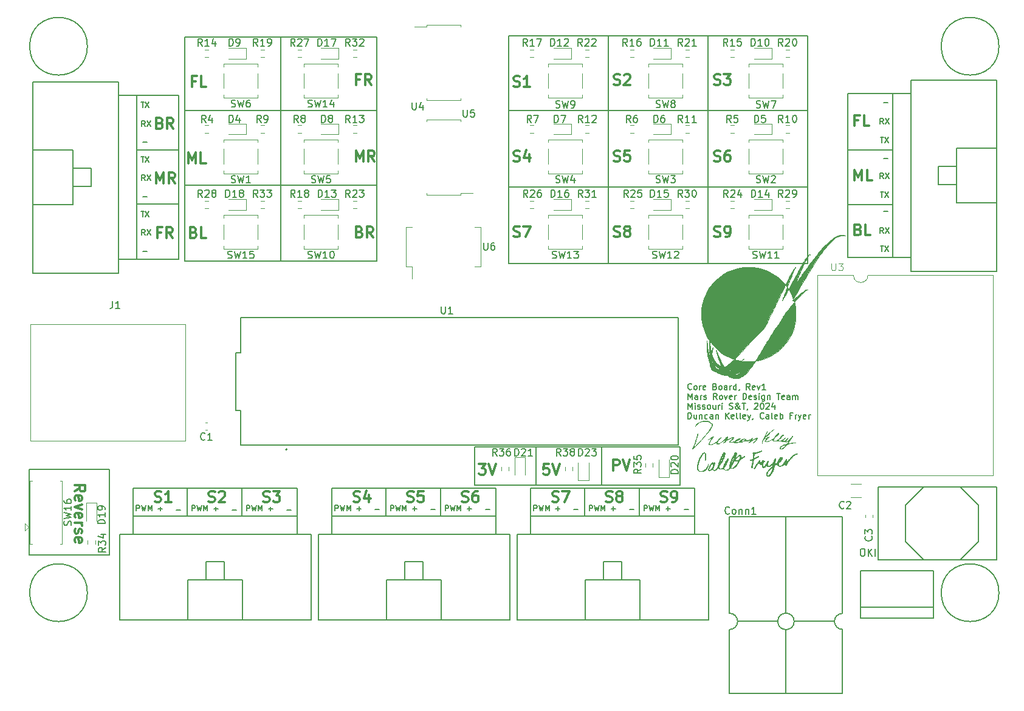
<source format=gbr>
%TF.GenerationSoftware,KiCad,Pcbnew,7.0.7*%
%TF.CreationDate,2023-11-07T19:48:15-06:00*%
%TF.ProjectId,CoreBoard_Rev1,436f7265-426f-4617-9264-5f526576312e,rev?*%
%TF.SameCoordinates,Original*%
%TF.FileFunction,Legend,Top*%
%TF.FilePolarity,Positive*%
%FSLAX46Y46*%
G04 Gerber Fmt 4.6, Leading zero omitted, Abs format (unit mm)*
G04 Created by KiCad (PCBNEW 7.0.7) date 2023-11-07 19:48:15*
%MOMM*%
%LPD*%
G01*
G04 APERTURE LIST*
%ADD10C,0.150000*%
%ADD11C,0.190500*%
%ADD12C,0.300000*%
%ADD13C,0.209550*%
%ADD14C,0.100000*%
%ADD15C,0.120000*%
%ADD16C,0.127000*%
%ADD17C,0.200000*%
%ADD18C,0.010000*%
G04 APERTURE END LIST*
D10*
X66802000Y-95351600D02*
X77978000Y-95351600D01*
X77978000Y-107238800D01*
X66802000Y-107238800D01*
X66802000Y-95351600D01*
X161340800Y-34899600D02*
X175209200Y-34899600D01*
X175209200Y-45262800D01*
X161340800Y-45262800D01*
X161340800Y-34899600D01*
X161340800Y-45262800D02*
X175209200Y-45262800D01*
X175209200Y-55930800D01*
X161340800Y-55930800D01*
X161340800Y-45262800D01*
X161340800Y-55930800D02*
X175209200Y-55930800D01*
X175209200Y-66649600D01*
X161340800Y-66649600D01*
X161340800Y-55930800D01*
X147472400Y-34899600D02*
X161340800Y-34899600D01*
X161340800Y-45262800D01*
X147472400Y-45262800D01*
X147472400Y-34899600D01*
X147472400Y-45262800D02*
X161340800Y-45262800D01*
X161340800Y-55930800D01*
X147472400Y-55930800D01*
X147472400Y-45262800D01*
X147472400Y-55930800D02*
X161340800Y-55930800D01*
X161340800Y-66649600D01*
X147472400Y-66649600D01*
X147472400Y-55930800D01*
X133604000Y-34899600D02*
X147472400Y-34899600D01*
X147472400Y-45262800D01*
X133604000Y-45262800D01*
X133604000Y-34899600D01*
X133604000Y-45262800D02*
X147472400Y-45262800D01*
X147472400Y-55930800D01*
X133604000Y-55930800D01*
X133604000Y-45262800D01*
X133604000Y-55930800D02*
X147472400Y-55930800D01*
X147472400Y-66649600D01*
X133604000Y-66649600D01*
X133604000Y-55930800D01*
X101854000Y-55727600D02*
X115214400Y-55727600D01*
X115214400Y-66294000D01*
X101854000Y-66294000D01*
X101854000Y-55727600D01*
X101854000Y-45313600D02*
X115214400Y-45313600D01*
X115214400Y-55727600D01*
X101854000Y-55727600D01*
X101854000Y-45313600D01*
X101854000Y-35001200D02*
X115214400Y-35001200D01*
X115214400Y-45313600D01*
X101854000Y-45313600D01*
X101854000Y-35001200D01*
X88493600Y-55727600D02*
X101854000Y-55727600D01*
X101854000Y-66294000D01*
X88493600Y-66294000D01*
X88493600Y-55727600D01*
X88493600Y-45313600D02*
X101854000Y-45313600D01*
X101854000Y-55727600D01*
X88493600Y-55727600D01*
X88493600Y-45313600D01*
X88493600Y-35001200D02*
X101854000Y-35001200D01*
X101854000Y-45313600D01*
X88493600Y-45313600D01*
X88493600Y-35001200D01*
X146558000Y-92151200D02*
X157429200Y-92151200D01*
X157429200Y-97485200D01*
X146558000Y-97485200D01*
X146558000Y-92151200D01*
X137363200Y-92151200D02*
X146558000Y-92151200D01*
X146558000Y-97485200D01*
X137363200Y-97485200D01*
X137363200Y-92151200D01*
X128879600Y-92151200D02*
X137363200Y-92151200D01*
X137363200Y-97485200D01*
X128879600Y-97485200D01*
X128879600Y-92151200D01*
D11*
X155500756Y-100812854D02*
X156081328Y-100812854D01*
X155791042Y-101103139D02*
X155791042Y-100522568D01*
X158040756Y-100939854D02*
X158621328Y-100939854D01*
D12*
X139675082Y-99792700D02*
X139889368Y-99864128D01*
X139889368Y-99864128D02*
X140246510Y-99864128D01*
X140246510Y-99864128D02*
X140389368Y-99792700D01*
X140389368Y-99792700D02*
X140460796Y-99721271D01*
X140460796Y-99721271D02*
X140532225Y-99578414D01*
X140532225Y-99578414D02*
X140532225Y-99435557D01*
X140532225Y-99435557D02*
X140460796Y-99292700D01*
X140460796Y-99292700D02*
X140389368Y-99221271D01*
X140389368Y-99221271D02*
X140246510Y-99149842D01*
X140246510Y-99149842D02*
X139960796Y-99078414D01*
X139960796Y-99078414D02*
X139817939Y-99006985D01*
X139817939Y-99006985D02*
X139746510Y-98935557D01*
X139746510Y-98935557D02*
X139675082Y-98792700D01*
X139675082Y-98792700D02*
X139675082Y-98649842D01*
X139675082Y-98649842D02*
X139746510Y-98506985D01*
X139746510Y-98506985D02*
X139817939Y-98435557D01*
X139817939Y-98435557D02*
X139960796Y-98364128D01*
X139960796Y-98364128D02*
X140317939Y-98364128D01*
X140317939Y-98364128D02*
X140532225Y-98435557D01*
X141032224Y-98364128D02*
X142032224Y-98364128D01*
X142032224Y-98364128D02*
X141389367Y-99864128D01*
D11*
X147880756Y-100812854D02*
X148461328Y-100812854D01*
X148171042Y-101103139D02*
X148171042Y-100522568D01*
X144832756Y-101103139D02*
X144832756Y-100341139D01*
X144832756Y-100341139D02*
X145123042Y-100341139D01*
X145123042Y-100341139D02*
X145195613Y-100377425D01*
X145195613Y-100377425D02*
X145231899Y-100413711D01*
X145231899Y-100413711D02*
X145268185Y-100486282D01*
X145268185Y-100486282D02*
X145268185Y-100595139D01*
X145268185Y-100595139D02*
X145231899Y-100667711D01*
X145231899Y-100667711D02*
X145195613Y-100703996D01*
X145195613Y-100703996D02*
X145123042Y-100740282D01*
X145123042Y-100740282D02*
X144832756Y-100740282D01*
X145522185Y-100341139D02*
X145703613Y-101103139D01*
X145703613Y-101103139D02*
X145848756Y-100558854D01*
X145848756Y-100558854D02*
X145993899Y-101103139D01*
X145993899Y-101103139D02*
X146175328Y-100341139D01*
X146465613Y-101103139D02*
X146465613Y-100341139D01*
X146465613Y-100341139D02*
X146719613Y-100885425D01*
X146719613Y-100885425D02*
X146973613Y-100341139D01*
X146973613Y-100341139D02*
X146973613Y-101103139D01*
X137085756Y-101103139D02*
X137085756Y-100341139D01*
X137085756Y-100341139D02*
X137376042Y-100341139D01*
X137376042Y-100341139D02*
X137448613Y-100377425D01*
X137448613Y-100377425D02*
X137484899Y-100413711D01*
X137484899Y-100413711D02*
X137521185Y-100486282D01*
X137521185Y-100486282D02*
X137521185Y-100595139D01*
X137521185Y-100595139D02*
X137484899Y-100667711D01*
X137484899Y-100667711D02*
X137448613Y-100703996D01*
X137448613Y-100703996D02*
X137376042Y-100740282D01*
X137376042Y-100740282D02*
X137085756Y-100740282D01*
X137775185Y-100341139D02*
X137956613Y-101103139D01*
X137956613Y-101103139D02*
X138101756Y-100558854D01*
X138101756Y-100558854D02*
X138246899Y-101103139D01*
X138246899Y-101103139D02*
X138428328Y-100341139D01*
X138718613Y-101103139D02*
X138718613Y-100341139D01*
X138718613Y-100341139D02*
X138972613Y-100885425D01*
X138972613Y-100885425D02*
X139226613Y-100341139D01*
X139226613Y-100341139D02*
X139226613Y-101103139D01*
X152452756Y-101103139D02*
X152452756Y-100341139D01*
X152452756Y-100341139D02*
X152743042Y-100341139D01*
X152743042Y-100341139D02*
X152815613Y-100377425D01*
X152815613Y-100377425D02*
X152851899Y-100413711D01*
X152851899Y-100413711D02*
X152888185Y-100486282D01*
X152888185Y-100486282D02*
X152888185Y-100595139D01*
X152888185Y-100595139D02*
X152851899Y-100667711D01*
X152851899Y-100667711D02*
X152815613Y-100703996D01*
X152815613Y-100703996D02*
X152743042Y-100740282D01*
X152743042Y-100740282D02*
X152452756Y-100740282D01*
X153142185Y-100341139D02*
X153323613Y-101103139D01*
X153323613Y-101103139D02*
X153468756Y-100558854D01*
X153468756Y-100558854D02*
X153613899Y-101103139D01*
X153613899Y-101103139D02*
X153795328Y-100341139D01*
X154085613Y-101103139D02*
X154085613Y-100341139D01*
X154085613Y-100341139D02*
X154339613Y-100885425D01*
X154339613Y-100885425D02*
X154593613Y-100341139D01*
X154593613Y-100341139D02*
X154593613Y-101103139D01*
X140133756Y-100812854D02*
X140714328Y-100812854D01*
X140424042Y-101103139D02*
X140424042Y-100522568D01*
X150420756Y-100939854D02*
X151001328Y-100939854D01*
X142673756Y-100939854D02*
X143254328Y-100939854D01*
D10*
X136652000Y-97904300D02*
X159512000Y-97904300D01*
X159512000Y-101841300D01*
X136652000Y-101841300D01*
X136652000Y-97904300D01*
X151765000Y-97904300D02*
X151765000Y-101841300D01*
X144145000Y-97904300D02*
X144145000Y-101841300D01*
D12*
X147168082Y-99792700D02*
X147382368Y-99864128D01*
X147382368Y-99864128D02*
X147739510Y-99864128D01*
X147739510Y-99864128D02*
X147882368Y-99792700D01*
X147882368Y-99792700D02*
X147953796Y-99721271D01*
X147953796Y-99721271D02*
X148025225Y-99578414D01*
X148025225Y-99578414D02*
X148025225Y-99435557D01*
X148025225Y-99435557D02*
X147953796Y-99292700D01*
X147953796Y-99292700D02*
X147882368Y-99221271D01*
X147882368Y-99221271D02*
X147739510Y-99149842D01*
X147739510Y-99149842D02*
X147453796Y-99078414D01*
X147453796Y-99078414D02*
X147310939Y-99006985D01*
X147310939Y-99006985D02*
X147239510Y-98935557D01*
X147239510Y-98935557D02*
X147168082Y-98792700D01*
X147168082Y-98792700D02*
X147168082Y-98649842D01*
X147168082Y-98649842D02*
X147239510Y-98506985D01*
X147239510Y-98506985D02*
X147310939Y-98435557D01*
X147310939Y-98435557D02*
X147453796Y-98364128D01*
X147453796Y-98364128D02*
X147810939Y-98364128D01*
X147810939Y-98364128D02*
X148025225Y-98435557D01*
X148882367Y-99006985D02*
X148739510Y-98935557D01*
X148739510Y-98935557D02*
X148668081Y-98864128D01*
X148668081Y-98864128D02*
X148596653Y-98721271D01*
X148596653Y-98721271D02*
X148596653Y-98649842D01*
X148596653Y-98649842D02*
X148668081Y-98506985D01*
X148668081Y-98506985D02*
X148739510Y-98435557D01*
X148739510Y-98435557D02*
X148882367Y-98364128D01*
X148882367Y-98364128D02*
X149168081Y-98364128D01*
X149168081Y-98364128D02*
X149310939Y-98435557D01*
X149310939Y-98435557D02*
X149382367Y-98506985D01*
X149382367Y-98506985D02*
X149453796Y-98649842D01*
X149453796Y-98649842D02*
X149453796Y-98721271D01*
X149453796Y-98721271D02*
X149382367Y-98864128D01*
X149382367Y-98864128D02*
X149310939Y-98935557D01*
X149310939Y-98935557D02*
X149168081Y-99006985D01*
X149168081Y-99006985D02*
X148882367Y-99006985D01*
X148882367Y-99006985D02*
X148739510Y-99078414D01*
X148739510Y-99078414D02*
X148668081Y-99149842D01*
X148668081Y-99149842D02*
X148596653Y-99292700D01*
X148596653Y-99292700D02*
X148596653Y-99578414D01*
X148596653Y-99578414D02*
X148668081Y-99721271D01*
X148668081Y-99721271D02*
X148739510Y-99792700D01*
X148739510Y-99792700D02*
X148882367Y-99864128D01*
X148882367Y-99864128D02*
X149168081Y-99864128D01*
X149168081Y-99864128D02*
X149310939Y-99792700D01*
X149310939Y-99792700D02*
X149382367Y-99721271D01*
X149382367Y-99721271D02*
X149453796Y-99578414D01*
X149453796Y-99578414D02*
X149453796Y-99292700D01*
X149453796Y-99292700D02*
X149382367Y-99149842D01*
X149382367Y-99149842D02*
X149310939Y-99078414D01*
X149310939Y-99078414D02*
X149168081Y-99006985D01*
X154788082Y-99792700D02*
X155002368Y-99864128D01*
X155002368Y-99864128D02*
X155359510Y-99864128D01*
X155359510Y-99864128D02*
X155502368Y-99792700D01*
X155502368Y-99792700D02*
X155573796Y-99721271D01*
X155573796Y-99721271D02*
X155645225Y-99578414D01*
X155645225Y-99578414D02*
X155645225Y-99435557D01*
X155645225Y-99435557D02*
X155573796Y-99292700D01*
X155573796Y-99292700D02*
X155502368Y-99221271D01*
X155502368Y-99221271D02*
X155359510Y-99149842D01*
X155359510Y-99149842D02*
X155073796Y-99078414D01*
X155073796Y-99078414D02*
X154930939Y-99006985D01*
X154930939Y-99006985D02*
X154859510Y-98935557D01*
X154859510Y-98935557D02*
X154788082Y-98792700D01*
X154788082Y-98792700D02*
X154788082Y-98649842D01*
X154788082Y-98649842D02*
X154859510Y-98506985D01*
X154859510Y-98506985D02*
X154930939Y-98435557D01*
X154930939Y-98435557D02*
X155073796Y-98364128D01*
X155073796Y-98364128D02*
X155430939Y-98364128D01*
X155430939Y-98364128D02*
X155645225Y-98435557D01*
X156359510Y-99864128D02*
X156645224Y-99864128D01*
X156645224Y-99864128D02*
X156788081Y-99792700D01*
X156788081Y-99792700D02*
X156859510Y-99721271D01*
X156859510Y-99721271D02*
X157002367Y-99506985D01*
X157002367Y-99506985D02*
X157073796Y-99221271D01*
X157073796Y-99221271D02*
X157073796Y-98649842D01*
X157073796Y-98649842D02*
X157002367Y-98506985D01*
X157002367Y-98506985D02*
X156930939Y-98435557D01*
X156930939Y-98435557D02*
X156788081Y-98364128D01*
X156788081Y-98364128D02*
X156502367Y-98364128D01*
X156502367Y-98364128D02*
X156359510Y-98435557D01*
X156359510Y-98435557D02*
X156288081Y-98506985D01*
X156288081Y-98506985D02*
X156216653Y-98649842D01*
X156216653Y-98649842D02*
X156216653Y-99006985D01*
X156216653Y-99006985D02*
X156288081Y-99149842D01*
X156288081Y-99149842D02*
X156359510Y-99221271D01*
X156359510Y-99221271D02*
X156502367Y-99292700D01*
X156502367Y-99292700D02*
X156788081Y-99292700D01*
X156788081Y-99292700D02*
X156930939Y-99221271D01*
X156930939Y-99221271D02*
X157002367Y-99149842D01*
X157002367Y-99149842D02*
X157073796Y-99006985D01*
D11*
X127814756Y-100812854D02*
X128395328Y-100812854D01*
X128105042Y-101103139D02*
X128105042Y-100522568D01*
X130354756Y-100939854D02*
X130935328Y-100939854D01*
D12*
X111989082Y-99792700D02*
X112203368Y-99864128D01*
X112203368Y-99864128D02*
X112560510Y-99864128D01*
X112560510Y-99864128D02*
X112703368Y-99792700D01*
X112703368Y-99792700D02*
X112774796Y-99721271D01*
X112774796Y-99721271D02*
X112846225Y-99578414D01*
X112846225Y-99578414D02*
X112846225Y-99435557D01*
X112846225Y-99435557D02*
X112774796Y-99292700D01*
X112774796Y-99292700D02*
X112703368Y-99221271D01*
X112703368Y-99221271D02*
X112560510Y-99149842D01*
X112560510Y-99149842D02*
X112274796Y-99078414D01*
X112274796Y-99078414D02*
X112131939Y-99006985D01*
X112131939Y-99006985D02*
X112060510Y-98935557D01*
X112060510Y-98935557D02*
X111989082Y-98792700D01*
X111989082Y-98792700D02*
X111989082Y-98649842D01*
X111989082Y-98649842D02*
X112060510Y-98506985D01*
X112060510Y-98506985D02*
X112131939Y-98435557D01*
X112131939Y-98435557D02*
X112274796Y-98364128D01*
X112274796Y-98364128D02*
X112631939Y-98364128D01*
X112631939Y-98364128D02*
X112846225Y-98435557D01*
X114131939Y-98864128D02*
X114131939Y-99864128D01*
X113774796Y-98292700D02*
X113417653Y-99364128D01*
X113417653Y-99364128D02*
X114346224Y-99364128D01*
D11*
X120194756Y-100812854D02*
X120775328Y-100812854D01*
X120485042Y-101103139D02*
X120485042Y-100522568D01*
X117146756Y-101103139D02*
X117146756Y-100341139D01*
X117146756Y-100341139D02*
X117437042Y-100341139D01*
X117437042Y-100341139D02*
X117509613Y-100377425D01*
X117509613Y-100377425D02*
X117545899Y-100413711D01*
X117545899Y-100413711D02*
X117582185Y-100486282D01*
X117582185Y-100486282D02*
X117582185Y-100595139D01*
X117582185Y-100595139D02*
X117545899Y-100667711D01*
X117545899Y-100667711D02*
X117509613Y-100703996D01*
X117509613Y-100703996D02*
X117437042Y-100740282D01*
X117437042Y-100740282D02*
X117146756Y-100740282D01*
X117836185Y-100341139D02*
X118017613Y-101103139D01*
X118017613Y-101103139D02*
X118162756Y-100558854D01*
X118162756Y-100558854D02*
X118307899Y-101103139D01*
X118307899Y-101103139D02*
X118489328Y-100341139D01*
X118779613Y-101103139D02*
X118779613Y-100341139D01*
X118779613Y-100341139D02*
X119033613Y-100885425D01*
X119033613Y-100885425D02*
X119287613Y-100341139D01*
X119287613Y-100341139D02*
X119287613Y-101103139D01*
X109399756Y-101103139D02*
X109399756Y-100341139D01*
X109399756Y-100341139D02*
X109690042Y-100341139D01*
X109690042Y-100341139D02*
X109762613Y-100377425D01*
X109762613Y-100377425D02*
X109798899Y-100413711D01*
X109798899Y-100413711D02*
X109835185Y-100486282D01*
X109835185Y-100486282D02*
X109835185Y-100595139D01*
X109835185Y-100595139D02*
X109798899Y-100667711D01*
X109798899Y-100667711D02*
X109762613Y-100703996D01*
X109762613Y-100703996D02*
X109690042Y-100740282D01*
X109690042Y-100740282D02*
X109399756Y-100740282D01*
X110089185Y-100341139D02*
X110270613Y-101103139D01*
X110270613Y-101103139D02*
X110415756Y-100558854D01*
X110415756Y-100558854D02*
X110560899Y-101103139D01*
X110560899Y-101103139D02*
X110742328Y-100341139D01*
X111032613Y-101103139D02*
X111032613Y-100341139D01*
X111032613Y-100341139D02*
X111286613Y-100885425D01*
X111286613Y-100885425D02*
X111540613Y-100341139D01*
X111540613Y-100341139D02*
X111540613Y-101103139D01*
X124766756Y-101103139D02*
X124766756Y-100341139D01*
X124766756Y-100341139D02*
X125057042Y-100341139D01*
X125057042Y-100341139D02*
X125129613Y-100377425D01*
X125129613Y-100377425D02*
X125165899Y-100413711D01*
X125165899Y-100413711D02*
X125202185Y-100486282D01*
X125202185Y-100486282D02*
X125202185Y-100595139D01*
X125202185Y-100595139D02*
X125165899Y-100667711D01*
X125165899Y-100667711D02*
X125129613Y-100703996D01*
X125129613Y-100703996D02*
X125057042Y-100740282D01*
X125057042Y-100740282D02*
X124766756Y-100740282D01*
X125456185Y-100341139D02*
X125637613Y-101103139D01*
X125637613Y-101103139D02*
X125782756Y-100558854D01*
X125782756Y-100558854D02*
X125927899Y-101103139D01*
X125927899Y-101103139D02*
X126109328Y-100341139D01*
X126399613Y-101103139D02*
X126399613Y-100341139D01*
X126399613Y-100341139D02*
X126653613Y-100885425D01*
X126653613Y-100885425D02*
X126907613Y-100341139D01*
X126907613Y-100341139D02*
X126907613Y-101103139D01*
X112447756Y-100812854D02*
X113028328Y-100812854D01*
X112738042Y-101103139D02*
X112738042Y-100522568D01*
X122734756Y-100939854D02*
X123315328Y-100939854D01*
X114987756Y-100939854D02*
X115568328Y-100939854D01*
D10*
X108966000Y-97904300D02*
X131826000Y-97904300D01*
X131826000Y-101841300D01*
X108966000Y-101841300D01*
X108966000Y-97904300D01*
X124079000Y-97904300D02*
X124079000Y-101841300D01*
X116459000Y-97904300D02*
X116459000Y-101841300D01*
D12*
X119482082Y-99792700D02*
X119696368Y-99864128D01*
X119696368Y-99864128D02*
X120053510Y-99864128D01*
X120053510Y-99864128D02*
X120196368Y-99792700D01*
X120196368Y-99792700D02*
X120267796Y-99721271D01*
X120267796Y-99721271D02*
X120339225Y-99578414D01*
X120339225Y-99578414D02*
X120339225Y-99435557D01*
X120339225Y-99435557D02*
X120267796Y-99292700D01*
X120267796Y-99292700D02*
X120196368Y-99221271D01*
X120196368Y-99221271D02*
X120053510Y-99149842D01*
X120053510Y-99149842D02*
X119767796Y-99078414D01*
X119767796Y-99078414D02*
X119624939Y-99006985D01*
X119624939Y-99006985D02*
X119553510Y-98935557D01*
X119553510Y-98935557D02*
X119482082Y-98792700D01*
X119482082Y-98792700D02*
X119482082Y-98649842D01*
X119482082Y-98649842D02*
X119553510Y-98506985D01*
X119553510Y-98506985D02*
X119624939Y-98435557D01*
X119624939Y-98435557D02*
X119767796Y-98364128D01*
X119767796Y-98364128D02*
X120124939Y-98364128D01*
X120124939Y-98364128D02*
X120339225Y-98435557D01*
X121696367Y-98364128D02*
X120982081Y-98364128D01*
X120982081Y-98364128D02*
X120910653Y-99078414D01*
X120910653Y-99078414D02*
X120982081Y-99006985D01*
X120982081Y-99006985D02*
X121124939Y-98935557D01*
X121124939Y-98935557D02*
X121482081Y-98935557D01*
X121482081Y-98935557D02*
X121624939Y-99006985D01*
X121624939Y-99006985D02*
X121696367Y-99078414D01*
X121696367Y-99078414D02*
X121767796Y-99221271D01*
X121767796Y-99221271D02*
X121767796Y-99578414D01*
X121767796Y-99578414D02*
X121696367Y-99721271D01*
X121696367Y-99721271D02*
X121624939Y-99792700D01*
X121624939Y-99792700D02*
X121482081Y-99864128D01*
X121482081Y-99864128D02*
X121124939Y-99864128D01*
X121124939Y-99864128D02*
X120982081Y-99792700D01*
X120982081Y-99792700D02*
X120910653Y-99721271D01*
X127102082Y-99792700D02*
X127316368Y-99864128D01*
X127316368Y-99864128D02*
X127673510Y-99864128D01*
X127673510Y-99864128D02*
X127816368Y-99792700D01*
X127816368Y-99792700D02*
X127887796Y-99721271D01*
X127887796Y-99721271D02*
X127959225Y-99578414D01*
X127959225Y-99578414D02*
X127959225Y-99435557D01*
X127959225Y-99435557D02*
X127887796Y-99292700D01*
X127887796Y-99292700D02*
X127816368Y-99221271D01*
X127816368Y-99221271D02*
X127673510Y-99149842D01*
X127673510Y-99149842D02*
X127387796Y-99078414D01*
X127387796Y-99078414D02*
X127244939Y-99006985D01*
X127244939Y-99006985D02*
X127173510Y-98935557D01*
X127173510Y-98935557D02*
X127102082Y-98792700D01*
X127102082Y-98792700D02*
X127102082Y-98649842D01*
X127102082Y-98649842D02*
X127173510Y-98506985D01*
X127173510Y-98506985D02*
X127244939Y-98435557D01*
X127244939Y-98435557D02*
X127387796Y-98364128D01*
X127387796Y-98364128D02*
X127744939Y-98364128D01*
X127744939Y-98364128D02*
X127959225Y-98435557D01*
X129244939Y-98364128D02*
X128959224Y-98364128D01*
X128959224Y-98364128D02*
X128816367Y-98435557D01*
X128816367Y-98435557D02*
X128744939Y-98506985D01*
X128744939Y-98506985D02*
X128602081Y-98721271D01*
X128602081Y-98721271D02*
X128530653Y-99006985D01*
X128530653Y-99006985D02*
X128530653Y-99578414D01*
X128530653Y-99578414D02*
X128602081Y-99721271D01*
X128602081Y-99721271D02*
X128673510Y-99792700D01*
X128673510Y-99792700D02*
X128816367Y-99864128D01*
X128816367Y-99864128D02*
X129102081Y-99864128D01*
X129102081Y-99864128D02*
X129244939Y-99792700D01*
X129244939Y-99792700D02*
X129316367Y-99721271D01*
X129316367Y-99721271D02*
X129387796Y-99578414D01*
X129387796Y-99578414D02*
X129387796Y-99221271D01*
X129387796Y-99221271D02*
X129316367Y-99078414D01*
X129316367Y-99078414D02*
X129244939Y-99006985D01*
X129244939Y-99006985D02*
X129102081Y-98935557D01*
X129102081Y-98935557D02*
X128816367Y-98935557D01*
X128816367Y-98935557D02*
X128673510Y-99006985D01*
X128673510Y-99006985D02*
X128602081Y-99078414D01*
X128602081Y-99078414D02*
X128530653Y-99221271D01*
D10*
X96393000Y-97917000D02*
X96393000Y-101854000D01*
X88773000Y-97917000D02*
X88773000Y-101854000D01*
D12*
X99416082Y-99805400D02*
X99630368Y-99876828D01*
X99630368Y-99876828D02*
X99987510Y-99876828D01*
X99987510Y-99876828D02*
X100130368Y-99805400D01*
X100130368Y-99805400D02*
X100201796Y-99733971D01*
X100201796Y-99733971D02*
X100273225Y-99591114D01*
X100273225Y-99591114D02*
X100273225Y-99448257D01*
X100273225Y-99448257D02*
X100201796Y-99305400D01*
X100201796Y-99305400D02*
X100130368Y-99233971D01*
X100130368Y-99233971D02*
X99987510Y-99162542D01*
X99987510Y-99162542D02*
X99701796Y-99091114D01*
X99701796Y-99091114D02*
X99558939Y-99019685D01*
X99558939Y-99019685D02*
X99487510Y-98948257D01*
X99487510Y-98948257D02*
X99416082Y-98805400D01*
X99416082Y-98805400D02*
X99416082Y-98662542D01*
X99416082Y-98662542D02*
X99487510Y-98519685D01*
X99487510Y-98519685D02*
X99558939Y-98448257D01*
X99558939Y-98448257D02*
X99701796Y-98376828D01*
X99701796Y-98376828D02*
X100058939Y-98376828D01*
X100058939Y-98376828D02*
X100273225Y-98448257D01*
X100773224Y-98376828D02*
X101701796Y-98376828D01*
X101701796Y-98376828D02*
X101201796Y-98948257D01*
X101201796Y-98948257D02*
X101416081Y-98948257D01*
X101416081Y-98948257D02*
X101558939Y-99019685D01*
X101558939Y-99019685D02*
X101630367Y-99091114D01*
X101630367Y-99091114D02*
X101701796Y-99233971D01*
X101701796Y-99233971D02*
X101701796Y-99591114D01*
X101701796Y-99591114D02*
X101630367Y-99733971D01*
X101630367Y-99733971D02*
X101558939Y-99805400D01*
X101558939Y-99805400D02*
X101416081Y-99876828D01*
X101416081Y-99876828D02*
X100987510Y-99876828D01*
X100987510Y-99876828D02*
X100844653Y-99805400D01*
X100844653Y-99805400D02*
X100773224Y-99733971D01*
X91796082Y-99805400D02*
X92010368Y-99876828D01*
X92010368Y-99876828D02*
X92367510Y-99876828D01*
X92367510Y-99876828D02*
X92510368Y-99805400D01*
X92510368Y-99805400D02*
X92581796Y-99733971D01*
X92581796Y-99733971D02*
X92653225Y-99591114D01*
X92653225Y-99591114D02*
X92653225Y-99448257D01*
X92653225Y-99448257D02*
X92581796Y-99305400D01*
X92581796Y-99305400D02*
X92510368Y-99233971D01*
X92510368Y-99233971D02*
X92367510Y-99162542D01*
X92367510Y-99162542D02*
X92081796Y-99091114D01*
X92081796Y-99091114D02*
X91938939Y-99019685D01*
X91938939Y-99019685D02*
X91867510Y-98948257D01*
X91867510Y-98948257D02*
X91796082Y-98805400D01*
X91796082Y-98805400D02*
X91796082Y-98662542D01*
X91796082Y-98662542D02*
X91867510Y-98519685D01*
X91867510Y-98519685D02*
X91938939Y-98448257D01*
X91938939Y-98448257D02*
X92081796Y-98376828D01*
X92081796Y-98376828D02*
X92438939Y-98376828D01*
X92438939Y-98376828D02*
X92653225Y-98448257D01*
X93224653Y-98519685D02*
X93296081Y-98448257D01*
X93296081Y-98448257D02*
X93438939Y-98376828D01*
X93438939Y-98376828D02*
X93796081Y-98376828D01*
X93796081Y-98376828D02*
X93938939Y-98448257D01*
X93938939Y-98448257D02*
X94010367Y-98519685D01*
X94010367Y-98519685D02*
X94081796Y-98662542D01*
X94081796Y-98662542D02*
X94081796Y-98805400D01*
X94081796Y-98805400D02*
X94010367Y-99019685D01*
X94010367Y-99019685D02*
X93153224Y-99876828D01*
X93153224Y-99876828D02*
X94081796Y-99876828D01*
D10*
X81280000Y-97917000D02*
X104140000Y-97917000D01*
X104140000Y-101854000D01*
X81280000Y-101854000D01*
X81280000Y-97917000D01*
X180848000Y-58420000D02*
X187071000Y-58420000D01*
X180848000Y-50800000D02*
X187071000Y-50800000D01*
X180848000Y-42926000D02*
X187071000Y-42926000D01*
X187071000Y-65786000D01*
X180848000Y-65786000D01*
X180848000Y-42926000D01*
X81788000Y-58293000D02*
X87630000Y-58293000D01*
X81788000Y-50800000D02*
X87630000Y-50800000D01*
X81788000Y-43180000D02*
X87630000Y-43180000D01*
X87630000Y-66040000D01*
X81788000Y-66040000D01*
X81788000Y-43180000D01*
D12*
X88946510Y-52632828D02*
X88946510Y-51132828D01*
X88946510Y-51132828D02*
X89446510Y-52204257D01*
X89446510Y-52204257D02*
X89946510Y-51132828D01*
X89946510Y-51132828D02*
X89946510Y-52632828D01*
X91375082Y-52632828D02*
X90660796Y-52632828D01*
X90660796Y-52632828D02*
X90660796Y-51132828D01*
D11*
X185781185Y-62380839D02*
X185527185Y-62017982D01*
X185345756Y-62380839D02*
X185345756Y-61618839D01*
X185345756Y-61618839D02*
X185636042Y-61618839D01*
X185636042Y-61618839D02*
X185708613Y-61655125D01*
X185708613Y-61655125D02*
X185744899Y-61691411D01*
X185744899Y-61691411D02*
X185781185Y-61763982D01*
X185781185Y-61763982D02*
X185781185Y-61872839D01*
X185781185Y-61872839D02*
X185744899Y-61945411D01*
X185744899Y-61945411D02*
X185708613Y-61981696D01*
X185708613Y-61981696D02*
X185636042Y-62017982D01*
X185636042Y-62017982D02*
X185345756Y-62017982D01*
X186035185Y-61618839D02*
X186543185Y-62380839D01*
X186543185Y-61618839D02*
X186035185Y-62380839D01*
X87301756Y-100952554D02*
X87882328Y-100952554D01*
D12*
X181783510Y-55045828D02*
X181783510Y-53545828D01*
X181783510Y-53545828D02*
X182283510Y-54617257D01*
X182283510Y-54617257D02*
X182783510Y-53545828D01*
X182783510Y-53545828D02*
X182783510Y-55045828D01*
X184212082Y-55045828D02*
X183497796Y-55045828D01*
X183497796Y-55045828D02*
X183497796Y-53545828D01*
D11*
X82602756Y-57264554D02*
X83183328Y-57264554D01*
D12*
X85001510Y-47021114D02*
X85215796Y-47092542D01*
X85215796Y-47092542D02*
X85287225Y-47163971D01*
X85287225Y-47163971D02*
X85358653Y-47306828D01*
X85358653Y-47306828D02*
X85358653Y-47521114D01*
X85358653Y-47521114D02*
X85287225Y-47663971D01*
X85287225Y-47663971D02*
X85215796Y-47735400D01*
X85215796Y-47735400D02*
X85072939Y-47806828D01*
X85072939Y-47806828D02*
X84501510Y-47806828D01*
X84501510Y-47806828D02*
X84501510Y-46306828D01*
X84501510Y-46306828D02*
X85001510Y-46306828D01*
X85001510Y-46306828D02*
X85144368Y-46378257D01*
X85144368Y-46378257D02*
X85215796Y-46449685D01*
X85215796Y-46449685D02*
X85287225Y-46592542D01*
X85287225Y-46592542D02*
X85287225Y-46735400D01*
X85287225Y-46735400D02*
X85215796Y-46878257D01*
X85215796Y-46878257D02*
X85144368Y-46949685D01*
X85144368Y-46949685D02*
X85001510Y-47021114D01*
X85001510Y-47021114D02*
X84501510Y-47021114D01*
X86858653Y-47806828D02*
X86358653Y-47092542D01*
X86001510Y-47806828D02*
X86001510Y-46306828D01*
X86001510Y-46306828D02*
X86572939Y-46306828D01*
X86572939Y-46306828D02*
X86715796Y-46378257D01*
X86715796Y-46378257D02*
X86787225Y-46449685D01*
X86787225Y-46449685D02*
X86858653Y-46592542D01*
X86858653Y-46592542D02*
X86858653Y-46806828D01*
X86858653Y-46806828D02*
X86787225Y-46949685D01*
X86787225Y-46949685D02*
X86715796Y-47021114D01*
X86715796Y-47021114D02*
X86572939Y-47092542D01*
X86572939Y-47092542D02*
X86001510Y-47092542D01*
D11*
X185781185Y-54760839D02*
X185527185Y-54397982D01*
X185345756Y-54760839D02*
X185345756Y-53998839D01*
X185345756Y-53998839D02*
X185636042Y-53998839D01*
X185636042Y-53998839D02*
X185708613Y-54035125D01*
X185708613Y-54035125D02*
X185744899Y-54071411D01*
X185744899Y-54071411D02*
X185781185Y-54143982D01*
X185781185Y-54143982D02*
X185781185Y-54252839D01*
X185781185Y-54252839D02*
X185744899Y-54325411D01*
X185744899Y-54325411D02*
X185708613Y-54361696D01*
X185708613Y-54361696D02*
X185636042Y-54397982D01*
X185636042Y-54397982D02*
X185345756Y-54397982D01*
X186035185Y-53998839D02*
X186543185Y-54760839D01*
X186543185Y-53998839D02*
X186035185Y-54760839D01*
X82366899Y-44092839D02*
X82802328Y-44092839D01*
X82584613Y-44854839D02*
X82584613Y-44092839D01*
X82983756Y-44092839D02*
X83491756Y-44854839D01*
X83491756Y-44092839D02*
X82983756Y-44854839D01*
D12*
X182283510Y-61880114D02*
X182497796Y-61951542D01*
X182497796Y-61951542D02*
X182569225Y-62022971D01*
X182569225Y-62022971D02*
X182640653Y-62165828D01*
X182640653Y-62165828D02*
X182640653Y-62380114D01*
X182640653Y-62380114D02*
X182569225Y-62522971D01*
X182569225Y-62522971D02*
X182497796Y-62594400D01*
X182497796Y-62594400D02*
X182354939Y-62665828D01*
X182354939Y-62665828D02*
X181783510Y-62665828D01*
X181783510Y-62665828D02*
X181783510Y-61165828D01*
X181783510Y-61165828D02*
X182283510Y-61165828D01*
X182283510Y-61165828D02*
X182426368Y-61237257D01*
X182426368Y-61237257D02*
X182497796Y-61308685D01*
X182497796Y-61308685D02*
X182569225Y-61451542D01*
X182569225Y-61451542D02*
X182569225Y-61594400D01*
X182569225Y-61594400D02*
X182497796Y-61737257D01*
X182497796Y-61737257D02*
X182426368Y-61808685D01*
X182426368Y-61808685D02*
X182283510Y-61880114D01*
X182283510Y-61880114D02*
X181783510Y-61880114D01*
X183997796Y-62665828D02*
X183283510Y-62665828D01*
X183283510Y-62665828D02*
X183283510Y-61165828D01*
D13*
X159058403Y-84124789D02*
X159018489Y-84164704D01*
X159018489Y-84164704D02*
X158898746Y-84204618D01*
X158898746Y-84204618D02*
X158818918Y-84204618D01*
X158818918Y-84204618D02*
X158699175Y-84164704D01*
X158699175Y-84164704D02*
X158619346Y-84084875D01*
X158619346Y-84084875D02*
X158579432Y-84005046D01*
X158579432Y-84005046D02*
X158539518Y-83845389D01*
X158539518Y-83845389D02*
X158539518Y-83725646D01*
X158539518Y-83725646D02*
X158579432Y-83565989D01*
X158579432Y-83565989D02*
X158619346Y-83486161D01*
X158619346Y-83486161D02*
X158699175Y-83406332D01*
X158699175Y-83406332D02*
X158818918Y-83366418D01*
X158818918Y-83366418D02*
X158898746Y-83366418D01*
X158898746Y-83366418D02*
X159018489Y-83406332D01*
X159018489Y-83406332D02*
X159058403Y-83446246D01*
X159537375Y-84204618D02*
X159457546Y-84164704D01*
X159457546Y-84164704D02*
X159417632Y-84124789D01*
X159417632Y-84124789D02*
X159377718Y-84044961D01*
X159377718Y-84044961D02*
X159377718Y-83805475D01*
X159377718Y-83805475D02*
X159417632Y-83725646D01*
X159417632Y-83725646D02*
X159457546Y-83685732D01*
X159457546Y-83685732D02*
X159537375Y-83645818D01*
X159537375Y-83645818D02*
X159657118Y-83645818D01*
X159657118Y-83645818D02*
X159736946Y-83685732D01*
X159736946Y-83685732D02*
X159776861Y-83725646D01*
X159776861Y-83725646D02*
X159816775Y-83805475D01*
X159816775Y-83805475D02*
X159816775Y-84044961D01*
X159816775Y-84044961D02*
X159776861Y-84124789D01*
X159776861Y-84124789D02*
X159736946Y-84164704D01*
X159736946Y-84164704D02*
X159657118Y-84204618D01*
X159657118Y-84204618D02*
X159537375Y-84204618D01*
X160176003Y-84204618D02*
X160176003Y-83645818D01*
X160176003Y-83805475D02*
X160215917Y-83725646D01*
X160215917Y-83725646D02*
X160255832Y-83685732D01*
X160255832Y-83685732D02*
X160335660Y-83645818D01*
X160335660Y-83645818D02*
X160415489Y-83645818D01*
X161014203Y-84164704D02*
X160934375Y-84204618D01*
X160934375Y-84204618D02*
X160774718Y-84204618D01*
X160774718Y-84204618D02*
X160694889Y-84164704D01*
X160694889Y-84164704D02*
X160654975Y-84084875D01*
X160654975Y-84084875D02*
X160654975Y-83765561D01*
X160654975Y-83765561D02*
X160694889Y-83685732D01*
X160694889Y-83685732D02*
X160774718Y-83645818D01*
X160774718Y-83645818D02*
X160934375Y-83645818D01*
X160934375Y-83645818D02*
X161014203Y-83685732D01*
X161014203Y-83685732D02*
X161054118Y-83765561D01*
X161054118Y-83765561D02*
X161054118Y-83845389D01*
X161054118Y-83845389D02*
X160654975Y-83925218D01*
X162331375Y-83765561D02*
X162451118Y-83805475D01*
X162451118Y-83805475D02*
X162491032Y-83845389D01*
X162491032Y-83845389D02*
X162530946Y-83925218D01*
X162530946Y-83925218D02*
X162530946Y-84044961D01*
X162530946Y-84044961D02*
X162491032Y-84124789D01*
X162491032Y-84124789D02*
X162451118Y-84164704D01*
X162451118Y-84164704D02*
X162371289Y-84204618D01*
X162371289Y-84204618D02*
X162051975Y-84204618D01*
X162051975Y-84204618D02*
X162051975Y-83366418D01*
X162051975Y-83366418D02*
X162331375Y-83366418D01*
X162331375Y-83366418D02*
X162411204Y-83406332D01*
X162411204Y-83406332D02*
X162451118Y-83446246D01*
X162451118Y-83446246D02*
X162491032Y-83526075D01*
X162491032Y-83526075D02*
X162491032Y-83605904D01*
X162491032Y-83605904D02*
X162451118Y-83685732D01*
X162451118Y-83685732D02*
X162411204Y-83725646D01*
X162411204Y-83725646D02*
X162331375Y-83765561D01*
X162331375Y-83765561D02*
X162051975Y-83765561D01*
X163009918Y-84204618D02*
X162930089Y-84164704D01*
X162930089Y-84164704D02*
X162890175Y-84124789D01*
X162890175Y-84124789D02*
X162850261Y-84044961D01*
X162850261Y-84044961D02*
X162850261Y-83805475D01*
X162850261Y-83805475D02*
X162890175Y-83725646D01*
X162890175Y-83725646D02*
X162930089Y-83685732D01*
X162930089Y-83685732D02*
X163009918Y-83645818D01*
X163009918Y-83645818D02*
X163129661Y-83645818D01*
X163129661Y-83645818D02*
X163209489Y-83685732D01*
X163209489Y-83685732D02*
X163249404Y-83725646D01*
X163249404Y-83725646D02*
X163289318Y-83805475D01*
X163289318Y-83805475D02*
X163289318Y-84044961D01*
X163289318Y-84044961D02*
X163249404Y-84124789D01*
X163249404Y-84124789D02*
X163209489Y-84164704D01*
X163209489Y-84164704D02*
X163129661Y-84204618D01*
X163129661Y-84204618D02*
X163009918Y-84204618D01*
X164007775Y-84204618D02*
X164007775Y-83765561D01*
X164007775Y-83765561D02*
X163967860Y-83685732D01*
X163967860Y-83685732D02*
X163888032Y-83645818D01*
X163888032Y-83645818D02*
X163728375Y-83645818D01*
X163728375Y-83645818D02*
X163648546Y-83685732D01*
X164007775Y-84164704D02*
X163927946Y-84204618D01*
X163927946Y-84204618D02*
X163728375Y-84204618D01*
X163728375Y-84204618D02*
X163648546Y-84164704D01*
X163648546Y-84164704D02*
X163608632Y-84084875D01*
X163608632Y-84084875D02*
X163608632Y-84005046D01*
X163608632Y-84005046D02*
X163648546Y-83925218D01*
X163648546Y-83925218D02*
X163728375Y-83885304D01*
X163728375Y-83885304D02*
X163927946Y-83885304D01*
X163927946Y-83885304D02*
X164007775Y-83845389D01*
X164406917Y-84204618D02*
X164406917Y-83645818D01*
X164406917Y-83805475D02*
X164446831Y-83725646D01*
X164446831Y-83725646D02*
X164486746Y-83685732D01*
X164486746Y-83685732D02*
X164566574Y-83645818D01*
X164566574Y-83645818D02*
X164646403Y-83645818D01*
X165285032Y-84204618D02*
X165285032Y-83366418D01*
X165285032Y-84164704D02*
X165205203Y-84204618D01*
X165205203Y-84204618D02*
X165045546Y-84204618D01*
X165045546Y-84204618D02*
X164965717Y-84164704D01*
X164965717Y-84164704D02*
X164925803Y-84124789D01*
X164925803Y-84124789D02*
X164885889Y-84044961D01*
X164885889Y-84044961D02*
X164885889Y-83805475D01*
X164885889Y-83805475D02*
X164925803Y-83725646D01*
X164925803Y-83725646D02*
X164965717Y-83685732D01*
X164965717Y-83685732D02*
X165045546Y-83645818D01*
X165045546Y-83645818D02*
X165205203Y-83645818D01*
X165205203Y-83645818D02*
X165285032Y-83685732D01*
X165724088Y-84164704D02*
X165724088Y-84204618D01*
X165724088Y-84204618D02*
X165684174Y-84284446D01*
X165684174Y-84284446D02*
X165644260Y-84324361D01*
X167200917Y-84204618D02*
X166921517Y-83805475D01*
X166721946Y-84204618D02*
X166721946Y-83366418D01*
X166721946Y-83366418D02*
X167041260Y-83366418D01*
X167041260Y-83366418D02*
X167121089Y-83406332D01*
X167121089Y-83406332D02*
X167161003Y-83446246D01*
X167161003Y-83446246D02*
X167200917Y-83526075D01*
X167200917Y-83526075D02*
X167200917Y-83645818D01*
X167200917Y-83645818D02*
X167161003Y-83725646D01*
X167161003Y-83725646D02*
X167121089Y-83765561D01*
X167121089Y-83765561D02*
X167041260Y-83805475D01*
X167041260Y-83805475D02*
X166721946Y-83805475D01*
X167879460Y-84164704D02*
X167799632Y-84204618D01*
X167799632Y-84204618D02*
X167639975Y-84204618D01*
X167639975Y-84204618D02*
X167560146Y-84164704D01*
X167560146Y-84164704D02*
X167520232Y-84084875D01*
X167520232Y-84084875D02*
X167520232Y-83765561D01*
X167520232Y-83765561D02*
X167560146Y-83685732D01*
X167560146Y-83685732D02*
X167639975Y-83645818D01*
X167639975Y-83645818D02*
X167799632Y-83645818D01*
X167799632Y-83645818D02*
X167879460Y-83685732D01*
X167879460Y-83685732D02*
X167919375Y-83765561D01*
X167919375Y-83765561D02*
X167919375Y-83845389D01*
X167919375Y-83845389D02*
X167520232Y-83925218D01*
X168198774Y-83645818D02*
X168398346Y-84204618D01*
X168398346Y-84204618D02*
X168597917Y-83645818D01*
X169356289Y-84204618D02*
X168877318Y-84204618D01*
X169116803Y-84204618D02*
X169116803Y-83366418D01*
X169116803Y-83366418D02*
X169036975Y-83486161D01*
X169036975Y-83486161D02*
X168957146Y-83565989D01*
X168957146Y-83565989D02*
X168877318Y-83605904D01*
X158579432Y-85554120D02*
X158579432Y-84715920D01*
X158579432Y-84715920D02*
X158858832Y-85314634D01*
X158858832Y-85314634D02*
X159138232Y-84715920D01*
X159138232Y-84715920D02*
X159138232Y-85554120D01*
X159896604Y-85554120D02*
X159896604Y-85115063D01*
X159896604Y-85115063D02*
X159856689Y-85035234D01*
X159856689Y-85035234D02*
X159776861Y-84995320D01*
X159776861Y-84995320D02*
X159617204Y-84995320D01*
X159617204Y-84995320D02*
X159537375Y-85035234D01*
X159896604Y-85514206D02*
X159816775Y-85554120D01*
X159816775Y-85554120D02*
X159617204Y-85554120D01*
X159617204Y-85554120D02*
X159537375Y-85514206D01*
X159537375Y-85514206D02*
X159497461Y-85434377D01*
X159497461Y-85434377D02*
X159497461Y-85354548D01*
X159497461Y-85354548D02*
X159537375Y-85274720D01*
X159537375Y-85274720D02*
X159617204Y-85234806D01*
X159617204Y-85234806D02*
X159816775Y-85234806D01*
X159816775Y-85234806D02*
X159896604Y-85194891D01*
X160295746Y-85554120D02*
X160295746Y-84995320D01*
X160295746Y-85154977D02*
X160335660Y-85075148D01*
X160335660Y-85075148D02*
X160375575Y-85035234D01*
X160375575Y-85035234D02*
X160455403Y-84995320D01*
X160455403Y-84995320D02*
X160535232Y-84995320D01*
X160774718Y-85514206D02*
X160854546Y-85554120D01*
X160854546Y-85554120D02*
X161014203Y-85554120D01*
X161014203Y-85554120D02*
X161094032Y-85514206D01*
X161094032Y-85514206D02*
X161133946Y-85434377D01*
X161133946Y-85434377D02*
X161133946Y-85394463D01*
X161133946Y-85394463D02*
X161094032Y-85314634D01*
X161094032Y-85314634D02*
X161014203Y-85274720D01*
X161014203Y-85274720D02*
X160894461Y-85274720D01*
X160894461Y-85274720D02*
X160814632Y-85234806D01*
X160814632Y-85234806D02*
X160774718Y-85154977D01*
X160774718Y-85154977D02*
X160774718Y-85115063D01*
X160774718Y-85115063D02*
X160814632Y-85035234D01*
X160814632Y-85035234D02*
X160894461Y-84995320D01*
X160894461Y-84995320D02*
X161014203Y-84995320D01*
X161014203Y-84995320D02*
X161094032Y-85035234D01*
X162610775Y-85554120D02*
X162331375Y-85154977D01*
X162131804Y-85554120D02*
X162131804Y-84715920D01*
X162131804Y-84715920D02*
X162451118Y-84715920D01*
X162451118Y-84715920D02*
X162530947Y-84755834D01*
X162530947Y-84755834D02*
X162570861Y-84795748D01*
X162570861Y-84795748D02*
X162610775Y-84875577D01*
X162610775Y-84875577D02*
X162610775Y-84995320D01*
X162610775Y-84995320D02*
X162570861Y-85075148D01*
X162570861Y-85075148D02*
X162530947Y-85115063D01*
X162530947Y-85115063D02*
X162451118Y-85154977D01*
X162451118Y-85154977D02*
X162131804Y-85154977D01*
X163089747Y-85554120D02*
X163009918Y-85514206D01*
X163009918Y-85514206D02*
X162970004Y-85474291D01*
X162970004Y-85474291D02*
X162930090Y-85394463D01*
X162930090Y-85394463D02*
X162930090Y-85154977D01*
X162930090Y-85154977D02*
X162970004Y-85075148D01*
X162970004Y-85075148D02*
X163009918Y-85035234D01*
X163009918Y-85035234D02*
X163089747Y-84995320D01*
X163089747Y-84995320D02*
X163209490Y-84995320D01*
X163209490Y-84995320D02*
X163289318Y-85035234D01*
X163289318Y-85035234D02*
X163329233Y-85075148D01*
X163329233Y-85075148D02*
X163369147Y-85154977D01*
X163369147Y-85154977D02*
X163369147Y-85394463D01*
X163369147Y-85394463D02*
X163329233Y-85474291D01*
X163329233Y-85474291D02*
X163289318Y-85514206D01*
X163289318Y-85514206D02*
X163209490Y-85554120D01*
X163209490Y-85554120D02*
X163089747Y-85554120D01*
X163648546Y-84995320D02*
X163848118Y-85554120D01*
X163848118Y-85554120D02*
X164047689Y-84995320D01*
X164686318Y-85514206D02*
X164606490Y-85554120D01*
X164606490Y-85554120D02*
X164446833Y-85554120D01*
X164446833Y-85554120D02*
X164367004Y-85514206D01*
X164367004Y-85514206D02*
X164327090Y-85434377D01*
X164327090Y-85434377D02*
X164327090Y-85115063D01*
X164327090Y-85115063D02*
X164367004Y-85035234D01*
X164367004Y-85035234D02*
X164446833Y-84995320D01*
X164446833Y-84995320D02*
X164606490Y-84995320D01*
X164606490Y-84995320D02*
X164686318Y-85035234D01*
X164686318Y-85035234D02*
X164726233Y-85115063D01*
X164726233Y-85115063D02*
X164726233Y-85194891D01*
X164726233Y-85194891D02*
X164327090Y-85274720D01*
X165085461Y-85554120D02*
X165085461Y-84995320D01*
X165085461Y-85154977D02*
X165125375Y-85075148D01*
X165125375Y-85075148D02*
X165165290Y-85035234D01*
X165165290Y-85035234D02*
X165245118Y-84995320D01*
X165245118Y-84995320D02*
X165324947Y-84995320D01*
X166242976Y-85554120D02*
X166242976Y-84715920D01*
X166242976Y-84715920D02*
X166442547Y-84715920D01*
X166442547Y-84715920D02*
X166562290Y-84755834D01*
X166562290Y-84755834D02*
X166642119Y-84835663D01*
X166642119Y-84835663D02*
X166682033Y-84915491D01*
X166682033Y-84915491D02*
X166721947Y-85075148D01*
X166721947Y-85075148D02*
X166721947Y-85194891D01*
X166721947Y-85194891D02*
X166682033Y-85354548D01*
X166682033Y-85354548D02*
X166642119Y-85434377D01*
X166642119Y-85434377D02*
X166562290Y-85514206D01*
X166562290Y-85514206D02*
X166442547Y-85554120D01*
X166442547Y-85554120D02*
X166242976Y-85554120D01*
X167400490Y-85514206D02*
X167320662Y-85554120D01*
X167320662Y-85554120D02*
X167161005Y-85554120D01*
X167161005Y-85554120D02*
X167081176Y-85514206D01*
X167081176Y-85514206D02*
X167041262Y-85434377D01*
X167041262Y-85434377D02*
X167041262Y-85115063D01*
X167041262Y-85115063D02*
X167081176Y-85035234D01*
X167081176Y-85035234D02*
X167161005Y-84995320D01*
X167161005Y-84995320D02*
X167320662Y-84995320D01*
X167320662Y-84995320D02*
X167400490Y-85035234D01*
X167400490Y-85035234D02*
X167440405Y-85115063D01*
X167440405Y-85115063D02*
X167440405Y-85194891D01*
X167440405Y-85194891D02*
X167041262Y-85274720D01*
X167759719Y-85514206D02*
X167839547Y-85554120D01*
X167839547Y-85554120D02*
X167999204Y-85554120D01*
X167999204Y-85554120D02*
X168079033Y-85514206D01*
X168079033Y-85514206D02*
X168118947Y-85434377D01*
X168118947Y-85434377D02*
X168118947Y-85394463D01*
X168118947Y-85394463D02*
X168079033Y-85314634D01*
X168079033Y-85314634D02*
X167999204Y-85274720D01*
X167999204Y-85274720D02*
X167879462Y-85274720D01*
X167879462Y-85274720D02*
X167799633Y-85234806D01*
X167799633Y-85234806D02*
X167759719Y-85154977D01*
X167759719Y-85154977D02*
X167759719Y-85115063D01*
X167759719Y-85115063D02*
X167799633Y-85035234D01*
X167799633Y-85035234D02*
X167879462Y-84995320D01*
X167879462Y-84995320D02*
X167999204Y-84995320D01*
X167999204Y-84995320D02*
X168079033Y-85035234D01*
X168478176Y-85554120D02*
X168478176Y-84995320D01*
X168478176Y-84715920D02*
X168438262Y-84755834D01*
X168438262Y-84755834D02*
X168478176Y-84795748D01*
X168478176Y-84795748D02*
X168518090Y-84755834D01*
X168518090Y-84755834D02*
X168478176Y-84715920D01*
X168478176Y-84715920D02*
X168478176Y-84795748D01*
X169236548Y-84995320D02*
X169236548Y-85673863D01*
X169236548Y-85673863D02*
X169196633Y-85753691D01*
X169196633Y-85753691D02*
X169156719Y-85793606D01*
X169156719Y-85793606D02*
X169076890Y-85833520D01*
X169076890Y-85833520D02*
X168957148Y-85833520D01*
X168957148Y-85833520D02*
X168877319Y-85793606D01*
X169236548Y-85514206D02*
X169156719Y-85554120D01*
X169156719Y-85554120D02*
X168997062Y-85554120D01*
X168997062Y-85554120D02*
X168917233Y-85514206D01*
X168917233Y-85514206D02*
X168877319Y-85474291D01*
X168877319Y-85474291D02*
X168837405Y-85394463D01*
X168837405Y-85394463D02*
X168837405Y-85154977D01*
X168837405Y-85154977D02*
X168877319Y-85075148D01*
X168877319Y-85075148D02*
X168917233Y-85035234D01*
X168917233Y-85035234D02*
X168997062Y-84995320D01*
X168997062Y-84995320D02*
X169156719Y-84995320D01*
X169156719Y-84995320D02*
X169236548Y-85035234D01*
X169635690Y-84995320D02*
X169635690Y-85554120D01*
X169635690Y-85075148D02*
X169675604Y-85035234D01*
X169675604Y-85035234D02*
X169755433Y-84995320D01*
X169755433Y-84995320D02*
X169875176Y-84995320D01*
X169875176Y-84995320D02*
X169955004Y-85035234D01*
X169955004Y-85035234D02*
X169994919Y-85115063D01*
X169994919Y-85115063D02*
X169994919Y-85554120D01*
X170912947Y-84715920D02*
X171391919Y-84715920D01*
X171152433Y-85554120D02*
X171152433Y-84715920D01*
X171990633Y-85514206D02*
X171910805Y-85554120D01*
X171910805Y-85554120D02*
X171751148Y-85554120D01*
X171751148Y-85554120D02*
X171671319Y-85514206D01*
X171671319Y-85514206D02*
X171631405Y-85434377D01*
X171631405Y-85434377D02*
X171631405Y-85115063D01*
X171631405Y-85115063D02*
X171671319Y-85035234D01*
X171671319Y-85035234D02*
X171751148Y-84995320D01*
X171751148Y-84995320D02*
X171910805Y-84995320D01*
X171910805Y-84995320D02*
X171990633Y-85035234D01*
X171990633Y-85035234D02*
X172030548Y-85115063D01*
X172030548Y-85115063D02*
X172030548Y-85194891D01*
X172030548Y-85194891D02*
X171631405Y-85274720D01*
X172749005Y-85554120D02*
X172749005Y-85115063D01*
X172749005Y-85115063D02*
X172709090Y-85035234D01*
X172709090Y-85035234D02*
X172629262Y-84995320D01*
X172629262Y-84995320D02*
X172469605Y-84995320D01*
X172469605Y-84995320D02*
X172389776Y-85035234D01*
X172749005Y-85514206D02*
X172669176Y-85554120D01*
X172669176Y-85554120D02*
X172469605Y-85554120D01*
X172469605Y-85554120D02*
X172389776Y-85514206D01*
X172389776Y-85514206D02*
X172349862Y-85434377D01*
X172349862Y-85434377D02*
X172349862Y-85354548D01*
X172349862Y-85354548D02*
X172389776Y-85274720D01*
X172389776Y-85274720D02*
X172469605Y-85234806D01*
X172469605Y-85234806D02*
X172669176Y-85234806D01*
X172669176Y-85234806D02*
X172749005Y-85194891D01*
X173148147Y-85554120D02*
X173148147Y-84995320D01*
X173148147Y-85075148D02*
X173188061Y-85035234D01*
X173188061Y-85035234D02*
X173267890Y-84995320D01*
X173267890Y-84995320D02*
X173387633Y-84995320D01*
X173387633Y-84995320D02*
X173467461Y-85035234D01*
X173467461Y-85035234D02*
X173507376Y-85115063D01*
X173507376Y-85115063D02*
X173507376Y-85554120D01*
X173507376Y-85115063D02*
X173547290Y-85035234D01*
X173547290Y-85035234D02*
X173627118Y-84995320D01*
X173627118Y-84995320D02*
X173746861Y-84995320D01*
X173746861Y-84995320D02*
X173826690Y-85035234D01*
X173826690Y-85035234D02*
X173866604Y-85115063D01*
X173866604Y-85115063D02*
X173866604Y-85554120D01*
X158579432Y-86903622D02*
X158579432Y-86065422D01*
X158579432Y-86065422D02*
X158858832Y-86664136D01*
X158858832Y-86664136D02*
X159138232Y-86065422D01*
X159138232Y-86065422D02*
X159138232Y-86903622D01*
X159537375Y-86903622D02*
X159537375Y-86344822D01*
X159537375Y-86065422D02*
X159497461Y-86105336D01*
X159497461Y-86105336D02*
X159537375Y-86145250D01*
X159537375Y-86145250D02*
X159577289Y-86105336D01*
X159577289Y-86105336D02*
X159537375Y-86065422D01*
X159537375Y-86065422D02*
X159537375Y-86145250D01*
X159896604Y-86863708D02*
X159976432Y-86903622D01*
X159976432Y-86903622D02*
X160136089Y-86903622D01*
X160136089Y-86903622D02*
X160215918Y-86863708D01*
X160215918Y-86863708D02*
X160255832Y-86783879D01*
X160255832Y-86783879D02*
X160255832Y-86743965D01*
X160255832Y-86743965D02*
X160215918Y-86664136D01*
X160215918Y-86664136D02*
X160136089Y-86624222D01*
X160136089Y-86624222D02*
X160016347Y-86624222D01*
X160016347Y-86624222D02*
X159936518Y-86584308D01*
X159936518Y-86584308D02*
X159896604Y-86504479D01*
X159896604Y-86504479D02*
X159896604Y-86464565D01*
X159896604Y-86464565D02*
X159936518Y-86384736D01*
X159936518Y-86384736D02*
X160016347Y-86344822D01*
X160016347Y-86344822D02*
X160136089Y-86344822D01*
X160136089Y-86344822D02*
X160215918Y-86384736D01*
X160575147Y-86863708D02*
X160654975Y-86903622D01*
X160654975Y-86903622D02*
X160814632Y-86903622D01*
X160814632Y-86903622D02*
X160894461Y-86863708D01*
X160894461Y-86863708D02*
X160934375Y-86783879D01*
X160934375Y-86783879D02*
X160934375Y-86743965D01*
X160934375Y-86743965D02*
X160894461Y-86664136D01*
X160894461Y-86664136D02*
X160814632Y-86624222D01*
X160814632Y-86624222D02*
X160694890Y-86624222D01*
X160694890Y-86624222D02*
X160615061Y-86584308D01*
X160615061Y-86584308D02*
X160575147Y-86504479D01*
X160575147Y-86504479D02*
X160575147Y-86464565D01*
X160575147Y-86464565D02*
X160615061Y-86384736D01*
X160615061Y-86384736D02*
X160694890Y-86344822D01*
X160694890Y-86344822D02*
X160814632Y-86344822D01*
X160814632Y-86344822D02*
X160894461Y-86384736D01*
X161413347Y-86903622D02*
X161333518Y-86863708D01*
X161333518Y-86863708D02*
X161293604Y-86823793D01*
X161293604Y-86823793D02*
X161253690Y-86743965D01*
X161253690Y-86743965D02*
X161253690Y-86504479D01*
X161253690Y-86504479D02*
X161293604Y-86424650D01*
X161293604Y-86424650D02*
X161333518Y-86384736D01*
X161333518Y-86384736D02*
X161413347Y-86344822D01*
X161413347Y-86344822D02*
X161533090Y-86344822D01*
X161533090Y-86344822D02*
X161612918Y-86384736D01*
X161612918Y-86384736D02*
X161652833Y-86424650D01*
X161652833Y-86424650D02*
X161692747Y-86504479D01*
X161692747Y-86504479D02*
X161692747Y-86743965D01*
X161692747Y-86743965D02*
X161652833Y-86823793D01*
X161652833Y-86823793D02*
X161612918Y-86863708D01*
X161612918Y-86863708D02*
X161533090Y-86903622D01*
X161533090Y-86903622D02*
X161413347Y-86903622D01*
X162411204Y-86344822D02*
X162411204Y-86903622D01*
X162051975Y-86344822D02*
X162051975Y-86783879D01*
X162051975Y-86783879D02*
X162091889Y-86863708D01*
X162091889Y-86863708D02*
X162171718Y-86903622D01*
X162171718Y-86903622D02*
X162291461Y-86903622D01*
X162291461Y-86903622D02*
X162371289Y-86863708D01*
X162371289Y-86863708D02*
X162411204Y-86823793D01*
X162810346Y-86903622D02*
X162810346Y-86344822D01*
X162810346Y-86504479D02*
X162850260Y-86424650D01*
X162850260Y-86424650D02*
X162890175Y-86384736D01*
X162890175Y-86384736D02*
X162970003Y-86344822D01*
X162970003Y-86344822D02*
X163049832Y-86344822D01*
X163329232Y-86903622D02*
X163329232Y-86344822D01*
X163329232Y-86065422D02*
X163289318Y-86105336D01*
X163289318Y-86105336D02*
X163329232Y-86145250D01*
X163329232Y-86145250D02*
X163369146Y-86105336D01*
X163369146Y-86105336D02*
X163329232Y-86065422D01*
X163329232Y-86065422D02*
X163329232Y-86145250D01*
X164327090Y-86863708D02*
X164446833Y-86903622D01*
X164446833Y-86903622D02*
X164646404Y-86903622D01*
X164646404Y-86903622D02*
X164726233Y-86863708D01*
X164726233Y-86863708D02*
X164766147Y-86823793D01*
X164766147Y-86823793D02*
X164806061Y-86743965D01*
X164806061Y-86743965D02*
X164806061Y-86664136D01*
X164806061Y-86664136D02*
X164766147Y-86584308D01*
X164766147Y-86584308D02*
X164726233Y-86544393D01*
X164726233Y-86544393D02*
X164646404Y-86504479D01*
X164646404Y-86504479D02*
X164486747Y-86464565D01*
X164486747Y-86464565D02*
X164406918Y-86424650D01*
X164406918Y-86424650D02*
X164367004Y-86384736D01*
X164367004Y-86384736D02*
X164327090Y-86304908D01*
X164327090Y-86304908D02*
X164327090Y-86225079D01*
X164327090Y-86225079D02*
X164367004Y-86145250D01*
X164367004Y-86145250D02*
X164406918Y-86105336D01*
X164406918Y-86105336D02*
X164486747Y-86065422D01*
X164486747Y-86065422D02*
X164686318Y-86065422D01*
X164686318Y-86065422D02*
X164806061Y-86105336D01*
X165843833Y-86903622D02*
X165803919Y-86903622D01*
X165803919Y-86903622D02*
X165724090Y-86863708D01*
X165724090Y-86863708D02*
X165604347Y-86743965D01*
X165604347Y-86743965D02*
X165404776Y-86504479D01*
X165404776Y-86504479D02*
X165324947Y-86384736D01*
X165324947Y-86384736D02*
X165285033Y-86264993D01*
X165285033Y-86264993D02*
X165285033Y-86185165D01*
X165285033Y-86185165D02*
X165324947Y-86105336D01*
X165324947Y-86105336D02*
X165404776Y-86065422D01*
X165404776Y-86065422D02*
X165444690Y-86065422D01*
X165444690Y-86065422D02*
X165524519Y-86105336D01*
X165524519Y-86105336D02*
X165564433Y-86185165D01*
X165564433Y-86185165D02*
X165564433Y-86225079D01*
X165564433Y-86225079D02*
X165524519Y-86304908D01*
X165524519Y-86304908D02*
X165484604Y-86344822D01*
X165484604Y-86344822D02*
X165245119Y-86504479D01*
X165245119Y-86504479D02*
X165205204Y-86544393D01*
X165205204Y-86544393D02*
X165165290Y-86624222D01*
X165165290Y-86624222D02*
X165165290Y-86743965D01*
X165165290Y-86743965D02*
X165205204Y-86823793D01*
X165205204Y-86823793D02*
X165245119Y-86863708D01*
X165245119Y-86863708D02*
X165324947Y-86903622D01*
X165324947Y-86903622D02*
X165444690Y-86903622D01*
X165444690Y-86903622D02*
X165524519Y-86863708D01*
X165524519Y-86863708D02*
X165564433Y-86823793D01*
X165564433Y-86823793D02*
X165684176Y-86664136D01*
X165684176Y-86664136D02*
X165724090Y-86544393D01*
X165724090Y-86544393D02*
X165724090Y-86464565D01*
X166083318Y-86065422D02*
X166562290Y-86065422D01*
X166322804Y-86903622D02*
X166322804Y-86065422D01*
X166881604Y-86863708D02*
X166881604Y-86903622D01*
X166881604Y-86903622D02*
X166841690Y-86983450D01*
X166841690Y-86983450D02*
X166801776Y-87023365D01*
X167839548Y-86145250D02*
X167879462Y-86105336D01*
X167879462Y-86105336D02*
X167959291Y-86065422D01*
X167959291Y-86065422D02*
X168158862Y-86065422D01*
X168158862Y-86065422D02*
X168238691Y-86105336D01*
X168238691Y-86105336D02*
X168278605Y-86145250D01*
X168278605Y-86145250D02*
X168318519Y-86225079D01*
X168318519Y-86225079D02*
X168318519Y-86304908D01*
X168318519Y-86304908D02*
X168278605Y-86424650D01*
X168278605Y-86424650D02*
X167799633Y-86903622D01*
X167799633Y-86903622D02*
X168318519Y-86903622D01*
X168837405Y-86065422D02*
X168917234Y-86065422D01*
X168917234Y-86065422D02*
X168997062Y-86105336D01*
X168997062Y-86105336D02*
X169036977Y-86145250D01*
X169036977Y-86145250D02*
X169076891Y-86225079D01*
X169076891Y-86225079D02*
X169116805Y-86384736D01*
X169116805Y-86384736D02*
X169116805Y-86584308D01*
X169116805Y-86584308D02*
X169076891Y-86743965D01*
X169076891Y-86743965D02*
X169036977Y-86823793D01*
X169036977Y-86823793D02*
X168997062Y-86863708D01*
X168997062Y-86863708D02*
X168917234Y-86903622D01*
X168917234Y-86903622D02*
X168837405Y-86903622D01*
X168837405Y-86903622D02*
X168757577Y-86863708D01*
X168757577Y-86863708D02*
X168717662Y-86823793D01*
X168717662Y-86823793D02*
X168677748Y-86743965D01*
X168677748Y-86743965D02*
X168637834Y-86584308D01*
X168637834Y-86584308D02*
X168637834Y-86384736D01*
X168637834Y-86384736D02*
X168677748Y-86225079D01*
X168677748Y-86225079D02*
X168717662Y-86145250D01*
X168717662Y-86145250D02*
X168757577Y-86105336D01*
X168757577Y-86105336D02*
X168837405Y-86065422D01*
X169436120Y-86145250D02*
X169476034Y-86105336D01*
X169476034Y-86105336D02*
X169555863Y-86065422D01*
X169555863Y-86065422D02*
X169755434Y-86065422D01*
X169755434Y-86065422D02*
X169835263Y-86105336D01*
X169835263Y-86105336D02*
X169875177Y-86145250D01*
X169875177Y-86145250D02*
X169915091Y-86225079D01*
X169915091Y-86225079D02*
X169915091Y-86304908D01*
X169915091Y-86304908D02*
X169875177Y-86424650D01*
X169875177Y-86424650D02*
X169396205Y-86903622D01*
X169396205Y-86903622D02*
X169915091Y-86903622D01*
X170633549Y-86344822D02*
X170633549Y-86903622D01*
X170433977Y-86025508D02*
X170234406Y-86624222D01*
X170234406Y-86624222D02*
X170753291Y-86624222D01*
X158579432Y-88253124D02*
X158579432Y-87414924D01*
X158579432Y-87414924D02*
X158779003Y-87414924D01*
X158779003Y-87414924D02*
X158898746Y-87454838D01*
X158898746Y-87454838D02*
X158978575Y-87534667D01*
X158978575Y-87534667D02*
X159018489Y-87614495D01*
X159018489Y-87614495D02*
X159058403Y-87774152D01*
X159058403Y-87774152D02*
X159058403Y-87893895D01*
X159058403Y-87893895D02*
X159018489Y-88053552D01*
X159018489Y-88053552D02*
X158978575Y-88133381D01*
X158978575Y-88133381D02*
X158898746Y-88213210D01*
X158898746Y-88213210D02*
X158779003Y-88253124D01*
X158779003Y-88253124D02*
X158579432Y-88253124D01*
X159776861Y-87694324D02*
X159776861Y-88253124D01*
X159417632Y-87694324D02*
X159417632Y-88133381D01*
X159417632Y-88133381D02*
X159457546Y-88213210D01*
X159457546Y-88213210D02*
X159537375Y-88253124D01*
X159537375Y-88253124D02*
X159657118Y-88253124D01*
X159657118Y-88253124D02*
X159736946Y-88213210D01*
X159736946Y-88213210D02*
X159776861Y-88173295D01*
X160176003Y-87694324D02*
X160176003Y-88253124D01*
X160176003Y-87774152D02*
X160215917Y-87734238D01*
X160215917Y-87734238D02*
X160295746Y-87694324D01*
X160295746Y-87694324D02*
X160415489Y-87694324D01*
X160415489Y-87694324D02*
X160495317Y-87734238D01*
X160495317Y-87734238D02*
X160535232Y-87814067D01*
X160535232Y-87814067D02*
X160535232Y-88253124D01*
X161293603Y-88213210D02*
X161213774Y-88253124D01*
X161213774Y-88253124D02*
X161054117Y-88253124D01*
X161054117Y-88253124D02*
X160974288Y-88213210D01*
X160974288Y-88213210D02*
X160934374Y-88173295D01*
X160934374Y-88173295D02*
X160894460Y-88093467D01*
X160894460Y-88093467D02*
X160894460Y-87853981D01*
X160894460Y-87853981D02*
X160934374Y-87774152D01*
X160934374Y-87774152D02*
X160974288Y-87734238D01*
X160974288Y-87734238D02*
X161054117Y-87694324D01*
X161054117Y-87694324D02*
X161213774Y-87694324D01*
X161213774Y-87694324D02*
X161293603Y-87734238D01*
X162012060Y-88253124D02*
X162012060Y-87814067D01*
X162012060Y-87814067D02*
X161972145Y-87734238D01*
X161972145Y-87734238D02*
X161892317Y-87694324D01*
X161892317Y-87694324D02*
X161732660Y-87694324D01*
X161732660Y-87694324D02*
X161652831Y-87734238D01*
X162012060Y-88213210D02*
X161932231Y-88253124D01*
X161932231Y-88253124D02*
X161732660Y-88253124D01*
X161732660Y-88253124D02*
X161652831Y-88213210D01*
X161652831Y-88213210D02*
X161612917Y-88133381D01*
X161612917Y-88133381D02*
X161612917Y-88053552D01*
X161612917Y-88053552D02*
X161652831Y-87973724D01*
X161652831Y-87973724D02*
X161732660Y-87933810D01*
X161732660Y-87933810D02*
X161932231Y-87933810D01*
X161932231Y-87933810D02*
X162012060Y-87893895D01*
X162411202Y-87694324D02*
X162411202Y-88253124D01*
X162411202Y-87774152D02*
X162451116Y-87734238D01*
X162451116Y-87734238D02*
X162530945Y-87694324D01*
X162530945Y-87694324D02*
X162650688Y-87694324D01*
X162650688Y-87694324D02*
X162730516Y-87734238D01*
X162730516Y-87734238D02*
X162770431Y-87814067D01*
X162770431Y-87814067D02*
X162770431Y-88253124D01*
X163808202Y-88253124D02*
X163808202Y-87414924D01*
X164287173Y-88253124D02*
X163927945Y-87774152D01*
X164287173Y-87414924D02*
X163808202Y-87893895D01*
X164965716Y-88213210D02*
X164885888Y-88253124D01*
X164885888Y-88253124D02*
X164726231Y-88253124D01*
X164726231Y-88253124D02*
X164646402Y-88213210D01*
X164646402Y-88213210D02*
X164606488Y-88133381D01*
X164606488Y-88133381D02*
X164606488Y-87814067D01*
X164606488Y-87814067D02*
X164646402Y-87734238D01*
X164646402Y-87734238D02*
X164726231Y-87694324D01*
X164726231Y-87694324D02*
X164885888Y-87694324D01*
X164885888Y-87694324D02*
X164965716Y-87734238D01*
X164965716Y-87734238D02*
X165005631Y-87814067D01*
X165005631Y-87814067D02*
X165005631Y-87893895D01*
X165005631Y-87893895D02*
X164606488Y-87973724D01*
X165484602Y-88253124D02*
X165404773Y-88213210D01*
X165404773Y-88213210D02*
X165364859Y-88133381D01*
X165364859Y-88133381D02*
X165364859Y-87414924D01*
X165923659Y-88253124D02*
X165843830Y-88213210D01*
X165843830Y-88213210D02*
X165803916Y-88133381D01*
X165803916Y-88133381D02*
X165803916Y-87414924D01*
X166562287Y-88213210D02*
X166482459Y-88253124D01*
X166482459Y-88253124D02*
X166322802Y-88253124D01*
X166322802Y-88253124D02*
X166242973Y-88213210D01*
X166242973Y-88213210D02*
X166203059Y-88133381D01*
X166203059Y-88133381D02*
X166203059Y-87814067D01*
X166203059Y-87814067D02*
X166242973Y-87734238D01*
X166242973Y-87734238D02*
X166322802Y-87694324D01*
X166322802Y-87694324D02*
X166482459Y-87694324D01*
X166482459Y-87694324D02*
X166562287Y-87734238D01*
X166562287Y-87734238D02*
X166602202Y-87814067D01*
X166602202Y-87814067D02*
X166602202Y-87893895D01*
X166602202Y-87893895D02*
X166203059Y-87973724D01*
X166881601Y-87694324D02*
X167081173Y-88253124D01*
X167280744Y-87694324D02*
X167081173Y-88253124D01*
X167081173Y-88253124D02*
X167001344Y-88452695D01*
X167001344Y-88452695D02*
X166961430Y-88492610D01*
X166961430Y-88492610D02*
X166881601Y-88532524D01*
X167639973Y-88213210D02*
X167639973Y-88253124D01*
X167639973Y-88253124D02*
X167600059Y-88332952D01*
X167600059Y-88332952D02*
X167560145Y-88372867D01*
X169116802Y-88173295D02*
X169076888Y-88213210D01*
X169076888Y-88213210D02*
X168957145Y-88253124D01*
X168957145Y-88253124D02*
X168877317Y-88253124D01*
X168877317Y-88253124D02*
X168757574Y-88213210D01*
X168757574Y-88213210D02*
X168677745Y-88133381D01*
X168677745Y-88133381D02*
X168637831Y-88053552D01*
X168637831Y-88053552D02*
X168597917Y-87893895D01*
X168597917Y-87893895D02*
X168597917Y-87774152D01*
X168597917Y-87774152D02*
X168637831Y-87614495D01*
X168637831Y-87614495D02*
X168677745Y-87534667D01*
X168677745Y-87534667D02*
X168757574Y-87454838D01*
X168757574Y-87454838D02*
X168877317Y-87414924D01*
X168877317Y-87414924D02*
X168957145Y-87414924D01*
X168957145Y-87414924D02*
X169076888Y-87454838D01*
X169076888Y-87454838D02*
X169116802Y-87494752D01*
X169835260Y-88253124D02*
X169835260Y-87814067D01*
X169835260Y-87814067D02*
X169795345Y-87734238D01*
X169795345Y-87734238D02*
X169715517Y-87694324D01*
X169715517Y-87694324D02*
X169555860Y-87694324D01*
X169555860Y-87694324D02*
X169476031Y-87734238D01*
X169835260Y-88213210D02*
X169755431Y-88253124D01*
X169755431Y-88253124D02*
X169555860Y-88253124D01*
X169555860Y-88253124D02*
X169476031Y-88213210D01*
X169476031Y-88213210D02*
X169436117Y-88133381D01*
X169436117Y-88133381D02*
X169436117Y-88053552D01*
X169436117Y-88053552D02*
X169476031Y-87973724D01*
X169476031Y-87973724D02*
X169555860Y-87933810D01*
X169555860Y-87933810D02*
X169755431Y-87933810D01*
X169755431Y-87933810D02*
X169835260Y-87893895D01*
X170354145Y-88253124D02*
X170274316Y-88213210D01*
X170274316Y-88213210D02*
X170234402Y-88133381D01*
X170234402Y-88133381D02*
X170234402Y-87414924D01*
X170992773Y-88213210D02*
X170912945Y-88253124D01*
X170912945Y-88253124D02*
X170753288Y-88253124D01*
X170753288Y-88253124D02*
X170673459Y-88213210D01*
X170673459Y-88213210D02*
X170633545Y-88133381D01*
X170633545Y-88133381D02*
X170633545Y-87814067D01*
X170633545Y-87814067D02*
X170673459Y-87734238D01*
X170673459Y-87734238D02*
X170753288Y-87694324D01*
X170753288Y-87694324D02*
X170912945Y-87694324D01*
X170912945Y-87694324D02*
X170992773Y-87734238D01*
X170992773Y-87734238D02*
X171032688Y-87814067D01*
X171032688Y-87814067D02*
X171032688Y-87893895D01*
X171032688Y-87893895D02*
X170633545Y-87973724D01*
X171391916Y-88253124D02*
X171391916Y-87414924D01*
X171391916Y-87734238D02*
X171471745Y-87694324D01*
X171471745Y-87694324D02*
X171631402Y-87694324D01*
X171631402Y-87694324D02*
X171711230Y-87734238D01*
X171711230Y-87734238D02*
X171751145Y-87774152D01*
X171751145Y-87774152D02*
X171791059Y-87853981D01*
X171791059Y-87853981D02*
X171791059Y-88093467D01*
X171791059Y-88093467D02*
X171751145Y-88173295D01*
X171751145Y-88173295D02*
X171711230Y-88213210D01*
X171711230Y-88213210D02*
X171631402Y-88253124D01*
X171631402Y-88253124D02*
X171471745Y-88253124D01*
X171471745Y-88253124D02*
X171391916Y-88213210D01*
X173068316Y-87814067D02*
X172788916Y-87814067D01*
X172788916Y-88253124D02*
X172788916Y-87414924D01*
X172788916Y-87414924D02*
X173188059Y-87414924D01*
X173507373Y-88253124D02*
X173507373Y-87694324D01*
X173507373Y-87853981D02*
X173547287Y-87774152D01*
X173547287Y-87774152D02*
X173587202Y-87734238D01*
X173587202Y-87734238D02*
X173667030Y-87694324D01*
X173667030Y-87694324D02*
X173746859Y-87694324D01*
X173946430Y-87694324D02*
X174146002Y-88253124D01*
X174345573Y-87694324D02*
X174146002Y-88253124D01*
X174146002Y-88253124D02*
X174066173Y-88452695D01*
X174066173Y-88452695D02*
X174026259Y-88492610D01*
X174026259Y-88492610D02*
X173946430Y-88532524D01*
X174984202Y-88213210D02*
X174904374Y-88253124D01*
X174904374Y-88253124D02*
X174744717Y-88253124D01*
X174744717Y-88253124D02*
X174664888Y-88213210D01*
X174664888Y-88213210D02*
X174624974Y-88133381D01*
X174624974Y-88133381D02*
X174624974Y-87814067D01*
X174624974Y-87814067D02*
X174664888Y-87734238D01*
X174664888Y-87734238D02*
X174744717Y-87694324D01*
X174744717Y-87694324D02*
X174904374Y-87694324D01*
X174904374Y-87694324D02*
X174984202Y-87734238D01*
X174984202Y-87734238D02*
X175024117Y-87814067D01*
X175024117Y-87814067D02*
X175024117Y-87893895D01*
X175024117Y-87893895D02*
X174624974Y-87973724D01*
X175383345Y-88253124D02*
X175383345Y-87694324D01*
X175383345Y-87853981D02*
X175423259Y-87774152D01*
X175423259Y-87774152D02*
X175463174Y-87734238D01*
X175463174Y-87734238D02*
X175543002Y-87694324D01*
X175543002Y-87694324D02*
X175622831Y-87694324D01*
D12*
X139190796Y-94566828D02*
X138476510Y-94566828D01*
X138476510Y-94566828D02*
X138405082Y-95281114D01*
X138405082Y-95281114D02*
X138476510Y-95209685D01*
X138476510Y-95209685D02*
X138619368Y-95138257D01*
X138619368Y-95138257D02*
X138976510Y-95138257D01*
X138976510Y-95138257D02*
X139119368Y-95209685D01*
X139119368Y-95209685D02*
X139190796Y-95281114D01*
X139190796Y-95281114D02*
X139262225Y-95423971D01*
X139262225Y-95423971D02*
X139262225Y-95781114D01*
X139262225Y-95781114D02*
X139190796Y-95923971D01*
X139190796Y-95923971D02*
X139119368Y-95995400D01*
X139119368Y-95995400D02*
X138976510Y-96066828D01*
X138976510Y-96066828D02*
X138619368Y-96066828D01*
X138619368Y-96066828D02*
X138476510Y-95995400D01*
X138476510Y-95995400D02*
X138405082Y-95923971D01*
X139690796Y-94566828D02*
X140190796Y-96066828D01*
X140190796Y-96066828D02*
X140690796Y-94566828D01*
X89700510Y-62261114D02*
X89914796Y-62332542D01*
X89914796Y-62332542D02*
X89986225Y-62403971D01*
X89986225Y-62403971D02*
X90057653Y-62546828D01*
X90057653Y-62546828D02*
X90057653Y-62761114D01*
X90057653Y-62761114D02*
X89986225Y-62903971D01*
X89986225Y-62903971D02*
X89914796Y-62975400D01*
X89914796Y-62975400D02*
X89771939Y-63046828D01*
X89771939Y-63046828D02*
X89200510Y-63046828D01*
X89200510Y-63046828D02*
X89200510Y-61546828D01*
X89200510Y-61546828D02*
X89700510Y-61546828D01*
X89700510Y-61546828D02*
X89843368Y-61618257D01*
X89843368Y-61618257D02*
X89914796Y-61689685D01*
X89914796Y-61689685D02*
X89986225Y-61832542D01*
X89986225Y-61832542D02*
X89986225Y-61975400D01*
X89986225Y-61975400D02*
X89914796Y-62118257D01*
X89914796Y-62118257D02*
X89843368Y-62189685D01*
X89843368Y-62189685D02*
X89700510Y-62261114D01*
X89700510Y-62261114D02*
X89200510Y-62261114D01*
X91414796Y-63046828D02*
X90700510Y-63046828D01*
X90700510Y-63046828D02*
X90700510Y-61546828D01*
X112314510Y-52378828D02*
X112314510Y-50878828D01*
X112314510Y-50878828D02*
X112814510Y-51950257D01*
X112814510Y-51950257D02*
X113314510Y-50878828D01*
X113314510Y-50878828D02*
X113314510Y-52378828D01*
X114885939Y-52378828D02*
X114385939Y-51664542D01*
X114028796Y-52378828D02*
X114028796Y-50878828D01*
X114028796Y-50878828D02*
X114600225Y-50878828D01*
X114600225Y-50878828D02*
X114743082Y-50950257D01*
X114743082Y-50950257D02*
X114814511Y-51021685D01*
X114814511Y-51021685D02*
X114885939Y-51164542D01*
X114885939Y-51164542D02*
X114885939Y-51378828D01*
X114885939Y-51378828D02*
X114814511Y-51521685D01*
X114814511Y-51521685D02*
X114743082Y-51593114D01*
X114743082Y-51593114D02*
X114600225Y-51664542D01*
X114600225Y-51664542D02*
X114028796Y-51664542D01*
X112814510Y-40925114D02*
X112314510Y-40925114D01*
X112314510Y-41710828D02*
X112314510Y-40210828D01*
X112314510Y-40210828D02*
X113028796Y-40210828D01*
X114457367Y-41710828D02*
X113957367Y-40996542D01*
X113600224Y-41710828D02*
X113600224Y-40210828D01*
X113600224Y-40210828D02*
X114171653Y-40210828D01*
X114171653Y-40210828D02*
X114314510Y-40282257D01*
X114314510Y-40282257D02*
X114385939Y-40353685D01*
X114385939Y-40353685D02*
X114457367Y-40496542D01*
X114457367Y-40496542D02*
X114457367Y-40710828D01*
X114457367Y-40710828D02*
X114385939Y-40853685D01*
X114385939Y-40853685D02*
X114314510Y-40925114D01*
X114314510Y-40925114D02*
X114171653Y-40996542D01*
X114171653Y-40996542D02*
X113600224Y-40996542D01*
D11*
X95048756Y-100952554D02*
X95629328Y-100952554D01*
D12*
X134277582Y-52307400D02*
X134491868Y-52378828D01*
X134491868Y-52378828D02*
X134849010Y-52378828D01*
X134849010Y-52378828D02*
X134991868Y-52307400D01*
X134991868Y-52307400D02*
X135063296Y-52235971D01*
X135063296Y-52235971D02*
X135134725Y-52093114D01*
X135134725Y-52093114D02*
X135134725Y-51950257D01*
X135134725Y-51950257D02*
X135063296Y-51807400D01*
X135063296Y-51807400D02*
X134991868Y-51735971D01*
X134991868Y-51735971D02*
X134849010Y-51664542D01*
X134849010Y-51664542D02*
X134563296Y-51593114D01*
X134563296Y-51593114D02*
X134420439Y-51521685D01*
X134420439Y-51521685D02*
X134349010Y-51450257D01*
X134349010Y-51450257D02*
X134277582Y-51307400D01*
X134277582Y-51307400D02*
X134277582Y-51164542D01*
X134277582Y-51164542D02*
X134349010Y-51021685D01*
X134349010Y-51021685D02*
X134420439Y-50950257D01*
X134420439Y-50950257D02*
X134563296Y-50878828D01*
X134563296Y-50878828D02*
X134920439Y-50878828D01*
X134920439Y-50878828D02*
X135134725Y-50950257D01*
X136420439Y-51378828D02*
X136420439Y-52378828D01*
X136063296Y-50807400D02*
X135706153Y-51878828D01*
X135706153Y-51878828D02*
X136634724Y-51878828D01*
D11*
X84761756Y-100825554D02*
X85342328Y-100825554D01*
X85052042Y-101115839D02*
X85052042Y-100535268D01*
X185363899Y-64158839D02*
X185799328Y-64158839D01*
X185581613Y-64920839D02*
X185581613Y-64158839D01*
X185980756Y-64158839D02*
X186488756Y-64920839D01*
X186488756Y-64158839D02*
X185980756Y-64920839D01*
X185781185Y-47140839D02*
X185527185Y-46777982D01*
X185345756Y-47140839D02*
X185345756Y-46378839D01*
X185345756Y-46378839D02*
X185636042Y-46378839D01*
X185636042Y-46378839D02*
X185708613Y-46415125D01*
X185708613Y-46415125D02*
X185744899Y-46451411D01*
X185744899Y-46451411D02*
X185781185Y-46523982D01*
X185781185Y-46523982D02*
X185781185Y-46632839D01*
X185781185Y-46632839D02*
X185744899Y-46705411D01*
X185744899Y-46705411D02*
X185708613Y-46741696D01*
X185708613Y-46741696D02*
X185636042Y-46777982D01*
X185636042Y-46777982D02*
X185345756Y-46777982D01*
X186035185Y-46378839D02*
X186543185Y-47140839D01*
X186543185Y-46378839D02*
X186035185Y-47140839D01*
X81713756Y-101115839D02*
X81713756Y-100353839D01*
X81713756Y-100353839D02*
X82004042Y-100353839D01*
X82004042Y-100353839D02*
X82076613Y-100390125D01*
X82076613Y-100390125D02*
X82112899Y-100426411D01*
X82112899Y-100426411D02*
X82149185Y-100498982D01*
X82149185Y-100498982D02*
X82149185Y-100607839D01*
X82149185Y-100607839D02*
X82112899Y-100680411D01*
X82112899Y-100680411D02*
X82076613Y-100716696D01*
X82076613Y-100716696D02*
X82004042Y-100752982D01*
X82004042Y-100752982D02*
X81713756Y-100752982D01*
X82403185Y-100353839D02*
X82584613Y-101115839D01*
X82584613Y-101115839D02*
X82729756Y-100571554D01*
X82729756Y-100571554D02*
X82874899Y-101115839D01*
X82874899Y-101115839D02*
X83056328Y-100353839D01*
X83346613Y-101115839D02*
X83346613Y-100353839D01*
X83346613Y-100353839D02*
X83600613Y-100898125D01*
X83600613Y-100898125D02*
X83854613Y-100353839D01*
X83854613Y-100353839D02*
X83854613Y-101115839D01*
D12*
X73109671Y-98405653D02*
X73823957Y-97905653D01*
X73109671Y-97548510D02*
X74609671Y-97548510D01*
X74609671Y-97548510D02*
X74609671Y-98119939D01*
X74609671Y-98119939D02*
X74538242Y-98262796D01*
X74538242Y-98262796D02*
X74466814Y-98334225D01*
X74466814Y-98334225D02*
X74323957Y-98405653D01*
X74323957Y-98405653D02*
X74109671Y-98405653D01*
X74109671Y-98405653D02*
X73966814Y-98334225D01*
X73966814Y-98334225D02*
X73895385Y-98262796D01*
X73895385Y-98262796D02*
X73823957Y-98119939D01*
X73823957Y-98119939D02*
X73823957Y-97548510D01*
X73181100Y-99619939D02*
X73109671Y-99477082D01*
X73109671Y-99477082D02*
X73109671Y-99191368D01*
X73109671Y-99191368D02*
X73181100Y-99048510D01*
X73181100Y-99048510D02*
X73323957Y-98977082D01*
X73323957Y-98977082D02*
X73895385Y-98977082D01*
X73895385Y-98977082D02*
X74038242Y-99048510D01*
X74038242Y-99048510D02*
X74109671Y-99191368D01*
X74109671Y-99191368D02*
X74109671Y-99477082D01*
X74109671Y-99477082D02*
X74038242Y-99619939D01*
X74038242Y-99619939D02*
X73895385Y-99691368D01*
X73895385Y-99691368D02*
X73752528Y-99691368D01*
X73752528Y-99691368D02*
X73609671Y-98977082D01*
X74109671Y-100191367D02*
X73109671Y-100548510D01*
X73109671Y-100548510D02*
X74109671Y-100905653D01*
X73181100Y-102048510D02*
X73109671Y-101905653D01*
X73109671Y-101905653D02*
X73109671Y-101619939D01*
X73109671Y-101619939D02*
X73181100Y-101477081D01*
X73181100Y-101477081D02*
X73323957Y-101405653D01*
X73323957Y-101405653D02*
X73895385Y-101405653D01*
X73895385Y-101405653D02*
X74038242Y-101477081D01*
X74038242Y-101477081D02*
X74109671Y-101619939D01*
X74109671Y-101619939D02*
X74109671Y-101905653D01*
X74109671Y-101905653D02*
X74038242Y-102048510D01*
X74038242Y-102048510D02*
X73895385Y-102119939D01*
X73895385Y-102119939D02*
X73752528Y-102119939D01*
X73752528Y-102119939D02*
X73609671Y-101405653D01*
X73109671Y-102762795D02*
X74109671Y-102762795D01*
X73823957Y-102762795D02*
X73966814Y-102834224D01*
X73966814Y-102834224D02*
X74038242Y-102905653D01*
X74038242Y-102905653D02*
X74109671Y-103048510D01*
X74109671Y-103048510D02*
X74109671Y-103191367D01*
X73181100Y-103619938D02*
X73109671Y-103762795D01*
X73109671Y-103762795D02*
X73109671Y-104048509D01*
X73109671Y-104048509D02*
X73181100Y-104191366D01*
X73181100Y-104191366D02*
X73323957Y-104262795D01*
X73323957Y-104262795D02*
X73395385Y-104262795D01*
X73395385Y-104262795D02*
X73538242Y-104191366D01*
X73538242Y-104191366D02*
X73609671Y-104048509D01*
X73609671Y-104048509D02*
X73609671Y-103834224D01*
X73609671Y-103834224D02*
X73681100Y-103691366D01*
X73681100Y-103691366D02*
X73823957Y-103619938D01*
X73823957Y-103619938D02*
X73895385Y-103619938D01*
X73895385Y-103619938D02*
X74038242Y-103691366D01*
X74038242Y-103691366D02*
X74109671Y-103834224D01*
X74109671Y-103834224D02*
X74109671Y-104048509D01*
X74109671Y-104048509D02*
X74038242Y-104191366D01*
X73181100Y-105477081D02*
X73109671Y-105334224D01*
X73109671Y-105334224D02*
X73109671Y-105048510D01*
X73109671Y-105048510D02*
X73181100Y-104905652D01*
X73181100Y-104905652D02*
X73323957Y-104834224D01*
X73323957Y-104834224D02*
X73895385Y-104834224D01*
X73895385Y-104834224D02*
X74038242Y-104905652D01*
X74038242Y-104905652D02*
X74109671Y-105048510D01*
X74109671Y-105048510D02*
X74109671Y-105334224D01*
X74109671Y-105334224D02*
X74038242Y-105477081D01*
X74038242Y-105477081D02*
X73895385Y-105548510D01*
X73895385Y-105548510D02*
X73752528Y-105548510D01*
X73752528Y-105548510D02*
X73609671Y-104834224D01*
D11*
X82602756Y-64884554D02*
X83183328Y-64884554D01*
X185853756Y-44183554D02*
X186434328Y-44183554D01*
X97080756Y-101115839D02*
X97080756Y-100353839D01*
X97080756Y-100353839D02*
X97371042Y-100353839D01*
X97371042Y-100353839D02*
X97443613Y-100390125D01*
X97443613Y-100390125D02*
X97479899Y-100426411D01*
X97479899Y-100426411D02*
X97516185Y-100498982D01*
X97516185Y-100498982D02*
X97516185Y-100607839D01*
X97516185Y-100607839D02*
X97479899Y-100680411D01*
X97479899Y-100680411D02*
X97443613Y-100716696D01*
X97443613Y-100716696D02*
X97371042Y-100752982D01*
X97371042Y-100752982D02*
X97080756Y-100752982D01*
X97770185Y-100353839D02*
X97951613Y-101115839D01*
X97951613Y-101115839D02*
X98096756Y-100571554D01*
X98096756Y-100571554D02*
X98241899Y-101115839D01*
X98241899Y-101115839D02*
X98423328Y-100353839D01*
X98713613Y-101115839D02*
X98713613Y-100353839D01*
X98713613Y-100353839D02*
X98967613Y-100898125D01*
X98967613Y-100898125D02*
X99221613Y-100353839D01*
X99221613Y-100353839D02*
X99221613Y-101115839D01*
D12*
X89954510Y-41179114D02*
X89454510Y-41179114D01*
X89454510Y-41964828D02*
X89454510Y-40464828D01*
X89454510Y-40464828D02*
X90168796Y-40464828D01*
X91454510Y-41964828D02*
X90740224Y-41964828D01*
X90740224Y-41964828D02*
X90740224Y-40464828D01*
D11*
X82602756Y-49644554D02*
X83183328Y-49644554D01*
X89460756Y-101115839D02*
X89460756Y-100353839D01*
X89460756Y-100353839D02*
X89751042Y-100353839D01*
X89751042Y-100353839D02*
X89823613Y-100390125D01*
X89823613Y-100390125D02*
X89859899Y-100426411D01*
X89859899Y-100426411D02*
X89896185Y-100498982D01*
X89896185Y-100498982D02*
X89896185Y-100607839D01*
X89896185Y-100607839D02*
X89859899Y-100680411D01*
X89859899Y-100680411D02*
X89823613Y-100716696D01*
X89823613Y-100716696D02*
X89751042Y-100752982D01*
X89751042Y-100752982D02*
X89460756Y-100752982D01*
X90150185Y-100353839D02*
X90331613Y-101115839D01*
X90331613Y-101115839D02*
X90476756Y-100571554D01*
X90476756Y-100571554D02*
X90621899Y-101115839D01*
X90621899Y-101115839D02*
X90803328Y-100353839D01*
X91093613Y-101115839D02*
X91093613Y-100353839D01*
X91093613Y-100353839D02*
X91347613Y-100898125D01*
X91347613Y-100898125D02*
X91601613Y-100353839D01*
X91601613Y-100353839D02*
X91601613Y-101115839D01*
X82911185Y-62634839D02*
X82657185Y-62271982D01*
X82475756Y-62634839D02*
X82475756Y-61872839D01*
X82475756Y-61872839D02*
X82766042Y-61872839D01*
X82766042Y-61872839D02*
X82838613Y-61909125D01*
X82838613Y-61909125D02*
X82874899Y-61945411D01*
X82874899Y-61945411D02*
X82911185Y-62017982D01*
X82911185Y-62017982D02*
X82911185Y-62126839D01*
X82911185Y-62126839D02*
X82874899Y-62199411D01*
X82874899Y-62199411D02*
X82838613Y-62235696D01*
X82838613Y-62235696D02*
X82766042Y-62271982D01*
X82766042Y-62271982D02*
X82475756Y-62271982D01*
X83165185Y-61872839D02*
X83673185Y-62634839D01*
X83673185Y-61872839D02*
X83165185Y-62634839D01*
D12*
X129443653Y-94566828D02*
X130372225Y-94566828D01*
X130372225Y-94566828D02*
X129872225Y-95138257D01*
X129872225Y-95138257D02*
X130086510Y-95138257D01*
X130086510Y-95138257D02*
X130229368Y-95209685D01*
X130229368Y-95209685D02*
X130300796Y-95281114D01*
X130300796Y-95281114D02*
X130372225Y-95423971D01*
X130372225Y-95423971D02*
X130372225Y-95781114D01*
X130372225Y-95781114D02*
X130300796Y-95923971D01*
X130300796Y-95923971D02*
X130229368Y-95995400D01*
X130229368Y-95995400D02*
X130086510Y-96066828D01*
X130086510Y-96066828D02*
X129657939Y-96066828D01*
X129657939Y-96066828D02*
X129515082Y-95995400D01*
X129515082Y-95995400D02*
X129443653Y-95923971D01*
X130800796Y-94566828D02*
X131300796Y-96066828D01*
X131300796Y-96066828D02*
X131800796Y-94566828D01*
D11*
X102668756Y-100952554D02*
X103249328Y-100952554D01*
D12*
X84303082Y-99805400D02*
X84517368Y-99876828D01*
X84517368Y-99876828D02*
X84874510Y-99876828D01*
X84874510Y-99876828D02*
X85017368Y-99805400D01*
X85017368Y-99805400D02*
X85088796Y-99733971D01*
X85088796Y-99733971D02*
X85160225Y-99591114D01*
X85160225Y-99591114D02*
X85160225Y-99448257D01*
X85160225Y-99448257D02*
X85088796Y-99305400D01*
X85088796Y-99305400D02*
X85017368Y-99233971D01*
X85017368Y-99233971D02*
X84874510Y-99162542D01*
X84874510Y-99162542D02*
X84588796Y-99091114D01*
X84588796Y-99091114D02*
X84445939Y-99019685D01*
X84445939Y-99019685D02*
X84374510Y-98948257D01*
X84374510Y-98948257D02*
X84303082Y-98805400D01*
X84303082Y-98805400D02*
X84303082Y-98662542D01*
X84303082Y-98662542D02*
X84374510Y-98519685D01*
X84374510Y-98519685D02*
X84445939Y-98448257D01*
X84445939Y-98448257D02*
X84588796Y-98376828D01*
X84588796Y-98376828D02*
X84945939Y-98376828D01*
X84945939Y-98376828D02*
X85160225Y-98448257D01*
X86588796Y-99876828D02*
X85731653Y-99876828D01*
X86160224Y-99876828D02*
X86160224Y-98376828D01*
X86160224Y-98376828D02*
X86017367Y-98591114D01*
X86017367Y-98591114D02*
X85874510Y-98733971D01*
X85874510Y-98733971D02*
X85731653Y-98805400D01*
X84501510Y-55426828D02*
X84501510Y-53926828D01*
X84501510Y-53926828D02*
X85001510Y-54998257D01*
X85001510Y-54998257D02*
X85501510Y-53926828D01*
X85501510Y-53926828D02*
X85501510Y-55426828D01*
X87072939Y-55426828D02*
X86572939Y-54712542D01*
X86215796Y-55426828D02*
X86215796Y-53926828D01*
X86215796Y-53926828D02*
X86787225Y-53926828D01*
X86787225Y-53926828D02*
X86930082Y-53998257D01*
X86930082Y-53998257D02*
X87001511Y-54069685D01*
X87001511Y-54069685D02*
X87072939Y-54212542D01*
X87072939Y-54212542D02*
X87072939Y-54426828D01*
X87072939Y-54426828D02*
X87001511Y-54569685D01*
X87001511Y-54569685D02*
X86930082Y-54641114D01*
X86930082Y-54641114D02*
X86787225Y-54712542D01*
X86787225Y-54712542D02*
X86215796Y-54712542D01*
X148247582Y-52307400D02*
X148461868Y-52378828D01*
X148461868Y-52378828D02*
X148819010Y-52378828D01*
X148819010Y-52378828D02*
X148961868Y-52307400D01*
X148961868Y-52307400D02*
X149033296Y-52235971D01*
X149033296Y-52235971D02*
X149104725Y-52093114D01*
X149104725Y-52093114D02*
X149104725Y-51950257D01*
X149104725Y-51950257D02*
X149033296Y-51807400D01*
X149033296Y-51807400D02*
X148961868Y-51735971D01*
X148961868Y-51735971D02*
X148819010Y-51664542D01*
X148819010Y-51664542D02*
X148533296Y-51593114D01*
X148533296Y-51593114D02*
X148390439Y-51521685D01*
X148390439Y-51521685D02*
X148319010Y-51450257D01*
X148319010Y-51450257D02*
X148247582Y-51307400D01*
X148247582Y-51307400D02*
X148247582Y-51164542D01*
X148247582Y-51164542D02*
X148319010Y-51021685D01*
X148319010Y-51021685D02*
X148390439Y-50950257D01*
X148390439Y-50950257D02*
X148533296Y-50878828D01*
X148533296Y-50878828D02*
X148890439Y-50878828D01*
X148890439Y-50878828D02*
X149104725Y-50950257D01*
X150461867Y-50878828D02*
X149747581Y-50878828D01*
X149747581Y-50878828D02*
X149676153Y-51593114D01*
X149676153Y-51593114D02*
X149747581Y-51521685D01*
X149747581Y-51521685D02*
X149890439Y-51450257D01*
X149890439Y-51450257D02*
X150247581Y-51450257D01*
X150247581Y-51450257D02*
X150390439Y-51521685D01*
X150390439Y-51521685D02*
X150461867Y-51593114D01*
X150461867Y-51593114D02*
X150533296Y-51735971D01*
X150533296Y-51735971D02*
X150533296Y-52093114D01*
X150533296Y-52093114D02*
X150461867Y-52235971D01*
X150461867Y-52235971D02*
X150390439Y-52307400D01*
X150390439Y-52307400D02*
X150247581Y-52378828D01*
X150247581Y-52378828D02*
X149890439Y-52378828D01*
X149890439Y-52378828D02*
X149747581Y-52307400D01*
X149747581Y-52307400D02*
X149676153Y-52235971D01*
D11*
X82911185Y-47521839D02*
X82657185Y-47158982D01*
X82475756Y-47521839D02*
X82475756Y-46759839D01*
X82475756Y-46759839D02*
X82766042Y-46759839D01*
X82766042Y-46759839D02*
X82838613Y-46796125D01*
X82838613Y-46796125D02*
X82874899Y-46832411D01*
X82874899Y-46832411D02*
X82911185Y-46904982D01*
X82911185Y-46904982D02*
X82911185Y-47013839D01*
X82911185Y-47013839D02*
X82874899Y-47086411D01*
X82874899Y-47086411D02*
X82838613Y-47122696D01*
X82838613Y-47122696D02*
X82766042Y-47158982D01*
X82766042Y-47158982D02*
X82475756Y-47158982D01*
X83165185Y-46759839D02*
X83673185Y-47521839D01*
X83673185Y-46759839D02*
X83165185Y-47521839D01*
X185853756Y-59296554D02*
X186434328Y-59296554D01*
D12*
X148247582Y-41639400D02*
X148461868Y-41710828D01*
X148461868Y-41710828D02*
X148819010Y-41710828D01*
X148819010Y-41710828D02*
X148961868Y-41639400D01*
X148961868Y-41639400D02*
X149033296Y-41567971D01*
X149033296Y-41567971D02*
X149104725Y-41425114D01*
X149104725Y-41425114D02*
X149104725Y-41282257D01*
X149104725Y-41282257D02*
X149033296Y-41139400D01*
X149033296Y-41139400D02*
X148961868Y-41067971D01*
X148961868Y-41067971D02*
X148819010Y-40996542D01*
X148819010Y-40996542D02*
X148533296Y-40925114D01*
X148533296Y-40925114D02*
X148390439Y-40853685D01*
X148390439Y-40853685D02*
X148319010Y-40782257D01*
X148319010Y-40782257D02*
X148247582Y-40639400D01*
X148247582Y-40639400D02*
X148247582Y-40496542D01*
X148247582Y-40496542D02*
X148319010Y-40353685D01*
X148319010Y-40353685D02*
X148390439Y-40282257D01*
X148390439Y-40282257D02*
X148533296Y-40210828D01*
X148533296Y-40210828D02*
X148890439Y-40210828D01*
X148890439Y-40210828D02*
X149104725Y-40282257D01*
X149676153Y-40353685D02*
X149747581Y-40282257D01*
X149747581Y-40282257D02*
X149890439Y-40210828D01*
X149890439Y-40210828D02*
X150247581Y-40210828D01*
X150247581Y-40210828D02*
X150390439Y-40282257D01*
X150390439Y-40282257D02*
X150461867Y-40353685D01*
X150461867Y-40353685D02*
X150533296Y-40496542D01*
X150533296Y-40496542D02*
X150533296Y-40639400D01*
X150533296Y-40639400D02*
X150461867Y-40853685D01*
X150461867Y-40853685D02*
X149604724Y-41710828D01*
X149604724Y-41710828D02*
X150533296Y-41710828D01*
X85128510Y-62261114D02*
X84628510Y-62261114D01*
X84628510Y-63046828D02*
X84628510Y-61546828D01*
X84628510Y-61546828D02*
X85342796Y-61546828D01*
X86771367Y-63046828D02*
X86271367Y-62332542D01*
X85914224Y-63046828D02*
X85914224Y-61546828D01*
X85914224Y-61546828D02*
X86485653Y-61546828D01*
X86485653Y-61546828D02*
X86628510Y-61618257D01*
X86628510Y-61618257D02*
X86699939Y-61689685D01*
X86699939Y-61689685D02*
X86771367Y-61832542D01*
X86771367Y-61832542D02*
X86771367Y-62046828D01*
X86771367Y-62046828D02*
X86699939Y-62189685D01*
X86699939Y-62189685D02*
X86628510Y-62261114D01*
X86628510Y-62261114D02*
X86485653Y-62332542D01*
X86485653Y-62332542D02*
X85914224Y-62332542D01*
X182283510Y-46640114D02*
X181783510Y-46640114D01*
X181783510Y-47425828D02*
X181783510Y-45925828D01*
X181783510Y-45925828D02*
X182497796Y-45925828D01*
X183783510Y-47425828D02*
X183069224Y-47425828D01*
X183069224Y-47425828D02*
X183069224Y-45925828D01*
D11*
X82366899Y-51712839D02*
X82802328Y-51712839D01*
X82584613Y-52474839D02*
X82584613Y-51712839D01*
X82983756Y-51712839D02*
X83491756Y-52474839D01*
X83491756Y-51712839D02*
X82983756Y-52474839D01*
X92508756Y-100825554D02*
X93089328Y-100825554D01*
X92799042Y-101115839D02*
X92799042Y-100535268D01*
D12*
X148179310Y-95457228D02*
X148179310Y-93957228D01*
X148179310Y-93957228D02*
X148750739Y-93957228D01*
X148750739Y-93957228D02*
X148893596Y-94028657D01*
X148893596Y-94028657D02*
X148965025Y-94100085D01*
X148965025Y-94100085D02*
X149036453Y-94242942D01*
X149036453Y-94242942D02*
X149036453Y-94457228D01*
X149036453Y-94457228D02*
X148965025Y-94600085D01*
X148965025Y-94600085D02*
X148893596Y-94671514D01*
X148893596Y-94671514D02*
X148750739Y-94742942D01*
X148750739Y-94742942D02*
X148179310Y-94742942D01*
X149465025Y-93957228D02*
X149965025Y-95457228D01*
X149965025Y-95457228D02*
X150465025Y-93957228D01*
X162217582Y-52307400D02*
X162431868Y-52378828D01*
X162431868Y-52378828D02*
X162789010Y-52378828D01*
X162789010Y-52378828D02*
X162931868Y-52307400D01*
X162931868Y-52307400D02*
X163003296Y-52235971D01*
X163003296Y-52235971D02*
X163074725Y-52093114D01*
X163074725Y-52093114D02*
X163074725Y-51950257D01*
X163074725Y-51950257D02*
X163003296Y-51807400D01*
X163003296Y-51807400D02*
X162931868Y-51735971D01*
X162931868Y-51735971D02*
X162789010Y-51664542D01*
X162789010Y-51664542D02*
X162503296Y-51593114D01*
X162503296Y-51593114D02*
X162360439Y-51521685D01*
X162360439Y-51521685D02*
X162289010Y-51450257D01*
X162289010Y-51450257D02*
X162217582Y-51307400D01*
X162217582Y-51307400D02*
X162217582Y-51164542D01*
X162217582Y-51164542D02*
X162289010Y-51021685D01*
X162289010Y-51021685D02*
X162360439Y-50950257D01*
X162360439Y-50950257D02*
X162503296Y-50878828D01*
X162503296Y-50878828D02*
X162860439Y-50878828D01*
X162860439Y-50878828D02*
X163074725Y-50950257D01*
X164360439Y-50878828D02*
X164074724Y-50878828D01*
X164074724Y-50878828D02*
X163931867Y-50950257D01*
X163931867Y-50950257D02*
X163860439Y-51021685D01*
X163860439Y-51021685D02*
X163717581Y-51235971D01*
X163717581Y-51235971D02*
X163646153Y-51521685D01*
X163646153Y-51521685D02*
X163646153Y-52093114D01*
X163646153Y-52093114D02*
X163717581Y-52235971D01*
X163717581Y-52235971D02*
X163789010Y-52307400D01*
X163789010Y-52307400D02*
X163931867Y-52378828D01*
X163931867Y-52378828D02*
X164217581Y-52378828D01*
X164217581Y-52378828D02*
X164360439Y-52307400D01*
X164360439Y-52307400D02*
X164431867Y-52235971D01*
X164431867Y-52235971D02*
X164503296Y-52093114D01*
X164503296Y-52093114D02*
X164503296Y-51735971D01*
X164503296Y-51735971D02*
X164431867Y-51593114D01*
X164431867Y-51593114D02*
X164360439Y-51521685D01*
X164360439Y-51521685D02*
X164217581Y-51450257D01*
X164217581Y-51450257D02*
X163931867Y-51450257D01*
X163931867Y-51450257D02*
X163789010Y-51521685D01*
X163789010Y-51521685D02*
X163717581Y-51593114D01*
X163717581Y-51593114D02*
X163646153Y-51735971D01*
D11*
X185363899Y-56665839D02*
X185799328Y-56665839D01*
X185581613Y-57427839D02*
X185581613Y-56665839D01*
X185980756Y-56665839D02*
X186488756Y-57427839D01*
X186488756Y-56665839D02*
X185980756Y-57427839D01*
X82366899Y-59332839D02*
X82802328Y-59332839D01*
X82584613Y-60094839D02*
X82584613Y-59332839D01*
X82983756Y-59332839D02*
X83491756Y-60094839D01*
X83491756Y-59332839D02*
X82983756Y-60094839D01*
X185363899Y-49045839D02*
X185799328Y-49045839D01*
X185581613Y-49807839D02*
X185581613Y-49045839D01*
X185980756Y-49045839D02*
X186488756Y-49807839D01*
X186488756Y-49045839D02*
X185980756Y-49807839D01*
X82911185Y-55014839D02*
X82657185Y-54651982D01*
X82475756Y-55014839D02*
X82475756Y-54252839D01*
X82475756Y-54252839D02*
X82766042Y-54252839D01*
X82766042Y-54252839D02*
X82838613Y-54289125D01*
X82838613Y-54289125D02*
X82874899Y-54325411D01*
X82874899Y-54325411D02*
X82911185Y-54397982D01*
X82911185Y-54397982D02*
X82911185Y-54506839D01*
X82911185Y-54506839D02*
X82874899Y-54579411D01*
X82874899Y-54579411D02*
X82838613Y-54615696D01*
X82838613Y-54615696D02*
X82766042Y-54651982D01*
X82766042Y-54651982D02*
X82475756Y-54651982D01*
X83165185Y-54252839D02*
X83673185Y-55014839D01*
X83673185Y-54252839D02*
X83165185Y-55014839D01*
D12*
X112814510Y-62211114D02*
X113028796Y-62282542D01*
X113028796Y-62282542D02*
X113100225Y-62353971D01*
X113100225Y-62353971D02*
X113171653Y-62496828D01*
X113171653Y-62496828D02*
X113171653Y-62711114D01*
X113171653Y-62711114D02*
X113100225Y-62853971D01*
X113100225Y-62853971D02*
X113028796Y-62925400D01*
X113028796Y-62925400D02*
X112885939Y-62996828D01*
X112885939Y-62996828D02*
X112314510Y-62996828D01*
X112314510Y-62996828D02*
X112314510Y-61496828D01*
X112314510Y-61496828D02*
X112814510Y-61496828D01*
X112814510Y-61496828D02*
X112957368Y-61568257D01*
X112957368Y-61568257D02*
X113028796Y-61639685D01*
X113028796Y-61639685D02*
X113100225Y-61782542D01*
X113100225Y-61782542D02*
X113100225Y-61925400D01*
X113100225Y-61925400D02*
X113028796Y-62068257D01*
X113028796Y-62068257D02*
X112957368Y-62139685D01*
X112957368Y-62139685D02*
X112814510Y-62211114D01*
X112814510Y-62211114D02*
X112314510Y-62211114D01*
X114671653Y-62996828D02*
X114171653Y-62282542D01*
X113814510Y-62996828D02*
X113814510Y-61496828D01*
X113814510Y-61496828D02*
X114385939Y-61496828D01*
X114385939Y-61496828D02*
X114528796Y-61568257D01*
X114528796Y-61568257D02*
X114600225Y-61639685D01*
X114600225Y-61639685D02*
X114671653Y-61782542D01*
X114671653Y-61782542D02*
X114671653Y-61996828D01*
X114671653Y-61996828D02*
X114600225Y-62139685D01*
X114600225Y-62139685D02*
X114528796Y-62211114D01*
X114528796Y-62211114D02*
X114385939Y-62282542D01*
X114385939Y-62282542D02*
X113814510Y-62282542D01*
X148247582Y-62848400D02*
X148461868Y-62919828D01*
X148461868Y-62919828D02*
X148819010Y-62919828D01*
X148819010Y-62919828D02*
X148961868Y-62848400D01*
X148961868Y-62848400D02*
X149033296Y-62776971D01*
X149033296Y-62776971D02*
X149104725Y-62634114D01*
X149104725Y-62634114D02*
X149104725Y-62491257D01*
X149104725Y-62491257D02*
X149033296Y-62348400D01*
X149033296Y-62348400D02*
X148961868Y-62276971D01*
X148961868Y-62276971D02*
X148819010Y-62205542D01*
X148819010Y-62205542D02*
X148533296Y-62134114D01*
X148533296Y-62134114D02*
X148390439Y-62062685D01*
X148390439Y-62062685D02*
X148319010Y-61991257D01*
X148319010Y-61991257D02*
X148247582Y-61848400D01*
X148247582Y-61848400D02*
X148247582Y-61705542D01*
X148247582Y-61705542D02*
X148319010Y-61562685D01*
X148319010Y-61562685D02*
X148390439Y-61491257D01*
X148390439Y-61491257D02*
X148533296Y-61419828D01*
X148533296Y-61419828D02*
X148890439Y-61419828D01*
X148890439Y-61419828D02*
X149104725Y-61491257D01*
X149961867Y-62062685D02*
X149819010Y-61991257D01*
X149819010Y-61991257D02*
X149747581Y-61919828D01*
X149747581Y-61919828D02*
X149676153Y-61776971D01*
X149676153Y-61776971D02*
X149676153Y-61705542D01*
X149676153Y-61705542D02*
X149747581Y-61562685D01*
X149747581Y-61562685D02*
X149819010Y-61491257D01*
X149819010Y-61491257D02*
X149961867Y-61419828D01*
X149961867Y-61419828D02*
X150247581Y-61419828D01*
X150247581Y-61419828D02*
X150390439Y-61491257D01*
X150390439Y-61491257D02*
X150461867Y-61562685D01*
X150461867Y-61562685D02*
X150533296Y-61705542D01*
X150533296Y-61705542D02*
X150533296Y-61776971D01*
X150533296Y-61776971D02*
X150461867Y-61919828D01*
X150461867Y-61919828D02*
X150390439Y-61991257D01*
X150390439Y-61991257D02*
X150247581Y-62062685D01*
X150247581Y-62062685D02*
X149961867Y-62062685D01*
X149961867Y-62062685D02*
X149819010Y-62134114D01*
X149819010Y-62134114D02*
X149747581Y-62205542D01*
X149747581Y-62205542D02*
X149676153Y-62348400D01*
X149676153Y-62348400D02*
X149676153Y-62634114D01*
X149676153Y-62634114D02*
X149747581Y-62776971D01*
X149747581Y-62776971D02*
X149819010Y-62848400D01*
X149819010Y-62848400D02*
X149961867Y-62919828D01*
X149961867Y-62919828D02*
X150247581Y-62919828D01*
X150247581Y-62919828D02*
X150390439Y-62848400D01*
X150390439Y-62848400D02*
X150461867Y-62776971D01*
X150461867Y-62776971D02*
X150533296Y-62634114D01*
X150533296Y-62634114D02*
X150533296Y-62348400D01*
X150533296Y-62348400D02*
X150461867Y-62205542D01*
X150461867Y-62205542D02*
X150390439Y-62134114D01*
X150390439Y-62134114D02*
X150247581Y-62062685D01*
X162217582Y-41639400D02*
X162431868Y-41710828D01*
X162431868Y-41710828D02*
X162789010Y-41710828D01*
X162789010Y-41710828D02*
X162931868Y-41639400D01*
X162931868Y-41639400D02*
X163003296Y-41567971D01*
X163003296Y-41567971D02*
X163074725Y-41425114D01*
X163074725Y-41425114D02*
X163074725Y-41282257D01*
X163074725Y-41282257D02*
X163003296Y-41139400D01*
X163003296Y-41139400D02*
X162931868Y-41067971D01*
X162931868Y-41067971D02*
X162789010Y-40996542D01*
X162789010Y-40996542D02*
X162503296Y-40925114D01*
X162503296Y-40925114D02*
X162360439Y-40853685D01*
X162360439Y-40853685D02*
X162289010Y-40782257D01*
X162289010Y-40782257D02*
X162217582Y-40639400D01*
X162217582Y-40639400D02*
X162217582Y-40496542D01*
X162217582Y-40496542D02*
X162289010Y-40353685D01*
X162289010Y-40353685D02*
X162360439Y-40282257D01*
X162360439Y-40282257D02*
X162503296Y-40210828D01*
X162503296Y-40210828D02*
X162860439Y-40210828D01*
X162860439Y-40210828D02*
X163074725Y-40282257D01*
X163574724Y-40210828D02*
X164503296Y-40210828D01*
X164503296Y-40210828D02*
X164003296Y-40782257D01*
X164003296Y-40782257D02*
X164217581Y-40782257D01*
X164217581Y-40782257D02*
X164360439Y-40853685D01*
X164360439Y-40853685D02*
X164431867Y-40925114D01*
X164431867Y-40925114D02*
X164503296Y-41067971D01*
X164503296Y-41067971D02*
X164503296Y-41425114D01*
X164503296Y-41425114D02*
X164431867Y-41567971D01*
X164431867Y-41567971D02*
X164360439Y-41639400D01*
X164360439Y-41639400D02*
X164217581Y-41710828D01*
X164217581Y-41710828D02*
X163789010Y-41710828D01*
X163789010Y-41710828D02*
X163646153Y-41639400D01*
X163646153Y-41639400D02*
X163574724Y-41567971D01*
D11*
X100128756Y-100825554D02*
X100709328Y-100825554D01*
X100419042Y-101115839D02*
X100419042Y-100535268D01*
X185853756Y-51930554D02*
X186434328Y-51930554D01*
D12*
X134277582Y-41893400D02*
X134491868Y-41964828D01*
X134491868Y-41964828D02*
X134849010Y-41964828D01*
X134849010Y-41964828D02*
X134991868Y-41893400D01*
X134991868Y-41893400D02*
X135063296Y-41821971D01*
X135063296Y-41821971D02*
X135134725Y-41679114D01*
X135134725Y-41679114D02*
X135134725Y-41536257D01*
X135134725Y-41536257D02*
X135063296Y-41393400D01*
X135063296Y-41393400D02*
X134991868Y-41321971D01*
X134991868Y-41321971D02*
X134849010Y-41250542D01*
X134849010Y-41250542D02*
X134563296Y-41179114D01*
X134563296Y-41179114D02*
X134420439Y-41107685D01*
X134420439Y-41107685D02*
X134349010Y-41036257D01*
X134349010Y-41036257D02*
X134277582Y-40893400D01*
X134277582Y-40893400D02*
X134277582Y-40750542D01*
X134277582Y-40750542D02*
X134349010Y-40607685D01*
X134349010Y-40607685D02*
X134420439Y-40536257D01*
X134420439Y-40536257D02*
X134563296Y-40464828D01*
X134563296Y-40464828D02*
X134920439Y-40464828D01*
X134920439Y-40464828D02*
X135134725Y-40536257D01*
X136563296Y-41964828D02*
X135706153Y-41964828D01*
X136134724Y-41964828D02*
X136134724Y-40464828D01*
X136134724Y-40464828D02*
X135991867Y-40679114D01*
X135991867Y-40679114D02*
X135849010Y-40821971D01*
X135849010Y-40821971D02*
X135706153Y-40893400D01*
X162217582Y-62848400D02*
X162431868Y-62919828D01*
X162431868Y-62919828D02*
X162789010Y-62919828D01*
X162789010Y-62919828D02*
X162931868Y-62848400D01*
X162931868Y-62848400D02*
X163003296Y-62776971D01*
X163003296Y-62776971D02*
X163074725Y-62634114D01*
X163074725Y-62634114D02*
X163074725Y-62491257D01*
X163074725Y-62491257D02*
X163003296Y-62348400D01*
X163003296Y-62348400D02*
X162931868Y-62276971D01*
X162931868Y-62276971D02*
X162789010Y-62205542D01*
X162789010Y-62205542D02*
X162503296Y-62134114D01*
X162503296Y-62134114D02*
X162360439Y-62062685D01*
X162360439Y-62062685D02*
X162289010Y-61991257D01*
X162289010Y-61991257D02*
X162217582Y-61848400D01*
X162217582Y-61848400D02*
X162217582Y-61705542D01*
X162217582Y-61705542D02*
X162289010Y-61562685D01*
X162289010Y-61562685D02*
X162360439Y-61491257D01*
X162360439Y-61491257D02*
X162503296Y-61419828D01*
X162503296Y-61419828D02*
X162860439Y-61419828D01*
X162860439Y-61419828D02*
X163074725Y-61491257D01*
X163789010Y-62919828D02*
X164074724Y-62919828D01*
X164074724Y-62919828D02*
X164217581Y-62848400D01*
X164217581Y-62848400D02*
X164289010Y-62776971D01*
X164289010Y-62776971D02*
X164431867Y-62562685D01*
X164431867Y-62562685D02*
X164503296Y-62276971D01*
X164503296Y-62276971D02*
X164503296Y-61705542D01*
X164503296Y-61705542D02*
X164431867Y-61562685D01*
X164431867Y-61562685D02*
X164360439Y-61491257D01*
X164360439Y-61491257D02*
X164217581Y-61419828D01*
X164217581Y-61419828D02*
X163931867Y-61419828D01*
X163931867Y-61419828D02*
X163789010Y-61491257D01*
X163789010Y-61491257D02*
X163717581Y-61562685D01*
X163717581Y-61562685D02*
X163646153Y-61705542D01*
X163646153Y-61705542D02*
X163646153Y-62062685D01*
X163646153Y-62062685D02*
X163717581Y-62205542D01*
X163717581Y-62205542D02*
X163789010Y-62276971D01*
X163789010Y-62276971D02*
X163931867Y-62348400D01*
X163931867Y-62348400D02*
X164217581Y-62348400D01*
X164217581Y-62348400D02*
X164360439Y-62276971D01*
X164360439Y-62276971D02*
X164431867Y-62205542D01*
X164431867Y-62205542D02*
X164503296Y-62062685D01*
X134277582Y-62848400D02*
X134491868Y-62919828D01*
X134491868Y-62919828D02*
X134849010Y-62919828D01*
X134849010Y-62919828D02*
X134991868Y-62848400D01*
X134991868Y-62848400D02*
X135063296Y-62776971D01*
X135063296Y-62776971D02*
X135134725Y-62634114D01*
X135134725Y-62634114D02*
X135134725Y-62491257D01*
X135134725Y-62491257D02*
X135063296Y-62348400D01*
X135063296Y-62348400D02*
X134991868Y-62276971D01*
X134991868Y-62276971D02*
X134849010Y-62205542D01*
X134849010Y-62205542D02*
X134563296Y-62134114D01*
X134563296Y-62134114D02*
X134420439Y-62062685D01*
X134420439Y-62062685D02*
X134349010Y-61991257D01*
X134349010Y-61991257D02*
X134277582Y-61848400D01*
X134277582Y-61848400D02*
X134277582Y-61705542D01*
X134277582Y-61705542D02*
X134349010Y-61562685D01*
X134349010Y-61562685D02*
X134420439Y-61491257D01*
X134420439Y-61491257D02*
X134563296Y-61419828D01*
X134563296Y-61419828D02*
X134920439Y-61419828D01*
X134920439Y-61419828D02*
X135134725Y-61491257D01*
X135634724Y-61419828D02*
X136634724Y-61419828D01*
X136634724Y-61419828D02*
X135991867Y-62919828D01*
D10*
X153820905Y-46936819D02*
X153820905Y-45936819D01*
X153820905Y-45936819D02*
X154059000Y-45936819D01*
X154059000Y-45936819D02*
X154201857Y-45984438D01*
X154201857Y-45984438D02*
X154297095Y-46079676D01*
X154297095Y-46079676D02*
X154344714Y-46174914D01*
X154344714Y-46174914D02*
X154392333Y-46365390D01*
X154392333Y-46365390D02*
X154392333Y-46508247D01*
X154392333Y-46508247D02*
X154344714Y-46698723D01*
X154344714Y-46698723D02*
X154297095Y-46793961D01*
X154297095Y-46793961D02*
X154201857Y-46889200D01*
X154201857Y-46889200D02*
X154059000Y-46936819D01*
X154059000Y-46936819D02*
X153820905Y-46936819D01*
X155249476Y-45936819D02*
X155059000Y-45936819D01*
X155059000Y-45936819D02*
X154963762Y-45984438D01*
X154963762Y-45984438D02*
X154916143Y-46032057D01*
X154916143Y-46032057D02*
X154820905Y-46174914D01*
X154820905Y-46174914D02*
X154773286Y-46365390D01*
X154773286Y-46365390D02*
X154773286Y-46746342D01*
X154773286Y-46746342D02*
X154820905Y-46841580D01*
X154820905Y-46841580D02*
X154868524Y-46889200D01*
X154868524Y-46889200D02*
X154963762Y-46936819D01*
X154963762Y-46936819D02*
X155154238Y-46936819D01*
X155154238Y-46936819D02*
X155249476Y-46889200D01*
X155249476Y-46889200D02*
X155297095Y-46841580D01*
X155297095Y-46841580D02*
X155344714Y-46746342D01*
X155344714Y-46746342D02*
X155344714Y-46508247D01*
X155344714Y-46508247D02*
X155297095Y-46413009D01*
X155297095Y-46413009D02*
X155249476Y-46365390D01*
X155249476Y-46365390D02*
X155154238Y-46317771D01*
X155154238Y-46317771D02*
X154963762Y-46317771D01*
X154963762Y-46317771D02*
X154868524Y-46365390D01*
X154868524Y-46365390D02*
X154820905Y-46413009D01*
X154820905Y-46413009D02*
X154773286Y-46508247D01*
X182808667Y-106388819D02*
X182999143Y-106388819D01*
X182999143Y-106388819D02*
X183094381Y-106436438D01*
X183094381Y-106436438D02*
X183189619Y-106531676D01*
X183189619Y-106531676D02*
X183237238Y-106722152D01*
X183237238Y-106722152D02*
X183237238Y-107055485D01*
X183237238Y-107055485D02*
X183189619Y-107245961D01*
X183189619Y-107245961D02*
X183094381Y-107341200D01*
X183094381Y-107341200D02*
X182999143Y-107388819D01*
X182999143Y-107388819D02*
X182808667Y-107388819D01*
X182808667Y-107388819D02*
X182713429Y-107341200D01*
X182713429Y-107341200D02*
X182618191Y-107245961D01*
X182618191Y-107245961D02*
X182570572Y-107055485D01*
X182570572Y-107055485D02*
X182570572Y-106722152D01*
X182570572Y-106722152D02*
X182618191Y-106531676D01*
X182618191Y-106531676D02*
X182713429Y-106436438D01*
X182713429Y-106436438D02*
X182808667Y-106388819D01*
X183665810Y-107388819D02*
X183665810Y-106388819D01*
X184237238Y-107388819D02*
X183808667Y-106817390D01*
X184237238Y-106388819D02*
X183665810Y-106960247D01*
X184665810Y-107388819D02*
X184665810Y-106388819D01*
X150106142Y-36268819D02*
X149772809Y-35792628D01*
X149534714Y-36268819D02*
X149534714Y-35268819D01*
X149534714Y-35268819D02*
X149915666Y-35268819D01*
X149915666Y-35268819D02*
X150010904Y-35316438D01*
X150010904Y-35316438D02*
X150058523Y-35364057D01*
X150058523Y-35364057D02*
X150106142Y-35459295D01*
X150106142Y-35459295D02*
X150106142Y-35602152D01*
X150106142Y-35602152D02*
X150058523Y-35697390D01*
X150058523Y-35697390D02*
X150010904Y-35745009D01*
X150010904Y-35745009D02*
X149915666Y-35792628D01*
X149915666Y-35792628D02*
X149534714Y-35792628D01*
X151058523Y-36268819D02*
X150487095Y-36268819D01*
X150772809Y-36268819D02*
X150772809Y-35268819D01*
X150772809Y-35268819D02*
X150677571Y-35411676D01*
X150677571Y-35411676D02*
X150582333Y-35506914D01*
X150582333Y-35506914D02*
X150487095Y-35554533D01*
X151915666Y-35268819D02*
X151725190Y-35268819D01*
X151725190Y-35268819D02*
X151629952Y-35316438D01*
X151629952Y-35316438D02*
X151582333Y-35364057D01*
X151582333Y-35364057D02*
X151487095Y-35506914D01*
X151487095Y-35506914D02*
X151439476Y-35697390D01*
X151439476Y-35697390D02*
X151439476Y-36078342D01*
X151439476Y-36078342D02*
X151487095Y-36173580D01*
X151487095Y-36173580D02*
X151534714Y-36221200D01*
X151534714Y-36221200D02*
X151629952Y-36268819D01*
X151629952Y-36268819D02*
X151820428Y-36268819D01*
X151820428Y-36268819D02*
X151915666Y-36221200D01*
X151915666Y-36221200D02*
X151963285Y-36173580D01*
X151963285Y-36173580D02*
X152010904Y-36078342D01*
X152010904Y-36078342D02*
X152010904Y-35840247D01*
X152010904Y-35840247D02*
X151963285Y-35745009D01*
X151963285Y-35745009D02*
X151915666Y-35697390D01*
X151915666Y-35697390D02*
X151820428Y-35649771D01*
X151820428Y-35649771D02*
X151629952Y-35649771D01*
X151629952Y-35649771D02*
X151534714Y-35697390D01*
X151534714Y-35697390D02*
X151487095Y-35745009D01*
X151487095Y-35745009D02*
X151439476Y-35840247D01*
X150582333Y-46936819D02*
X150249000Y-46460628D01*
X150010905Y-46936819D02*
X150010905Y-45936819D01*
X150010905Y-45936819D02*
X150391857Y-45936819D01*
X150391857Y-45936819D02*
X150487095Y-45984438D01*
X150487095Y-45984438D02*
X150534714Y-46032057D01*
X150534714Y-46032057D02*
X150582333Y-46127295D01*
X150582333Y-46127295D02*
X150582333Y-46270152D01*
X150582333Y-46270152D02*
X150534714Y-46365390D01*
X150534714Y-46365390D02*
X150487095Y-46413009D01*
X150487095Y-46413009D02*
X150391857Y-46460628D01*
X150391857Y-46460628D02*
X150010905Y-46460628D01*
X151439476Y-45936819D02*
X151249000Y-45936819D01*
X151249000Y-45936819D02*
X151153762Y-45984438D01*
X151153762Y-45984438D02*
X151106143Y-46032057D01*
X151106143Y-46032057D02*
X151010905Y-46174914D01*
X151010905Y-46174914D02*
X150963286Y-46365390D01*
X150963286Y-46365390D02*
X150963286Y-46746342D01*
X150963286Y-46746342D02*
X151010905Y-46841580D01*
X151010905Y-46841580D02*
X151058524Y-46889200D01*
X151058524Y-46889200D02*
X151153762Y-46936819D01*
X151153762Y-46936819D02*
X151344238Y-46936819D01*
X151344238Y-46936819D02*
X151439476Y-46889200D01*
X151439476Y-46889200D02*
X151487095Y-46841580D01*
X151487095Y-46841580D02*
X151534714Y-46746342D01*
X151534714Y-46746342D02*
X151534714Y-46508247D01*
X151534714Y-46508247D02*
X151487095Y-46413009D01*
X151487095Y-46413009D02*
X151439476Y-46365390D01*
X151439476Y-46365390D02*
X151344238Y-46317771D01*
X151344238Y-46317771D02*
X151153762Y-46317771D01*
X151153762Y-46317771D02*
X151058524Y-46365390D01*
X151058524Y-46365390D02*
X151010905Y-46413009D01*
X151010905Y-46413009D02*
X150963286Y-46508247D01*
X72586700Y-103123523D02*
X72634319Y-102980666D01*
X72634319Y-102980666D02*
X72634319Y-102742571D01*
X72634319Y-102742571D02*
X72586700Y-102647333D01*
X72586700Y-102647333D02*
X72539080Y-102599714D01*
X72539080Y-102599714D02*
X72443842Y-102552095D01*
X72443842Y-102552095D02*
X72348604Y-102552095D01*
X72348604Y-102552095D02*
X72253366Y-102599714D01*
X72253366Y-102599714D02*
X72205747Y-102647333D01*
X72205747Y-102647333D02*
X72158128Y-102742571D01*
X72158128Y-102742571D02*
X72110509Y-102933047D01*
X72110509Y-102933047D02*
X72062890Y-103028285D01*
X72062890Y-103028285D02*
X72015271Y-103075904D01*
X72015271Y-103075904D02*
X71920033Y-103123523D01*
X71920033Y-103123523D02*
X71824795Y-103123523D01*
X71824795Y-103123523D02*
X71729557Y-103075904D01*
X71729557Y-103075904D02*
X71681938Y-103028285D01*
X71681938Y-103028285D02*
X71634319Y-102933047D01*
X71634319Y-102933047D02*
X71634319Y-102694952D01*
X71634319Y-102694952D02*
X71681938Y-102552095D01*
X71634319Y-102218761D02*
X72634319Y-101980666D01*
X72634319Y-101980666D02*
X71920033Y-101790190D01*
X71920033Y-101790190D02*
X72634319Y-101599714D01*
X72634319Y-101599714D02*
X71634319Y-101361619D01*
X72634319Y-100456857D02*
X72634319Y-101028285D01*
X72634319Y-100742571D02*
X71634319Y-100742571D01*
X71634319Y-100742571D02*
X71777176Y-100837809D01*
X71777176Y-100837809D02*
X71872414Y-100933047D01*
X71872414Y-100933047D02*
X71920033Y-101028285D01*
X71634319Y-99599714D02*
X71634319Y-99790190D01*
X71634319Y-99790190D02*
X71681938Y-99885428D01*
X71681938Y-99885428D02*
X71729557Y-99933047D01*
X71729557Y-99933047D02*
X71872414Y-100028285D01*
X71872414Y-100028285D02*
X72062890Y-100075904D01*
X72062890Y-100075904D02*
X72443842Y-100075904D01*
X72443842Y-100075904D02*
X72539080Y-100028285D01*
X72539080Y-100028285D02*
X72586700Y-99980666D01*
X72586700Y-99980666D02*
X72634319Y-99885428D01*
X72634319Y-99885428D02*
X72634319Y-99694952D01*
X72634319Y-99694952D02*
X72586700Y-99599714D01*
X72586700Y-99599714D02*
X72539080Y-99552095D01*
X72539080Y-99552095D02*
X72443842Y-99504476D01*
X72443842Y-99504476D02*
X72205747Y-99504476D01*
X72205747Y-99504476D02*
X72110509Y-99552095D01*
X72110509Y-99552095D02*
X72062890Y-99599714D01*
X72062890Y-99599714D02*
X72015271Y-99694952D01*
X72015271Y-99694952D02*
X72015271Y-99885428D01*
X72015271Y-99885428D02*
X72062890Y-99980666D01*
X72062890Y-99980666D02*
X72110509Y-100028285D01*
X72110509Y-100028285D02*
X72205747Y-100075904D01*
X94456476Y-65837200D02*
X94599333Y-65884819D01*
X94599333Y-65884819D02*
X94837428Y-65884819D01*
X94837428Y-65884819D02*
X94932666Y-65837200D01*
X94932666Y-65837200D02*
X94980285Y-65789580D01*
X94980285Y-65789580D02*
X95027904Y-65694342D01*
X95027904Y-65694342D02*
X95027904Y-65599104D01*
X95027904Y-65599104D02*
X94980285Y-65503866D01*
X94980285Y-65503866D02*
X94932666Y-65456247D01*
X94932666Y-65456247D02*
X94837428Y-65408628D01*
X94837428Y-65408628D02*
X94646952Y-65361009D01*
X94646952Y-65361009D02*
X94551714Y-65313390D01*
X94551714Y-65313390D02*
X94504095Y-65265771D01*
X94504095Y-65265771D02*
X94456476Y-65170533D01*
X94456476Y-65170533D02*
X94456476Y-65075295D01*
X94456476Y-65075295D02*
X94504095Y-64980057D01*
X94504095Y-64980057D02*
X94551714Y-64932438D01*
X94551714Y-64932438D02*
X94646952Y-64884819D01*
X94646952Y-64884819D02*
X94885047Y-64884819D01*
X94885047Y-64884819D02*
X95027904Y-64932438D01*
X95361238Y-64884819D02*
X95599333Y-65884819D01*
X95599333Y-65884819D02*
X95789809Y-65170533D01*
X95789809Y-65170533D02*
X95980285Y-65884819D01*
X95980285Y-65884819D02*
X96218381Y-64884819D01*
X97123142Y-65884819D02*
X96551714Y-65884819D01*
X96837428Y-65884819D02*
X96837428Y-64884819D01*
X96837428Y-64884819D02*
X96742190Y-65027676D01*
X96742190Y-65027676D02*
X96646952Y-65122914D01*
X96646952Y-65122914D02*
X96551714Y-65170533D01*
X98027904Y-64884819D02*
X97551714Y-64884819D01*
X97551714Y-64884819D02*
X97504095Y-65361009D01*
X97504095Y-65361009D02*
X97551714Y-65313390D01*
X97551714Y-65313390D02*
X97646952Y-65265771D01*
X97646952Y-65265771D02*
X97885047Y-65265771D01*
X97885047Y-65265771D02*
X97980285Y-65313390D01*
X97980285Y-65313390D02*
X98027904Y-65361009D01*
X98027904Y-65361009D02*
X98075523Y-65456247D01*
X98075523Y-65456247D02*
X98075523Y-65694342D01*
X98075523Y-65694342D02*
X98027904Y-65789580D01*
X98027904Y-65789580D02*
X97980285Y-65837200D01*
X97980285Y-65837200D02*
X97885047Y-65884819D01*
X97885047Y-65884819D02*
X97646952Y-65884819D01*
X97646952Y-65884819D02*
X97551714Y-65837200D01*
X97551714Y-65837200D02*
X97504095Y-65789580D01*
X164577733Y-46936819D02*
X164244400Y-46460628D01*
X164006305Y-46936819D02*
X164006305Y-45936819D01*
X164006305Y-45936819D02*
X164387257Y-45936819D01*
X164387257Y-45936819D02*
X164482495Y-45984438D01*
X164482495Y-45984438D02*
X164530114Y-46032057D01*
X164530114Y-46032057D02*
X164577733Y-46127295D01*
X164577733Y-46127295D02*
X164577733Y-46270152D01*
X164577733Y-46270152D02*
X164530114Y-46365390D01*
X164530114Y-46365390D02*
X164482495Y-46413009D01*
X164482495Y-46413009D02*
X164387257Y-46460628D01*
X164387257Y-46460628D02*
X164006305Y-46460628D01*
X165482495Y-45936819D02*
X165006305Y-45936819D01*
X165006305Y-45936819D02*
X164958686Y-46413009D01*
X164958686Y-46413009D02*
X165006305Y-46365390D01*
X165006305Y-46365390D02*
X165101543Y-46317771D01*
X165101543Y-46317771D02*
X165339638Y-46317771D01*
X165339638Y-46317771D02*
X165434876Y-46365390D01*
X165434876Y-46365390D02*
X165482495Y-46413009D01*
X165482495Y-46413009D02*
X165530114Y-46508247D01*
X165530114Y-46508247D02*
X165530114Y-46746342D01*
X165530114Y-46746342D02*
X165482495Y-46841580D01*
X165482495Y-46841580D02*
X165434876Y-46889200D01*
X165434876Y-46889200D02*
X165339638Y-46936819D01*
X165339638Y-46936819D02*
X165101543Y-46936819D01*
X165101543Y-46936819D02*
X165006305Y-46889200D01*
X165006305Y-46889200D02*
X164958686Y-46841580D01*
X106989714Y-36268819D02*
X106989714Y-35268819D01*
X106989714Y-35268819D02*
X107227809Y-35268819D01*
X107227809Y-35268819D02*
X107370666Y-35316438D01*
X107370666Y-35316438D02*
X107465904Y-35411676D01*
X107465904Y-35411676D02*
X107513523Y-35506914D01*
X107513523Y-35506914D02*
X107561142Y-35697390D01*
X107561142Y-35697390D02*
X107561142Y-35840247D01*
X107561142Y-35840247D02*
X107513523Y-36030723D01*
X107513523Y-36030723D02*
X107465904Y-36125961D01*
X107465904Y-36125961D02*
X107370666Y-36221200D01*
X107370666Y-36221200D02*
X107227809Y-36268819D01*
X107227809Y-36268819D02*
X106989714Y-36268819D01*
X108513523Y-36268819D02*
X107942095Y-36268819D01*
X108227809Y-36268819D02*
X108227809Y-35268819D01*
X108227809Y-35268819D02*
X108132571Y-35411676D01*
X108132571Y-35411676D02*
X108037333Y-35506914D01*
X108037333Y-35506914D02*
X107942095Y-35554533D01*
X108846857Y-35268819D02*
X109513523Y-35268819D01*
X109513523Y-35268819D02*
X109084952Y-36268819D01*
X105632476Y-44755200D02*
X105775333Y-44802819D01*
X105775333Y-44802819D02*
X106013428Y-44802819D01*
X106013428Y-44802819D02*
X106108666Y-44755200D01*
X106108666Y-44755200D02*
X106156285Y-44707580D01*
X106156285Y-44707580D02*
X106203904Y-44612342D01*
X106203904Y-44612342D02*
X106203904Y-44517104D01*
X106203904Y-44517104D02*
X106156285Y-44421866D01*
X106156285Y-44421866D02*
X106108666Y-44374247D01*
X106108666Y-44374247D02*
X106013428Y-44326628D01*
X106013428Y-44326628D02*
X105822952Y-44279009D01*
X105822952Y-44279009D02*
X105727714Y-44231390D01*
X105727714Y-44231390D02*
X105680095Y-44183771D01*
X105680095Y-44183771D02*
X105632476Y-44088533D01*
X105632476Y-44088533D02*
X105632476Y-43993295D01*
X105632476Y-43993295D02*
X105680095Y-43898057D01*
X105680095Y-43898057D02*
X105727714Y-43850438D01*
X105727714Y-43850438D02*
X105822952Y-43802819D01*
X105822952Y-43802819D02*
X106061047Y-43802819D01*
X106061047Y-43802819D02*
X106203904Y-43850438D01*
X106537238Y-43802819D02*
X106775333Y-44802819D01*
X106775333Y-44802819D02*
X106965809Y-44088533D01*
X106965809Y-44088533D02*
X107156285Y-44802819D01*
X107156285Y-44802819D02*
X107394381Y-43802819D01*
X108299142Y-44802819D02*
X107727714Y-44802819D01*
X108013428Y-44802819D02*
X108013428Y-43802819D01*
X108013428Y-43802819D02*
X107918190Y-43945676D01*
X107918190Y-43945676D02*
X107822952Y-44040914D01*
X107822952Y-44040914D02*
X107727714Y-44088533D01*
X109156285Y-44136152D02*
X109156285Y-44802819D01*
X108918190Y-43755200D02*
X108680095Y-44469485D01*
X108680095Y-44469485D02*
X109299142Y-44469485D01*
X104278133Y-46936819D02*
X103944800Y-46460628D01*
X103706705Y-46936819D02*
X103706705Y-45936819D01*
X103706705Y-45936819D02*
X104087657Y-45936819D01*
X104087657Y-45936819D02*
X104182895Y-45984438D01*
X104182895Y-45984438D02*
X104230514Y-46032057D01*
X104230514Y-46032057D02*
X104278133Y-46127295D01*
X104278133Y-46127295D02*
X104278133Y-46270152D01*
X104278133Y-46270152D02*
X104230514Y-46365390D01*
X104230514Y-46365390D02*
X104182895Y-46413009D01*
X104182895Y-46413009D02*
X104087657Y-46460628D01*
X104087657Y-46460628D02*
X103706705Y-46460628D01*
X104849562Y-46365390D02*
X104754324Y-46317771D01*
X104754324Y-46317771D02*
X104706705Y-46270152D01*
X104706705Y-46270152D02*
X104659086Y-46174914D01*
X104659086Y-46174914D02*
X104659086Y-46127295D01*
X104659086Y-46127295D02*
X104706705Y-46032057D01*
X104706705Y-46032057D02*
X104754324Y-45984438D01*
X104754324Y-45984438D02*
X104849562Y-45936819D01*
X104849562Y-45936819D02*
X105040038Y-45936819D01*
X105040038Y-45936819D02*
X105135276Y-45984438D01*
X105135276Y-45984438D02*
X105182895Y-46032057D01*
X105182895Y-46032057D02*
X105230514Y-46127295D01*
X105230514Y-46127295D02*
X105230514Y-46174914D01*
X105230514Y-46174914D02*
X105182895Y-46270152D01*
X105182895Y-46270152D02*
X105135276Y-46317771D01*
X105135276Y-46317771D02*
X105040038Y-46365390D01*
X105040038Y-46365390D02*
X104849562Y-46365390D01*
X104849562Y-46365390D02*
X104754324Y-46413009D01*
X104754324Y-46413009D02*
X104706705Y-46460628D01*
X104706705Y-46460628D02*
X104659086Y-46555866D01*
X104659086Y-46555866D02*
X104659086Y-46746342D01*
X104659086Y-46746342D02*
X104706705Y-46841580D01*
X104706705Y-46841580D02*
X104754324Y-46889200D01*
X104754324Y-46889200D02*
X104849562Y-46936819D01*
X104849562Y-46936819D02*
X105040038Y-46936819D01*
X105040038Y-46936819D02*
X105135276Y-46889200D01*
X105135276Y-46889200D02*
X105182895Y-46841580D01*
X105182895Y-46841580D02*
X105230514Y-46746342D01*
X105230514Y-46746342D02*
X105230514Y-46555866D01*
X105230514Y-46555866D02*
X105182895Y-46460628D01*
X105182895Y-46460628D02*
X105135276Y-46413009D01*
X105135276Y-46413009D02*
X105040038Y-46365390D01*
X94638905Y-36268819D02*
X94638905Y-35268819D01*
X94638905Y-35268819D02*
X94877000Y-35268819D01*
X94877000Y-35268819D02*
X95019857Y-35316438D01*
X95019857Y-35316438D02*
X95115095Y-35411676D01*
X95115095Y-35411676D02*
X95162714Y-35506914D01*
X95162714Y-35506914D02*
X95210333Y-35697390D01*
X95210333Y-35697390D02*
X95210333Y-35840247D01*
X95210333Y-35840247D02*
X95162714Y-36030723D01*
X95162714Y-36030723D02*
X95115095Y-36125961D01*
X95115095Y-36125961D02*
X95019857Y-36221200D01*
X95019857Y-36221200D02*
X94877000Y-36268819D01*
X94877000Y-36268819D02*
X94638905Y-36268819D01*
X95686524Y-36268819D02*
X95877000Y-36268819D01*
X95877000Y-36268819D02*
X95972238Y-36221200D01*
X95972238Y-36221200D02*
X96019857Y-36173580D01*
X96019857Y-36173580D02*
X96115095Y-36030723D01*
X96115095Y-36030723D02*
X96162714Y-35840247D01*
X96162714Y-35840247D02*
X96162714Y-35459295D01*
X96162714Y-35459295D02*
X96115095Y-35364057D01*
X96115095Y-35364057D02*
X96067476Y-35316438D01*
X96067476Y-35316438D02*
X95972238Y-35268819D01*
X95972238Y-35268819D02*
X95781762Y-35268819D01*
X95781762Y-35268819D02*
X95686524Y-35316438D01*
X95686524Y-35316438D02*
X95638905Y-35364057D01*
X95638905Y-35364057D02*
X95591286Y-35459295D01*
X95591286Y-35459295D02*
X95591286Y-35697390D01*
X95591286Y-35697390D02*
X95638905Y-35792628D01*
X95638905Y-35792628D02*
X95686524Y-35840247D01*
X95686524Y-35840247D02*
X95781762Y-35887866D01*
X95781762Y-35887866D02*
X95972238Y-35887866D01*
X95972238Y-35887866D02*
X96067476Y-35840247D01*
X96067476Y-35840247D02*
X96115095Y-35792628D01*
X96115095Y-35792628D02*
X96162714Y-35697390D01*
X139668476Y-65837200D02*
X139811333Y-65884819D01*
X139811333Y-65884819D02*
X140049428Y-65884819D01*
X140049428Y-65884819D02*
X140144666Y-65837200D01*
X140144666Y-65837200D02*
X140192285Y-65789580D01*
X140192285Y-65789580D02*
X140239904Y-65694342D01*
X140239904Y-65694342D02*
X140239904Y-65599104D01*
X140239904Y-65599104D02*
X140192285Y-65503866D01*
X140192285Y-65503866D02*
X140144666Y-65456247D01*
X140144666Y-65456247D02*
X140049428Y-65408628D01*
X140049428Y-65408628D02*
X139858952Y-65361009D01*
X139858952Y-65361009D02*
X139763714Y-65313390D01*
X139763714Y-65313390D02*
X139716095Y-65265771D01*
X139716095Y-65265771D02*
X139668476Y-65170533D01*
X139668476Y-65170533D02*
X139668476Y-65075295D01*
X139668476Y-65075295D02*
X139716095Y-64980057D01*
X139716095Y-64980057D02*
X139763714Y-64932438D01*
X139763714Y-64932438D02*
X139858952Y-64884819D01*
X139858952Y-64884819D02*
X140097047Y-64884819D01*
X140097047Y-64884819D02*
X140239904Y-64932438D01*
X140573238Y-64884819D02*
X140811333Y-65884819D01*
X140811333Y-65884819D02*
X141001809Y-65170533D01*
X141001809Y-65170533D02*
X141192285Y-65884819D01*
X141192285Y-65884819D02*
X141430381Y-64884819D01*
X142335142Y-65884819D02*
X141763714Y-65884819D01*
X142049428Y-65884819D02*
X142049428Y-64884819D01*
X142049428Y-64884819D02*
X141954190Y-65027676D01*
X141954190Y-65027676D02*
X141858952Y-65122914D01*
X141858952Y-65122914D02*
X141763714Y-65170533D01*
X142668476Y-64884819D02*
X143287523Y-64884819D01*
X143287523Y-64884819D02*
X142954190Y-65265771D01*
X142954190Y-65265771D02*
X143097047Y-65265771D01*
X143097047Y-65265771D02*
X143192285Y-65313390D01*
X143192285Y-65313390D02*
X143239904Y-65361009D01*
X143239904Y-65361009D02*
X143287523Y-65456247D01*
X143287523Y-65456247D02*
X143287523Y-65694342D01*
X143287523Y-65694342D02*
X143239904Y-65789580D01*
X143239904Y-65789580D02*
X143192285Y-65837200D01*
X143192285Y-65837200D02*
X143097047Y-65884819D01*
X143097047Y-65884819D02*
X142811333Y-65884819D01*
X142811333Y-65884819D02*
X142716095Y-65837200D01*
X142716095Y-65837200D02*
X142668476Y-65789580D01*
X90898742Y-36268819D02*
X90565409Y-35792628D01*
X90327314Y-36268819D02*
X90327314Y-35268819D01*
X90327314Y-35268819D02*
X90708266Y-35268819D01*
X90708266Y-35268819D02*
X90803504Y-35316438D01*
X90803504Y-35316438D02*
X90851123Y-35364057D01*
X90851123Y-35364057D02*
X90898742Y-35459295D01*
X90898742Y-35459295D02*
X90898742Y-35602152D01*
X90898742Y-35602152D02*
X90851123Y-35697390D01*
X90851123Y-35697390D02*
X90803504Y-35745009D01*
X90803504Y-35745009D02*
X90708266Y-35792628D01*
X90708266Y-35792628D02*
X90327314Y-35792628D01*
X91851123Y-36268819D02*
X91279695Y-36268819D01*
X91565409Y-36268819D02*
X91565409Y-35268819D01*
X91565409Y-35268819D02*
X91470171Y-35411676D01*
X91470171Y-35411676D02*
X91374933Y-35506914D01*
X91374933Y-35506914D02*
X91279695Y-35554533D01*
X92708266Y-35602152D02*
X92708266Y-36268819D01*
X92470171Y-35221200D02*
X92232076Y-35935485D01*
X92232076Y-35935485D02*
X92851123Y-35935485D01*
X153638476Y-65837200D02*
X153781333Y-65884819D01*
X153781333Y-65884819D02*
X154019428Y-65884819D01*
X154019428Y-65884819D02*
X154114666Y-65837200D01*
X154114666Y-65837200D02*
X154162285Y-65789580D01*
X154162285Y-65789580D02*
X154209904Y-65694342D01*
X154209904Y-65694342D02*
X154209904Y-65599104D01*
X154209904Y-65599104D02*
X154162285Y-65503866D01*
X154162285Y-65503866D02*
X154114666Y-65456247D01*
X154114666Y-65456247D02*
X154019428Y-65408628D01*
X154019428Y-65408628D02*
X153828952Y-65361009D01*
X153828952Y-65361009D02*
X153733714Y-65313390D01*
X153733714Y-65313390D02*
X153686095Y-65265771D01*
X153686095Y-65265771D02*
X153638476Y-65170533D01*
X153638476Y-65170533D02*
X153638476Y-65075295D01*
X153638476Y-65075295D02*
X153686095Y-64980057D01*
X153686095Y-64980057D02*
X153733714Y-64932438D01*
X153733714Y-64932438D02*
X153828952Y-64884819D01*
X153828952Y-64884819D02*
X154067047Y-64884819D01*
X154067047Y-64884819D02*
X154209904Y-64932438D01*
X154543238Y-64884819D02*
X154781333Y-65884819D01*
X154781333Y-65884819D02*
X154971809Y-65170533D01*
X154971809Y-65170533D02*
X155162285Y-65884819D01*
X155162285Y-65884819D02*
X155400381Y-64884819D01*
X156305142Y-65884819D02*
X155733714Y-65884819D01*
X156019428Y-65884819D02*
X156019428Y-64884819D01*
X156019428Y-64884819D02*
X155924190Y-65027676D01*
X155924190Y-65027676D02*
X155828952Y-65122914D01*
X155828952Y-65122914D02*
X155733714Y-65170533D01*
X156686095Y-64980057D02*
X156733714Y-64932438D01*
X156733714Y-64932438D02*
X156828952Y-64884819D01*
X156828952Y-64884819D02*
X157067047Y-64884819D01*
X157067047Y-64884819D02*
X157162285Y-64932438D01*
X157162285Y-64932438D02*
X157209904Y-64980057D01*
X157209904Y-64980057D02*
X157257523Y-65075295D01*
X157257523Y-65075295D02*
X157257523Y-65170533D01*
X157257523Y-65170533D02*
X157209904Y-65313390D01*
X157209904Y-65313390D02*
X156638476Y-65884819D01*
X156638476Y-65884819D02*
X157257523Y-65884819D01*
X167365514Y-36268819D02*
X167365514Y-35268819D01*
X167365514Y-35268819D02*
X167603609Y-35268819D01*
X167603609Y-35268819D02*
X167746466Y-35316438D01*
X167746466Y-35316438D02*
X167841704Y-35411676D01*
X167841704Y-35411676D02*
X167889323Y-35506914D01*
X167889323Y-35506914D02*
X167936942Y-35697390D01*
X167936942Y-35697390D02*
X167936942Y-35840247D01*
X167936942Y-35840247D02*
X167889323Y-36030723D01*
X167889323Y-36030723D02*
X167841704Y-36125961D01*
X167841704Y-36125961D02*
X167746466Y-36221200D01*
X167746466Y-36221200D02*
X167603609Y-36268819D01*
X167603609Y-36268819D02*
X167365514Y-36268819D01*
X168889323Y-36268819D02*
X168317895Y-36268819D01*
X168603609Y-36268819D02*
X168603609Y-35268819D01*
X168603609Y-35268819D02*
X168508371Y-35411676D01*
X168508371Y-35411676D02*
X168413133Y-35506914D01*
X168413133Y-35506914D02*
X168317895Y-35554533D01*
X169508371Y-35268819D02*
X169603609Y-35268819D01*
X169603609Y-35268819D02*
X169698847Y-35316438D01*
X169698847Y-35316438D02*
X169746466Y-35364057D01*
X169746466Y-35364057D02*
X169794085Y-35459295D01*
X169794085Y-35459295D02*
X169841704Y-35649771D01*
X169841704Y-35649771D02*
X169841704Y-35887866D01*
X169841704Y-35887866D02*
X169794085Y-36078342D01*
X169794085Y-36078342D02*
X169746466Y-36173580D01*
X169746466Y-36173580D02*
X169698847Y-36221200D01*
X169698847Y-36221200D02*
X169603609Y-36268819D01*
X169603609Y-36268819D02*
X169508371Y-36268819D01*
X169508371Y-36268819D02*
X169413133Y-36221200D01*
X169413133Y-36221200D02*
X169365514Y-36173580D01*
X169365514Y-36173580D02*
X169317895Y-36078342D01*
X169317895Y-36078342D02*
X169270276Y-35887866D01*
X169270276Y-35887866D02*
X169270276Y-35649771D01*
X169270276Y-35649771D02*
X169317895Y-35459295D01*
X169317895Y-35459295D02*
X169365514Y-35364057D01*
X169365514Y-35364057D02*
X169413133Y-35316438D01*
X169413133Y-35316438D02*
X169508371Y-35268819D01*
X99096533Y-46936819D02*
X98763200Y-46460628D01*
X98525105Y-46936819D02*
X98525105Y-45936819D01*
X98525105Y-45936819D02*
X98906057Y-45936819D01*
X98906057Y-45936819D02*
X99001295Y-45984438D01*
X99001295Y-45984438D02*
X99048914Y-46032057D01*
X99048914Y-46032057D02*
X99096533Y-46127295D01*
X99096533Y-46127295D02*
X99096533Y-46270152D01*
X99096533Y-46270152D02*
X99048914Y-46365390D01*
X99048914Y-46365390D02*
X99001295Y-46413009D01*
X99001295Y-46413009D02*
X98906057Y-46460628D01*
X98906057Y-46460628D02*
X98525105Y-46460628D01*
X99572724Y-46936819D02*
X99763200Y-46936819D01*
X99763200Y-46936819D02*
X99858438Y-46889200D01*
X99858438Y-46889200D02*
X99906057Y-46841580D01*
X99906057Y-46841580D02*
X100001295Y-46698723D01*
X100001295Y-46698723D02*
X100048914Y-46508247D01*
X100048914Y-46508247D02*
X100048914Y-46127295D01*
X100048914Y-46127295D02*
X100001295Y-46032057D01*
X100001295Y-46032057D02*
X99953676Y-45984438D01*
X99953676Y-45984438D02*
X99858438Y-45936819D01*
X99858438Y-45936819D02*
X99667962Y-45936819D01*
X99667962Y-45936819D02*
X99572724Y-45984438D01*
X99572724Y-45984438D02*
X99525105Y-46032057D01*
X99525105Y-46032057D02*
X99477486Y-46127295D01*
X99477486Y-46127295D02*
X99477486Y-46365390D01*
X99477486Y-46365390D02*
X99525105Y-46460628D01*
X99525105Y-46460628D02*
X99572724Y-46508247D01*
X99572724Y-46508247D02*
X99667962Y-46555866D01*
X99667962Y-46555866D02*
X99858438Y-46555866D01*
X99858438Y-46555866D02*
X99953676Y-46508247D01*
X99953676Y-46508247D02*
X100001295Y-46460628D01*
X100001295Y-46460628D02*
X100048914Y-46365390D01*
X131945142Y-93418819D02*
X131611809Y-92942628D01*
X131373714Y-93418819D02*
X131373714Y-92418819D01*
X131373714Y-92418819D02*
X131754666Y-92418819D01*
X131754666Y-92418819D02*
X131849904Y-92466438D01*
X131849904Y-92466438D02*
X131897523Y-92514057D01*
X131897523Y-92514057D02*
X131945142Y-92609295D01*
X131945142Y-92609295D02*
X131945142Y-92752152D01*
X131945142Y-92752152D02*
X131897523Y-92847390D01*
X131897523Y-92847390D02*
X131849904Y-92895009D01*
X131849904Y-92895009D02*
X131754666Y-92942628D01*
X131754666Y-92942628D02*
X131373714Y-92942628D01*
X132278476Y-92418819D02*
X132897523Y-92418819D01*
X132897523Y-92418819D02*
X132564190Y-92799771D01*
X132564190Y-92799771D02*
X132707047Y-92799771D01*
X132707047Y-92799771D02*
X132802285Y-92847390D01*
X132802285Y-92847390D02*
X132849904Y-92895009D01*
X132849904Y-92895009D02*
X132897523Y-92990247D01*
X132897523Y-92990247D02*
X132897523Y-93228342D01*
X132897523Y-93228342D02*
X132849904Y-93323580D01*
X132849904Y-93323580D02*
X132802285Y-93371200D01*
X132802285Y-93371200D02*
X132707047Y-93418819D01*
X132707047Y-93418819D02*
X132421333Y-93418819D01*
X132421333Y-93418819D02*
X132326095Y-93371200D01*
X132326095Y-93371200D02*
X132278476Y-93323580D01*
X133754666Y-92418819D02*
X133564190Y-92418819D01*
X133564190Y-92418819D02*
X133468952Y-92466438D01*
X133468952Y-92466438D02*
X133421333Y-92514057D01*
X133421333Y-92514057D02*
X133326095Y-92656914D01*
X133326095Y-92656914D02*
X133278476Y-92847390D01*
X133278476Y-92847390D02*
X133278476Y-93228342D01*
X133278476Y-93228342D02*
X133326095Y-93323580D01*
X133326095Y-93323580D02*
X133373714Y-93371200D01*
X133373714Y-93371200D02*
X133468952Y-93418819D01*
X133468952Y-93418819D02*
X133659428Y-93418819D01*
X133659428Y-93418819D02*
X133754666Y-93371200D01*
X133754666Y-93371200D02*
X133802285Y-93323580D01*
X133802285Y-93323580D02*
X133849904Y-93228342D01*
X133849904Y-93228342D02*
X133849904Y-92990247D01*
X133849904Y-92990247D02*
X133802285Y-92895009D01*
X133802285Y-92895009D02*
X133754666Y-92847390D01*
X133754666Y-92847390D02*
X133659428Y-92799771D01*
X133659428Y-92799771D02*
X133468952Y-92799771D01*
X133468952Y-92799771D02*
X133373714Y-92847390D01*
X133373714Y-92847390D02*
X133326095Y-92895009D01*
X133326095Y-92895009D02*
X133278476Y-92990247D01*
X171785042Y-36268819D02*
X171451709Y-35792628D01*
X171213614Y-36268819D02*
X171213614Y-35268819D01*
X171213614Y-35268819D02*
X171594566Y-35268819D01*
X171594566Y-35268819D02*
X171689804Y-35316438D01*
X171689804Y-35316438D02*
X171737423Y-35364057D01*
X171737423Y-35364057D02*
X171785042Y-35459295D01*
X171785042Y-35459295D02*
X171785042Y-35602152D01*
X171785042Y-35602152D02*
X171737423Y-35697390D01*
X171737423Y-35697390D02*
X171689804Y-35745009D01*
X171689804Y-35745009D02*
X171594566Y-35792628D01*
X171594566Y-35792628D02*
X171213614Y-35792628D01*
X172165995Y-35364057D02*
X172213614Y-35316438D01*
X172213614Y-35316438D02*
X172308852Y-35268819D01*
X172308852Y-35268819D02*
X172546947Y-35268819D01*
X172546947Y-35268819D02*
X172642185Y-35316438D01*
X172642185Y-35316438D02*
X172689804Y-35364057D01*
X172689804Y-35364057D02*
X172737423Y-35459295D01*
X172737423Y-35459295D02*
X172737423Y-35554533D01*
X172737423Y-35554533D02*
X172689804Y-35697390D01*
X172689804Y-35697390D02*
X172118376Y-36268819D01*
X172118376Y-36268819D02*
X172737423Y-36268819D01*
X173356471Y-35268819D02*
X173451709Y-35268819D01*
X173451709Y-35268819D02*
X173546947Y-35316438D01*
X173546947Y-35316438D02*
X173594566Y-35364057D01*
X173594566Y-35364057D02*
X173642185Y-35459295D01*
X173642185Y-35459295D02*
X173689804Y-35649771D01*
X173689804Y-35649771D02*
X173689804Y-35887866D01*
X173689804Y-35887866D02*
X173642185Y-36078342D01*
X173642185Y-36078342D02*
X173594566Y-36173580D01*
X173594566Y-36173580D02*
X173546947Y-36221200D01*
X173546947Y-36221200D02*
X173451709Y-36268819D01*
X173451709Y-36268819D02*
X173356471Y-36268819D01*
X173356471Y-36268819D02*
X173261233Y-36221200D01*
X173261233Y-36221200D02*
X173213614Y-36173580D01*
X173213614Y-36173580D02*
X173165995Y-36078342D01*
X173165995Y-36078342D02*
X173118376Y-35887866D01*
X173118376Y-35887866D02*
X173118376Y-35649771D01*
X173118376Y-35649771D02*
X173165995Y-35459295D01*
X173165995Y-35459295D02*
X173213614Y-35364057D01*
X173213614Y-35364057D02*
X173261233Y-35316438D01*
X173261233Y-35316438D02*
X173356471Y-35268819D01*
X171785042Y-46936819D02*
X171451709Y-46460628D01*
X171213614Y-46936819D02*
X171213614Y-45936819D01*
X171213614Y-45936819D02*
X171594566Y-45936819D01*
X171594566Y-45936819D02*
X171689804Y-45984438D01*
X171689804Y-45984438D02*
X171737423Y-46032057D01*
X171737423Y-46032057D02*
X171785042Y-46127295D01*
X171785042Y-46127295D02*
X171785042Y-46270152D01*
X171785042Y-46270152D02*
X171737423Y-46365390D01*
X171737423Y-46365390D02*
X171689804Y-46413009D01*
X171689804Y-46413009D02*
X171594566Y-46460628D01*
X171594566Y-46460628D02*
X171213614Y-46460628D01*
X172737423Y-46936819D02*
X172165995Y-46936819D01*
X172451709Y-46936819D02*
X172451709Y-45936819D01*
X172451709Y-45936819D02*
X172356471Y-46079676D01*
X172356471Y-46079676D02*
X172261233Y-46174914D01*
X172261233Y-46174914D02*
X172165995Y-46222533D01*
X173356471Y-45936819D02*
X173451709Y-45936819D01*
X173451709Y-45936819D02*
X173546947Y-45984438D01*
X173546947Y-45984438D02*
X173594566Y-46032057D01*
X173594566Y-46032057D02*
X173642185Y-46127295D01*
X173642185Y-46127295D02*
X173689804Y-46317771D01*
X173689804Y-46317771D02*
X173689804Y-46555866D01*
X173689804Y-46555866D02*
X173642185Y-46746342D01*
X173642185Y-46746342D02*
X173594566Y-46841580D01*
X173594566Y-46841580D02*
X173546947Y-46889200D01*
X173546947Y-46889200D02*
X173451709Y-46936819D01*
X173451709Y-46936819D02*
X173356471Y-46936819D01*
X173356471Y-46936819D02*
X173261233Y-46889200D01*
X173261233Y-46889200D02*
X173213614Y-46841580D01*
X173213614Y-46841580D02*
X173165995Y-46746342D01*
X173165995Y-46746342D02*
X173118376Y-46555866D01*
X173118376Y-46555866D02*
X173118376Y-46317771D01*
X173118376Y-46317771D02*
X173165995Y-46127295D01*
X173165995Y-46127295D02*
X173213614Y-46032057D01*
X173213614Y-46032057D02*
X173261233Y-45984438D01*
X173261233Y-45984438D02*
X173356471Y-45936819D01*
X98620342Y-36268819D02*
X98287009Y-35792628D01*
X98048914Y-36268819D02*
X98048914Y-35268819D01*
X98048914Y-35268819D02*
X98429866Y-35268819D01*
X98429866Y-35268819D02*
X98525104Y-35316438D01*
X98525104Y-35316438D02*
X98572723Y-35364057D01*
X98572723Y-35364057D02*
X98620342Y-35459295D01*
X98620342Y-35459295D02*
X98620342Y-35602152D01*
X98620342Y-35602152D02*
X98572723Y-35697390D01*
X98572723Y-35697390D02*
X98525104Y-35745009D01*
X98525104Y-35745009D02*
X98429866Y-35792628D01*
X98429866Y-35792628D02*
X98048914Y-35792628D01*
X99572723Y-36268819D02*
X99001295Y-36268819D01*
X99287009Y-36268819D02*
X99287009Y-35268819D01*
X99287009Y-35268819D02*
X99191771Y-35411676D01*
X99191771Y-35411676D02*
X99096533Y-35506914D01*
X99096533Y-35506914D02*
X99001295Y-35554533D01*
X100048914Y-36268819D02*
X100239390Y-36268819D01*
X100239390Y-36268819D02*
X100334628Y-36221200D01*
X100334628Y-36221200D02*
X100382247Y-36173580D01*
X100382247Y-36173580D02*
X100477485Y-36030723D01*
X100477485Y-36030723D02*
X100525104Y-35840247D01*
X100525104Y-35840247D02*
X100525104Y-35459295D01*
X100525104Y-35459295D02*
X100477485Y-35364057D01*
X100477485Y-35364057D02*
X100429866Y-35316438D01*
X100429866Y-35316438D02*
X100334628Y-35268819D01*
X100334628Y-35268819D02*
X100144152Y-35268819D01*
X100144152Y-35268819D02*
X100048914Y-35316438D01*
X100048914Y-35316438D02*
X100001295Y-35364057D01*
X100001295Y-35364057D02*
X99953676Y-35459295D01*
X99953676Y-35459295D02*
X99953676Y-35697390D01*
X99953676Y-35697390D02*
X100001295Y-35792628D01*
X100001295Y-35792628D02*
X100048914Y-35840247D01*
X100048914Y-35840247D02*
X100144152Y-35887866D01*
X100144152Y-35887866D02*
X100334628Y-35887866D01*
X100334628Y-35887866D02*
X100429866Y-35840247D01*
X100429866Y-35840247D02*
X100477485Y-35792628D01*
X100477485Y-35792628D02*
X100525104Y-35697390D01*
X139425514Y-36268819D02*
X139425514Y-35268819D01*
X139425514Y-35268819D02*
X139663609Y-35268819D01*
X139663609Y-35268819D02*
X139806466Y-35316438D01*
X139806466Y-35316438D02*
X139901704Y-35411676D01*
X139901704Y-35411676D02*
X139949323Y-35506914D01*
X139949323Y-35506914D02*
X139996942Y-35697390D01*
X139996942Y-35697390D02*
X139996942Y-35840247D01*
X139996942Y-35840247D02*
X139949323Y-36030723D01*
X139949323Y-36030723D02*
X139901704Y-36125961D01*
X139901704Y-36125961D02*
X139806466Y-36221200D01*
X139806466Y-36221200D02*
X139663609Y-36268819D01*
X139663609Y-36268819D02*
X139425514Y-36268819D01*
X140949323Y-36268819D02*
X140377895Y-36268819D01*
X140663609Y-36268819D02*
X140663609Y-35268819D01*
X140663609Y-35268819D02*
X140568371Y-35411676D01*
X140568371Y-35411676D02*
X140473133Y-35506914D01*
X140473133Y-35506914D02*
X140377895Y-35554533D01*
X141330276Y-35364057D02*
X141377895Y-35316438D01*
X141377895Y-35316438D02*
X141473133Y-35268819D01*
X141473133Y-35268819D02*
X141711228Y-35268819D01*
X141711228Y-35268819D02*
X141806466Y-35316438D01*
X141806466Y-35316438D02*
X141854085Y-35364057D01*
X141854085Y-35364057D02*
X141901704Y-35459295D01*
X141901704Y-35459295D02*
X141901704Y-35554533D01*
X141901704Y-35554533D02*
X141854085Y-35697390D01*
X141854085Y-35697390D02*
X141282657Y-36268819D01*
X141282657Y-36268819D02*
X141901704Y-36268819D01*
X98620342Y-57350819D02*
X98287009Y-56874628D01*
X98048914Y-57350819D02*
X98048914Y-56350819D01*
X98048914Y-56350819D02*
X98429866Y-56350819D01*
X98429866Y-56350819D02*
X98525104Y-56398438D01*
X98525104Y-56398438D02*
X98572723Y-56446057D01*
X98572723Y-56446057D02*
X98620342Y-56541295D01*
X98620342Y-56541295D02*
X98620342Y-56684152D01*
X98620342Y-56684152D02*
X98572723Y-56779390D01*
X98572723Y-56779390D02*
X98525104Y-56827009D01*
X98525104Y-56827009D02*
X98429866Y-56874628D01*
X98429866Y-56874628D02*
X98048914Y-56874628D01*
X98953676Y-56350819D02*
X99572723Y-56350819D01*
X99572723Y-56350819D02*
X99239390Y-56731771D01*
X99239390Y-56731771D02*
X99382247Y-56731771D01*
X99382247Y-56731771D02*
X99477485Y-56779390D01*
X99477485Y-56779390D02*
X99525104Y-56827009D01*
X99525104Y-56827009D02*
X99572723Y-56922247D01*
X99572723Y-56922247D02*
X99572723Y-57160342D01*
X99572723Y-57160342D02*
X99525104Y-57255580D01*
X99525104Y-57255580D02*
X99477485Y-57303200D01*
X99477485Y-57303200D02*
X99382247Y-57350819D01*
X99382247Y-57350819D02*
X99096533Y-57350819D01*
X99096533Y-57350819D02*
X99001295Y-57303200D01*
X99001295Y-57303200D02*
X98953676Y-57255580D01*
X99906057Y-56350819D02*
X100525104Y-56350819D01*
X100525104Y-56350819D02*
X100191771Y-56731771D01*
X100191771Y-56731771D02*
X100334628Y-56731771D01*
X100334628Y-56731771D02*
X100429866Y-56779390D01*
X100429866Y-56779390D02*
X100477485Y-56827009D01*
X100477485Y-56827009D02*
X100525104Y-56922247D01*
X100525104Y-56922247D02*
X100525104Y-57160342D01*
X100525104Y-57160342D02*
X100477485Y-57255580D01*
X100477485Y-57255580D02*
X100429866Y-57303200D01*
X100429866Y-57303200D02*
X100334628Y-57350819D01*
X100334628Y-57350819D02*
X100048914Y-57350819D01*
X100048914Y-57350819D02*
X99953676Y-57303200D01*
X99953676Y-57303200D02*
X99906057Y-57255580D01*
X140144667Y-55296200D02*
X140287524Y-55343819D01*
X140287524Y-55343819D02*
X140525619Y-55343819D01*
X140525619Y-55343819D02*
X140620857Y-55296200D01*
X140620857Y-55296200D02*
X140668476Y-55248580D01*
X140668476Y-55248580D02*
X140716095Y-55153342D01*
X140716095Y-55153342D02*
X140716095Y-55058104D01*
X140716095Y-55058104D02*
X140668476Y-54962866D01*
X140668476Y-54962866D02*
X140620857Y-54915247D01*
X140620857Y-54915247D02*
X140525619Y-54867628D01*
X140525619Y-54867628D02*
X140335143Y-54820009D01*
X140335143Y-54820009D02*
X140239905Y-54772390D01*
X140239905Y-54772390D02*
X140192286Y-54724771D01*
X140192286Y-54724771D02*
X140144667Y-54629533D01*
X140144667Y-54629533D02*
X140144667Y-54534295D01*
X140144667Y-54534295D02*
X140192286Y-54439057D01*
X140192286Y-54439057D02*
X140239905Y-54391438D01*
X140239905Y-54391438D02*
X140335143Y-54343819D01*
X140335143Y-54343819D02*
X140573238Y-54343819D01*
X140573238Y-54343819D02*
X140716095Y-54391438D01*
X141049429Y-54343819D02*
X141287524Y-55343819D01*
X141287524Y-55343819D02*
X141478000Y-54629533D01*
X141478000Y-54629533D02*
X141668476Y-55343819D01*
X141668476Y-55343819D02*
X141906572Y-54343819D01*
X142716095Y-54677152D02*
X142716095Y-55343819D01*
X142478000Y-54296200D02*
X142239905Y-55010485D01*
X142239905Y-55010485D02*
X142858952Y-55010485D01*
X180300333Y-100689580D02*
X180252714Y-100737200D01*
X180252714Y-100737200D02*
X180109857Y-100784819D01*
X180109857Y-100784819D02*
X180014619Y-100784819D01*
X180014619Y-100784819D02*
X179871762Y-100737200D01*
X179871762Y-100737200D02*
X179776524Y-100641961D01*
X179776524Y-100641961D02*
X179728905Y-100546723D01*
X179728905Y-100546723D02*
X179681286Y-100356247D01*
X179681286Y-100356247D02*
X179681286Y-100213390D01*
X179681286Y-100213390D02*
X179728905Y-100022914D01*
X179728905Y-100022914D02*
X179776524Y-99927676D01*
X179776524Y-99927676D02*
X179871762Y-99832438D01*
X179871762Y-99832438D02*
X180014619Y-99784819D01*
X180014619Y-99784819D02*
X180109857Y-99784819D01*
X180109857Y-99784819D02*
X180252714Y-99832438D01*
X180252714Y-99832438D02*
X180300333Y-99880057D01*
X180681286Y-99880057D02*
X180728905Y-99832438D01*
X180728905Y-99832438D02*
X180824143Y-99784819D01*
X180824143Y-99784819D02*
X181062238Y-99784819D01*
X181062238Y-99784819D02*
X181157476Y-99832438D01*
X181157476Y-99832438D02*
X181205095Y-99880057D01*
X181205095Y-99880057D02*
X181252714Y-99975295D01*
X181252714Y-99975295D02*
X181252714Y-100070533D01*
X181252714Y-100070533D02*
X181205095Y-100213390D01*
X181205095Y-100213390D02*
X180633667Y-100784819D01*
X180633667Y-100784819D02*
X181252714Y-100784819D01*
X139469414Y-57350819D02*
X139469414Y-56350819D01*
X139469414Y-56350819D02*
X139707509Y-56350819D01*
X139707509Y-56350819D02*
X139850366Y-56398438D01*
X139850366Y-56398438D02*
X139945604Y-56493676D01*
X139945604Y-56493676D02*
X139993223Y-56588914D01*
X139993223Y-56588914D02*
X140040842Y-56779390D01*
X140040842Y-56779390D02*
X140040842Y-56922247D01*
X140040842Y-56922247D02*
X139993223Y-57112723D01*
X139993223Y-57112723D02*
X139945604Y-57207961D01*
X139945604Y-57207961D02*
X139850366Y-57303200D01*
X139850366Y-57303200D02*
X139707509Y-57350819D01*
X139707509Y-57350819D02*
X139469414Y-57350819D01*
X140993223Y-57350819D02*
X140421795Y-57350819D01*
X140707509Y-57350819D02*
X140707509Y-56350819D01*
X140707509Y-56350819D02*
X140612271Y-56493676D01*
X140612271Y-56493676D02*
X140517033Y-56588914D01*
X140517033Y-56588914D02*
X140421795Y-56636533D01*
X141850366Y-56350819D02*
X141659890Y-56350819D01*
X141659890Y-56350819D02*
X141564652Y-56398438D01*
X141564652Y-56398438D02*
X141517033Y-56446057D01*
X141517033Y-56446057D02*
X141421795Y-56588914D01*
X141421795Y-56588914D02*
X141374176Y-56779390D01*
X141374176Y-56779390D02*
X141374176Y-57160342D01*
X141374176Y-57160342D02*
X141421795Y-57255580D01*
X141421795Y-57255580D02*
X141469414Y-57303200D01*
X141469414Y-57303200D02*
X141564652Y-57350819D01*
X141564652Y-57350819D02*
X141755128Y-57350819D01*
X141755128Y-57350819D02*
X141850366Y-57303200D01*
X141850366Y-57303200D02*
X141897985Y-57255580D01*
X141897985Y-57255580D02*
X141945604Y-57160342D01*
X141945604Y-57160342D02*
X141945604Y-56922247D01*
X141945604Y-56922247D02*
X141897985Y-56827009D01*
X141897985Y-56827009D02*
X141850366Y-56779390D01*
X141850366Y-56779390D02*
X141755128Y-56731771D01*
X141755128Y-56731771D02*
X141564652Y-56731771D01*
X141564652Y-56731771D02*
X141469414Y-56779390D01*
X141469414Y-56779390D02*
X141421795Y-56827009D01*
X141421795Y-56827009D02*
X141374176Y-56922247D01*
X111485442Y-57350819D02*
X111152109Y-56874628D01*
X110914014Y-57350819D02*
X110914014Y-56350819D01*
X110914014Y-56350819D02*
X111294966Y-56350819D01*
X111294966Y-56350819D02*
X111390204Y-56398438D01*
X111390204Y-56398438D02*
X111437823Y-56446057D01*
X111437823Y-56446057D02*
X111485442Y-56541295D01*
X111485442Y-56541295D02*
X111485442Y-56684152D01*
X111485442Y-56684152D02*
X111437823Y-56779390D01*
X111437823Y-56779390D02*
X111390204Y-56827009D01*
X111390204Y-56827009D02*
X111294966Y-56874628D01*
X111294966Y-56874628D02*
X110914014Y-56874628D01*
X111866395Y-56446057D02*
X111914014Y-56398438D01*
X111914014Y-56398438D02*
X112009252Y-56350819D01*
X112009252Y-56350819D02*
X112247347Y-56350819D01*
X112247347Y-56350819D02*
X112342585Y-56398438D01*
X112342585Y-56398438D02*
X112390204Y-56446057D01*
X112390204Y-56446057D02*
X112437823Y-56541295D01*
X112437823Y-56541295D02*
X112437823Y-56636533D01*
X112437823Y-56636533D02*
X112390204Y-56779390D01*
X112390204Y-56779390D02*
X111818776Y-57350819D01*
X111818776Y-57350819D02*
X112437823Y-57350819D01*
X112771157Y-56350819D02*
X113390204Y-56350819D01*
X113390204Y-56350819D02*
X113056871Y-56731771D01*
X113056871Y-56731771D02*
X113199728Y-56731771D01*
X113199728Y-56731771D02*
X113294966Y-56779390D01*
X113294966Y-56779390D02*
X113342585Y-56827009D01*
X113342585Y-56827009D02*
X113390204Y-56922247D01*
X113390204Y-56922247D02*
X113390204Y-57160342D01*
X113390204Y-57160342D02*
X113342585Y-57255580D01*
X113342585Y-57255580D02*
X113294966Y-57303200D01*
X113294966Y-57303200D02*
X113199728Y-57350819D01*
X113199728Y-57350819D02*
X112914014Y-57350819D01*
X112914014Y-57350819D02*
X112818776Y-57303200D01*
X112818776Y-57303200D02*
X112771157Y-57255580D01*
X103801942Y-57350819D02*
X103468609Y-56874628D01*
X103230514Y-57350819D02*
X103230514Y-56350819D01*
X103230514Y-56350819D02*
X103611466Y-56350819D01*
X103611466Y-56350819D02*
X103706704Y-56398438D01*
X103706704Y-56398438D02*
X103754323Y-56446057D01*
X103754323Y-56446057D02*
X103801942Y-56541295D01*
X103801942Y-56541295D02*
X103801942Y-56684152D01*
X103801942Y-56684152D02*
X103754323Y-56779390D01*
X103754323Y-56779390D02*
X103706704Y-56827009D01*
X103706704Y-56827009D02*
X103611466Y-56874628D01*
X103611466Y-56874628D02*
X103230514Y-56874628D01*
X104754323Y-57350819D02*
X104182895Y-57350819D01*
X104468609Y-57350819D02*
X104468609Y-56350819D01*
X104468609Y-56350819D02*
X104373371Y-56493676D01*
X104373371Y-56493676D02*
X104278133Y-56588914D01*
X104278133Y-56588914D02*
X104182895Y-56636533D01*
X105325752Y-56779390D02*
X105230514Y-56731771D01*
X105230514Y-56731771D02*
X105182895Y-56684152D01*
X105182895Y-56684152D02*
X105135276Y-56588914D01*
X105135276Y-56588914D02*
X105135276Y-56541295D01*
X105135276Y-56541295D02*
X105182895Y-56446057D01*
X105182895Y-56446057D02*
X105230514Y-56398438D01*
X105230514Y-56398438D02*
X105325752Y-56350819D01*
X105325752Y-56350819D02*
X105516228Y-56350819D01*
X105516228Y-56350819D02*
X105611466Y-56398438D01*
X105611466Y-56398438D02*
X105659085Y-56446057D01*
X105659085Y-56446057D02*
X105706704Y-56541295D01*
X105706704Y-56541295D02*
X105706704Y-56588914D01*
X105706704Y-56588914D02*
X105659085Y-56684152D01*
X105659085Y-56684152D02*
X105611466Y-56731771D01*
X105611466Y-56731771D02*
X105516228Y-56779390D01*
X105516228Y-56779390D02*
X105325752Y-56779390D01*
X105325752Y-56779390D02*
X105230514Y-56827009D01*
X105230514Y-56827009D02*
X105182895Y-56874628D01*
X105182895Y-56874628D02*
X105135276Y-56969866D01*
X105135276Y-56969866D02*
X105135276Y-57160342D01*
X105135276Y-57160342D02*
X105182895Y-57255580D01*
X105182895Y-57255580D02*
X105230514Y-57303200D01*
X105230514Y-57303200D02*
X105325752Y-57350819D01*
X105325752Y-57350819D02*
X105516228Y-57350819D01*
X105516228Y-57350819D02*
X105611466Y-57303200D01*
X105611466Y-57303200D02*
X105659085Y-57255580D01*
X105659085Y-57255580D02*
X105706704Y-57160342D01*
X105706704Y-57160342D02*
X105706704Y-56969866D01*
X105706704Y-56969866D02*
X105659085Y-56874628D01*
X105659085Y-56874628D02*
X105611466Y-56827009D01*
X105611466Y-56827009D02*
X105516228Y-56779390D01*
X171772342Y-57350819D02*
X171439009Y-56874628D01*
X171200914Y-57350819D02*
X171200914Y-56350819D01*
X171200914Y-56350819D02*
X171581866Y-56350819D01*
X171581866Y-56350819D02*
X171677104Y-56398438D01*
X171677104Y-56398438D02*
X171724723Y-56446057D01*
X171724723Y-56446057D02*
X171772342Y-56541295D01*
X171772342Y-56541295D02*
X171772342Y-56684152D01*
X171772342Y-56684152D02*
X171724723Y-56779390D01*
X171724723Y-56779390D02*
X171677104Y-56827009D01*
X171677104Y-56827009D02*
X171581866Y-56874628D01*
X171581866Y-56874628D02*
X171200914Y-56874628D01*
X172153295Y-56446057D02*
X172200914Y-56398438D01*
X172200914Y-56398438D02*
X172296152Y-56350819D01*
X172296152Y-56350819D02*
X172534247Y-56350819D01*
X172534247Y-56350819D02*
X172629485Y-56398438D01*
X172629485Y-56398438D02*
X172677104Y-56446057D01*
X172677104Y-56446057D02*
X172724723Y-56541295D01*
X172724723Y-56541295D02*
X172724723Y-56636533D01*
X172724723Y-56636533D02*
X172677104Y-56779390D01*
X172677104Y-56779390D02*
X172105676Y-57350819D01*
X172105676Y-57350819D02*
X172724723Y-57350819D01*
X173200914Y-57350819D02*
X173391390Y-57350819D01*
X173391390Y-57350819D02*
X173486628Y-57303200D01*
X173486628Y-57303200D02*
X173534247Y-57255580D01*
X173534247Y-57255580D02*
X173629485Y-57112723D01*
X173629485Y-57112723D02*
X173677104Y-56922247D01*
X173677104Y-56922247D02*
X173677104Y-56541295D01*
X173677104Y-56541295D02*
X173629485Y-56446057D01*
X173629485Y-56446057D02*
X173581866Y-56398438D01*
X173581866Y-56398438D02*
X173486628Y-56350819D01*
X173486628Y-56350819D02*
X173296152Y-56350819D01*
X173296152Y-56350819D02*
X173200914Y-56398438D01*
X173200914Y-56398438D02*
X173153295Y-56446057D01*
X173153295Y-56446057D02*
X173105676Y-56541295D01*
X173105676Y-56541295D02*
X173105676Y-56779390D01*
X173105676Y-56779390D02*
X173153295Y-56874628D01*
X173153295Y-56874628D02*
X173200914Y-56922247D01*
X173200914Y-56922247D02*
X173296152Y-56969866D01*
X173296152Y-56969866D02*
X173486628Y-56969866D01*
X173486628Y-56969866D02*
X173581866Y-56922247D01*
X173581866Y-56922247D02*
X173629485Y-56874628D01*
X173629485Y-56874628D02*
X173677104Y-56779390D01*
X157172819Y-95905485D02*
X156172819Y-95905485D01*
X156172819Y-95905485D02*
X156172819Y-95667390D01*
X156172819Y-95667390D02*
X156220438Y-95524533D01*
X156220438Y-95524533D02*
X156315676Y-95429295D01*
X156315676Y-95429295D02*
X156410914Y-95381676D01*
X156410914Y-95381676D02*
X156601390Y-95334057D01*
X156601390Y-95334057D02*
X156744247Y-95334057D01*
X156744247Y-95334057D02*
X156934723Y-95381676D01*
X156934723Y-95381676D02*
X157029961Y-95429295D01*
X157029961Y-95429295D02*
X157125200Y-95524533D01*
X157125200Y-95524533D02*
X157172819Y-95667390D01*
X157172819Y-95667390D02*
X157172819Y-95905485D01*
X156268057Y-94953104D02*
X156220438Y-94905485D01*
X156220438Y-94905485D02*
X156172819Y-94810247D01*
X156172819Y-94810247D02*
X156172819Y-94572152D01*
X156172819Y-94572152D02*
X156220438Y-94476914D01*
X156220438Y-94476914D02*
X156268057Y-94429295D01*
X156268057Y-94429295D02*
X156363295Y-94381676D01*
X156363295Y-94381676D02*
X156458533Y-94381676D01*
X156458533Y-94381676D02*
X156601390Y-94429295D01*
X156601390Y-94429295D02*
X157172819Y-95000723D01*
X157172819Y-95000723D02*
X157172819Y-94381676D01*
X156172819Y-93762628D02*
X156172819Y-93667390D01*
X156172819Y-93667390D02*
X156220438Y-93572152D01*
X156220438Y-93572152D02*
X156268057Y-93524533D01*
X156268057Y-93524533D02*
X156363295Y-93476914D01*
X156363295Y-93476914D02*
X156553771Y-93429295D01*
X156553771Y-93429295D02*
X156791866Y-93429295D01*
X156791866Y-93429295D02*
X156982342Y-93476914D01*
X156982342Y-93476914D02*
X157077580Y-93524533D01*
X157077580Y-93524533D02*
X157125200Y-93572152D01*
X157125200Y-93572152D02*
X157172819Y-93667390D01*
X157172819Y-93667390D02*
X157172819Y-93762628D01*
X157172819Y-93762628D02*
X157125200Y-93857866D01*
X157125200Y-93857866D02*
X157077580Y-93905485D01*
X157077580Y-93905485D02*
X156982342Y-93953104D01*
X156982342Y-93953104D02*
X156791866Y-94000723D01*
X156791866Y-94000723D02*
X156553771Y-94000723D01*
X156553771Y-94000723D02*
X156363295Y-93953104D01*
X156363295Y-93953104D02*
X156268057Y-93905485D01*
X156268057Y-93905485D02*
X156220438Y-93857866D01*
X156220438Y-93857866D02*
X156172819Y-93762628D01*
X124206095Y-72606819D02*
X124206095Y-73416342D01*
X124206095Y-73416342D02*
X124253714Y-73511580D01*
X124253714Y-73511580D02*
X124301333Y-73559200D01*
X124301333Y-73559200D02*
X124396571Y-73606819D01*
X124396571Y-73606819D02*
X124587047Y-73606819D01*
X124587047Y-73606819D02*
X124682285Y-73559200D01*
X124682285Y-73559200D02*
X124729904Y-73511580D01*
X124729904Y-73511580D02*
X124777523Y-73416342D01*
X124777523Y-73416342D02*
X124777523Y-72606819D01*
X125777523Y-73606819D02*
X125206095Y-73606819D01*
X125491809Y-73606819D02*
X125491809Y-72606819D01*
X125491809Y-72606819D02*
X125396571Y-72749676D01*
X125396571Y-72749676D02*
X125301333Y-72844914D01*
X125301333Y-72844914D02*
X125206095Y-72892533D01*
X90898742Y-57350819D02*
X90565409Y-56874628D01*
X90327314Y-57350819D02*
X90327314Y-56350819D01*
X90327314Y-56350819D02*
X90708266Y-56350819D01*
X90708266Y-56350819D02*
X90803504Y-56398438D01*
X90803504Y-56398438D02*
X90851123Y-56446057D01*
X90851123Y-56446057D02*
X90898742Y-56541295D01*
X90898742Y-56541295D02*
X90898742Y-56684152D01*
X90898742Y-56684152D02*
X90851123Y-56779390D01*
X90851123Y-56779390D02*
X90803504Y-56827009D01*
X90803504Y-56827009D02*
X90708266Y-56874628D01*
X90708266Y-56874628D02*
X90327314Y-56874628D01*
X91279695Y-56446057D02*
X91327314Y-56398438D01*
X91327314Y-56398438D02*
X91422552Y-56350819D01*
X91422552Y-56350819D02*
X91660647Y-56350819D01*
X91660647Y-56350819D02*
X91755885Y-56398438D01*
X91755885Y-56398438D02*
X91803504Y-56446057D01*
X91803504Y-56446057D02*
X91851123Y-56541295D01*
X91851123Y-56541295D02*
X91851123Y-56636533D01*
X91851123Y-56636533D02*
X91803504Y-56779390D01*
X91803504Y-56779390D02*
X91232076Y-57350819D01*
X91232076Y-57350819D02*
X91851123Y-57350819D01*
X92422552Y-56779390D02*
X92327314Y-56731771D01*
X92327314Y-56731771D02*
X92279695Y-56684152D01*
X92279695Y-56684152D02*
X92232076Y-56588914D01*
X92232076Y-56588914D02*
X92232076Y-56541295D01*
X92232076Y-56541295D02*
X92279695Y-56446057D01*
X92279695Y-56446057D02*
X92327314Y-56398438D01*
X92327314Y-56398438D02*
X92422552Y-56350819D01*
X92422552Y-56350819D02*
X92613028Y-56350819D01*
X92613028Y-56350819D02*
X92708266Y-56398438D01*
X92708266Y-56398438D02*
X92755885Y-56446057D01*
X92755885Y-56446057D02*
X92803504Y-56541295D01*
X92803504Y-56541295D02*
X92803504Y-56588914D01*
X92803504Y-56588914D02*
X92755885Y-56684152D01*
X92755885Y-56684152D02*
X92708266Y-56731771D01*
X92708266Y-56731771D02*
X92613028Y-56779390D01*
X92613028Y-56779390D02*
X92422552Y-56779390D01*
X92422552Y-56779390D02*
X92327314Y-56827009D01*
X92327314Y-56827009D02*
X92279695Y-56874628D01*
X92279695Y-56874628D02*
X92232076Y-56969866D01*
X92232076Y-56969866D02*
X92232076Y-57160342D01*
X92232076Y-57160342D02*
X92279695Y-57255580D01*
X92279695Y-57255580D02*
X92327314Y-57303200D01*
X92327314Y-57303200D02*
X92422552Y-57350819D01*
X92422552Y-57350819D02*
X92613028Y-57350819D01*
X92613028Y-57350819D02*
X92708266Y-57303200D01*
X92708266Y-57303200D02*
X92755885Y-57255580D01*
X92755885Y-57255580D02*
X92803504Y-57160342D01*
X92803504Y-57160342D02*
X92803504Y-56969866D01*
X92803504Y-56969866D02*
X92755885Y-56874628D01*
X92755885Y-56874628D02*
X92708266Y-56827009D01*
X92708266Y-56827009D02*
X92613028Y-56779390D01*
X184128580Y-104661166D02*
X184176200Y-104708785D01*
X184176200Y-104708785D02*
X184223819Y-104851642D01*
X184223819Y-104851642D02*
X184223819Y-104946880D01*
X184223819Y-104946880D02*
X184176200Y-105089737D01*
X184176200Y-105089737D02*
X184080961Y-105184975D01*
X184080961Y-105184975D02*
X183985723Y-105232594D01*
X183985723Y-105232594D02*
X183795247Y-105280213D01*
X183795247Y-105280213D02*
X183652390Y-105280213D01*
X183652390Y-105280213D02*
X183461914Y-105232594D01*
X183461914Y-105232594D02*
X183366676Y-105184975D01*
X183366676Y-105184975D02*
X183271438Y-105089737D01*
X183271438Y-105089737D02*
X183223819Y-104946880D01*
X183223819Y-104946880D02*
X183223819Y-104851642D01*
X183223819Y-104851642D02*
X183271438Y-104708785D01*
X183271438Y-104708785D02*
X183319057Y-104661166D01*
X183223819Y-104327832D02*
X183223819Y-103708785D01*
X183223819Y-103708785D02*
X183604771Y-104042118D01*
X183604771Y-104042118D02*
X183604771Y-103899261D01*
X183604771Y-103899261D02*
X183652390Y-103804023D01*
X183652390Y-103804023D02*
X183700009Y-103756404D01*
X183700009Y-103756404D02*
X183795247Y-103708785D01*
X183795247Y-103708785D02*
X184033342Y-103708785D01*
X184033342Y-103708785D02*
X184128580Y-103756404D01*
X184128580Y-103756404D02*
X184176200Y-103804023D01*
X184176200Y-103804023D02*
X184223819Y-103899261D01*
X184223819Y-103899261D02*
X184223819Y-104184975D01*
X184223819Y-104184975D02*
X184176200Y-104280213D01*
X184176200Y-104280213D02*
X184128580Y-104327832D01*
X130098895Y-63716819D02*
X130098895Y-64526342D01*
X130098895Y-64526342D02*
X130146514Y-64621580D01*
X130146514Y-64621580D02*
X130194133Y-64669200D01*
X130194133Y-64669200D02*
X130289371Y-64716819D01*
X130289371Y-64716819D02*
X130479847Y-64716819D01*
X130479847Y-64716819D02*
X130575085Y-64669200D01*
X130575085Y-64669200D02*
X130622704Y-64621580D01*
X130622704Y-64621580D02*
X130670323Y-64526342D01*
X130670323Y-64526342D02*
X130670323Y-63716819D01*
X131575085Y-63716819D02*
X131384609Y-63716819D01*
X131384609Y-63716819D02*
X131289371Y-63764438D01*
X131289371Y-63764438D02*
X131241752Y-63812057D01*
X131241752Y-63812057D02*
X131146514Y-63954914D01*
X131146514Y-63954914D02*
X131098895Y-64145390D01*
X131098895Y-64145390D02*
X131098895Y-64526342D01*
X131098895Y-64526342D02*
X131146514Y-64621580D01*
X131146514Y-64621580D02*
X131194133Y-64669200D01*
X131194133Y-64669200D02*
X131289371Y-64716819D01*
X131289371Y-64716819D02*
X131479847Y-64716819D01*
X131479847Y-64716819D02*
X131575085Y-64669200D01*
X131575085Y-64669200D02*
X131622704Y-64621580D01*
X131622704Y-64621580D02*
X131670323Y-64526342D01*
X131670323Y-64526342D02*
X131670323Y-64288247D01*
X131670323Y-64288247D02*
X131622704Y-64193009D01*
X131622704Y-64193009D02*
X131575085Y-64145390D01*
X131575085Y-64145390D02*
X131479847Y-64097771D01*
X131479847Y-64097771D02*
X131289371Y-64097771D01*
X131289371Y-64097771D02*
X131194133Y-64145390D01*
X131194133Y-64145390D02*
X131146514Y-64193009D01*
X131146514Y-64193009D02*
X131098895Y-64288247D01*
X157802342Y-36268819D02*
X157469009Y-35792628D01*
X157230914Y-36268819D02*
X157230914Y-35268819D01*
X157230914Y-35268819D02*
X157611866Y-35268819D01*
X157611866Y-35268819D02*
X157707104Y-35316438D01*
X157707104Y-35316438D02*
X157754723Y-35364057D01*
X157754723Y-35364057D02*
X157802342Y-35459295D01*
X157802342Y-35459295D02*
X157802342Y-35602152D01*
X157802342Y-35602152D02*
X157754723Y-35697390D01*
X157754723Y-35697390D02*
X157707104Y-35745009D01*
X157707104Y-35745009D02*
X157611866Y-35792628D01*
X157611866Y-35792628D02*
X157230914Y-35792628D01*
X158183295Y-35364057D02*
X158230914Y-35316438D01*
X158230914Y-35316438D02*
X158326152Y-35268819D01*
X158326152Y-35268819D02*
X158564247Y-35268819D01*
X158564247Y-35268819D02*
X158659485Y-35316438D01*
X158659485Y-35316438D02*
X158707104Y-35364057D01*
X158707104Y-35364057D02*
X158754723Y-35459295D01*
X158754723Y-35459295D02*
X158754723Y-35554533D01*
X158754723Y-35554533D02*
X158707104Y-35697390D01*
X158707104Y-35697390D02*
X158135676Y-36268819D01*
X158135676Y-36268819D02*
X158754723Y-36268819D01*
X159707104Y-36268819D02*
X159135676Y-36268819D01*
X159421390Y-36268819D02*
X159421390Y-35268819D01*
X159421390Y-35268819D02*
X159326152Y-35411676D01*
X159326152Y-35411676D02*
X159230914Y-35506914D01*
X159230914Y-35506914D02*
X159135676Y-35554533D01*
X153344714Y-57350819D02*
X153344714Y-56350819D01*
X153344714Y-56350819D02*
X153582809Y-56350819D01*
X153582809Y-56350819D02*
X153725666Y-56398438D01*
X153725666Y-56398438D02*
X153820904Y-56493676D01*
X153820904Y-56493676D02*
X153868523Y-56588914D01*
X153868523Y-56588914D02*
X153916142Y-56779390D01*
X153916142Y-56779390D02*
X153916142Y-56922247D01*
X153916142Y-56922247D02*
X153868523Y-57112723D01*
X153868523Y-57112723D02*
X153820904Y-57207961D01*
X153820904Y-57207961D02*
X153725666Y-57303200D01*
X153725666Y-57303200D02*
X153582809Y-57350819D01*
X153582809Y-57350819D02*
X153344714Y-57350819D01*
X154868523Y-57350819D02*
X154297095Y-57350819D01*
X154582809Y-57350819D02*
X154582809Y-56350819D01*
X154582809Y-56350819D02*
X154487571Y-56493676D01*
X154487571Y-56493676D02*
X154392333Y-56588914D01*
X154392333Y-56588914D02*
X154297095Y-56636533D01*
X155773285Y-56350819D02*
X155297095Y-56350819D01*
X155297095Y-56350819D02*
X155249476Y-56827009D01*
X155249476Y-56827009D02*
X155297095Y-56779390D01*
X155297095Y-56779390D02*
X155392333Y-56731771D01*
X155392333Y-56731771D02*
X155630428Y-56731771D01*
X155630428Y-56731771D02*
X155725666Y-56779390D01*
X155725666Y-56779390D02*
X155773285Y-56827009D01*
X155773285Y-56827009D02*
X155820904Y-56922247D01*
X155820904Y-56922247D02*
X155820904Y-57160342D01*
X155820904Y-57160342D02*
X155773285Y-57255580D01*
X155773285Y-57255580D02*
X155725666Y-57303200D01*
X155725666Y-57303200D02*
X155630428Y-57350819D01*
X155630428Y-57350819D02*
X155392333Y-57350819D01*
X155392333Y-57350819D02*
X155297095Y-57303200D01*
X155297095Y-57303200D02*
X155249476Y-57255580D01*
X107040514Y-57350819D02*
X107040514Y-56350819D01*
X107040514Y-56350819D02*
X107278609Y-56350819D01*
X107278609Y-56350819D02*
X107421466Y-56398438D01*
X107421466Y-56398438D02*
X107516704Y-56493676D01*
X107516704Y-56493676D02*
X107564323Y-56588914D01*
X107564323Y-56588914D02*
X107611942Y-56779390D01*
X107611942Y-56779390D02*
X107611942Y-56922247D01*
X107611942Y-56922247D02*
X107564323Y-57112723D01*
X107564323Y-57112723D02*
X107516704Y-57207961D01*
X107516704Y-57207961D02*
X107421466Y-57303200D01*
X107421466Y-57303200D02*
X107278609Y-57350819D01*
X107278609Y-57350819D02*
X107040514Y-57350819D01*
X108564323Y-57350819D02*
X107992895Y-57350819D01*
X108278609Y-57350819D02*
X108278609Y-56350819D01*
X108278609Y-56350819D02*
X108183371Y-56493676D01*
X108183371Y-56493676D02*
X108088133Y-56588914D01*
X108088133Y-56588914D02*
X107992895Y-56636533D01*
X108897657Y-56350819D02*
X109516704Y-56350819D01*
X109516704Y-56350819D02*
X109183371Y-56731771D01*
X109183371Y-56731771D02*
X109326228Y-56731771D01*
X109326228Y-56731771D02*
X109421466Y-56779390D01*
X109421466Y-56779390D02*
X109469085Y-56827009D01*
X109469085Y-56827009D02*
X109516704Y-56922247D01*
X109516704Y-56922247D02*
X109516704Y-57160342D01*
X109516704Y-57160342D02*
X109469085Y-57255580D01*
X109469085Y-57255580D02*
X109421466Y-57303200D01*
X109421466Y-57303200D02*
X109326228Y-57350819D01*
X109326228Y-57350819D02*
X109040514Y-57350819D01*
X109040514Y-57350819D02*
X108945276Y-57303200D01*
X108945276Y-57303200D02*
X108897657Y-57255580D01*
X140144667Y-44857200D02*
X140287524Y-44904819D01*
X140287524Y-44904819D02*
X140525619Y-44904819D01*
X140525619Y-44904819D02*
X140620857Y-44857200D01*
X140620857Y-44857200D02*
X140668476Y-44809580D01*
X140668476Y-44809580D02*
X140716095Y-44714342D01*
X140716095Y-44714342D02*
X140716095Y-44619104D01*
X140716095Y-44619104D02*
X140668476Y-44523866D01*
X140668476Y-44523866D02*
X140620857Y-44476247D01*
X140620857Y-44476247D02*
X140525619Y-44428628D01*
X140525619Y-44428628D02*
X140335143Y-44381009D01*
X140335143Y-44381009D02*
X140239905Y-44333390D01*
X140239905Y-44333390D02*
X140192286Y-44285771D01*
X140192286Y-44285771D02*
X140144667Y-44190533D01*
X140144667Y-44190533D02*
X140144667Y-44095295D01*
X140144667Y-44095295D02*
X140192286Y-44000057D01*
X140192286Y-44000057D02*
X140239905Y-43952438D01*
X140239905Y-43952438D02*
X140335143Y-43904819D01*
X140335143Y-43904819D02*
X140573238Y-43904819D01*
X140573238Y-43904819D02*
X140716095Y-43952438D01*
X141049429Y-43904819D02*
X141287524Y-44904819D01*
X141287524Y-44904819D02*
X141478000Y-44190533D01*
X141478000Y-44190533D02*
X141668476Y-44904819D01*
X141668476Y-44904819D02*
X141906572Y-43904819D01*
X142335143Y-44904819D02*
X142525619Y-44904819D01*
X142525619Y-44904819D02*
X142620857Y-44857200D01*
X142620857Y-44857200D02*
X142668476Y-44809580D01*
X142668476Y-44809580D02*
X142763714Y-44666723D01*
X142763714Y-44666723D02*
X142811333Y-44476247D01*
X142811333Y-44476247D02*
X142811333Y-44095295D01*
X142811333Y-44095295D02*
X142763714Y-44000057D01*
X142763714Y-44000057D02*
X142716095Y-43952438D01*
X142716095Y-43952438D02*
X142620857Y-43904819D01*
X142620857Y-43904819D02*
X142430381Y-43904819D01*
X142430381Y-43904819D02*
X142335143Y-43952438D01*
X142335143Y-43952438D02*
X142287524Y-44000057D01*
X142287524Y-44000057D02*
X142239905Y-44095295D01*
X142239905Y-44095295D02*
X142239905Y-44333390D01*
X142239905Y-44333390D02*
X142287524Y-44428628D01*
X142287524Y-44428628D02*
X142335143Y-44476247D01*
X142335143Y-44476247D02*
X142430381Y-44523866D01*
X142430381Y-44523866D02*
X142620857Y-44523866D01*
X142620857Y-44523866D02*
X142716095Y-44476247D01*
X142716095Y-44476247D02*
X142763714Y-44428628D01*
X142763714Y-44428628D02*
X142811333Y-44333390D01*
X154114667Y-44833200D02*
X154257524Y-44880819D01*
X154257524Y-44880819D02*
X154495619Y-44880819D01*
X154495619Y-44880819D02*
X154590857Y-44833200D01*
X154590857Y-44833200D02*
X154638476Y-44785580D01*
X154638476Y-44785580D02*
X154686095Y-44690342D01*
X154686095Y-44690342D02*
X154686095Y-44595104D01*
X154686095Y-44595104D02*
X154638476Y-44499866D01*
X154638476Y-44499866D02*
X154590857Y-44452247D01*
X154590857Y-44452247D02*
X154495619Y-44404628D01*
X154495619Y-44404628D02*
X154305143Y-44357009D01*
X154305143Y-44357009D02*
X154209905Y-44309390D01*
X154209905Y-44309390D02*
X154162286Y-44261771D01*
X154162286Y-44261771D02*
X154114667Y-44166533D01*
X154114667Y-44166533D02*
X154114667Y-44071295D01*
X154114667Y-44071295D02*
X154162286Y-43976057D01*
X154162286Y-43976057D02*
X154209905Y-43928438D01*
X154209905Y-43928438D02*
X154305143Y-43880819D01*
X154305143Y-43880819D02*
X154543238Y-43880819D01*
X154543238Y-43880819D02*
X154686095Y-43928438D01*
X155019429Y-43880819D02*
X155257524Y-44880819D01*
X155257524Y-44880819D02*
X155448000Y-44166533D01*
X155448000Y-44166533D02*
X155638476Y-44880819D01*
X155638476Y-44880819D02*
X155876572Y-43880819D01*
X156400381Y-44309390D02*
X156305143Y-44261771D01*
X156305143Y-44261771D02*
X156257524Y-44214152D01*
X156257524Y-44214152D02*
X156209905Y-44118914D01*
X156209905Y-44118914D02*
X156209905Y-44071295D01*
X156209905Y-44071295D02*
X156257524Y-43976057D01*
X156257524Y-43976057D02*
X156305143Y-43928438D01*
X156305143Y-43928438D02*
X156400381Y-43880819D01*
X156400381Y-43880819D02*
X156590857Y-43880819D01*
X156590857Y-43880819D02*
X156686095Y-43928438D01*
X156686095Y-43928438D02*
X156733714Y-43976057D01*
X156733714Y-43976057D02*
X156781333Y-44071295D01*
X156781333Y-44071295D02*
X156781333Y-44118914D01*
X156781333Y-44118914D02*
X156733714Y-44214152D01*
X156733714Y-44214152D02*
X156686095Y-44261771D01*
X156686095Y-44261771D02*
X156590857Y-44309390D01*
X156590857Y-44309390D02*
X156400381Y-44309390D01*
X156400381Y-44309390D02*
X156305143Y-44357009D01*
X156305143Y-44357009D02*
X156257524Y-44404628D01*
X156257524Y-44404628D02*
X156209905Y-44499866D01*
X156209905Y-44499866D02*
X156209905Y-44690342D01*
X156209905Y-44690342D02*
X156257524Y-44785580D01*
X156257524Y-44785580D02*
X156305143Y-44833200D01*
X156305143Y-44833200D02*
X156400381Y-44880819D01*
X156400381Y-44880819D02*
X156590857Y-44880819D01*
X156590857Y-44880819D02*
X156686095Y-44833200D01*
X156686095Y-44833200D02*
X156733714Y-44785580D01*
X156733714Y-44785580D02*
X156781333Y-44690342D01*
X156781333Y-44690342D02*
X156781333Y-44499866D01*
X156781333Y-44499866D02*
X156733714Y-44404628D01*
X156733714Y-44404628D02*
X156686095Y-44357009D01*
X156686095Y-44357009D02*
X156590857Y-44309390D01*
X91273333Y-91139180D02*
X91225714Y-91186800D01*
X91225714Y-91186800D02*
X91082857Y-91234419D01*
X91082857Y-91234419D02*
X90987619Y-91234419D01*
X90987619Y-91234419D02*
X90844762Y-91186800D01*
X90844762Y-91186800D02*
X90749524Y-91091561D01*
X90749524Y-91091561D02*
X90701905Y-90996323D01*
X90701905Y-90996323D02*
X90654286Y-90805847D01*
X90654286Y-90805847D02*
X90654286Y-90662990D01*
X90654286Y-90662990D02*
X90701905Y-90472514D01*
X90701905Y-90472514D02*
X90749524Y-90377276D01*
X90749524Y-90377276D02*
X90844762Y-90282038D01*
X90844762Y-90282038D02*
X90987619Y-90234419D01*
X90987619Y-90234419D02*
X91082857Y-90234419D01*
X91082857Y-90234419D02*
X91225714Y-90282038D01*
X91225714Y-90282038D02*
X91273333Y-90329657D01*
X92225714Y-91234419D02*
X91654286Y-91234419D01*
X91940000Y-91234419D02*
X91940000Y-90234419D01*
X91940000Y-90234419D02*
X91844762Y-90377276D01*
X91844762Y-90377276D02*
X91749524Y-90472514D01*
X91749524Y-90472514D02*
X91654286Y-90520133D01*
X140835142Y-93418819D02*
X140501809Y-92942628D01*
X140263714Y-93418819D02*
X140263714Y-92418819D01*
X140263714Y-92418819D02*
X140644666Y-92418819D01*
X140644666Y-92418819D02*
X140739904Y-92466438D01*
X140739904Y-92466438D02*
X140787523Y-92514057D01*
X140787523Y-92514057D02*
X140835142Y-92609295D01*
X140835142Y-92609295D02*
X140835142Y-92752152D01*
X140835142Y-92752152D02*
X140787523Y-92847390D01*
X140787523Y-92847390D02*
X140739904Y-92895009D01*
X140739904Y-92895009D02*
X140644666Y-92942628D01*
X140644666Y-92942628D02*
X140263714Y-92942628D01*
X141168476Y-92418819D02*
X141787523Y-92418819D01*
X141787523Y-92418819D02*
X141454190Y-92799771D01*
X141454190Y-92799771D02*
X141597047Y-92799771D01*
X141597047Y-92799771D02*
X141692285Y-92847390D01*
X141692285Y-92847390D02*
X141739904Y-92895009D01*
X141739904Y-92895009D02*
X141787523Y-92990247D01*
X141787523Y-92990247D02*
X141787523Y-93228342D01*
X141787523Y-93228342D02*
X141739904Y-93323580D01*
X141739904Y-93323580D02*
X141692285Y-93371200D01*
X141692285Y-93371200D02*
X141597047Y-93418819D01*
X141597047Y-93418819D02*
X141311333Y-93418819D01*
X141311333Y-93418819D02*
X141216095Y-93371200D01*
X141216095Y-93371200D02*
X141168476Y-93323580D01*
X142358952Y-92847390D02*
X142263714Y-92799771D01*
X142263714Y-92799771D02*
X142216095Y-92752152D01*
X142216095Y-92752152D02*
X142168476Y-92656914D01*
X142168476Y-92656914D02*
X142168476Y-92609295D01*
X142168476Y-92609295D02*
X142216095Y-92514057D01*
X142216095Y-92514057D02*
X142263714Y-92466438D01*
X142263714Y-92466438D02*
X142358952Y-92418819D01*
X142358952Y-92418819D02*
X142549428Y-92418819D01*
X142549428Y-92418819D02*
X142644666Y-92466438D01*
X142644666Y-92466438D02*
X142692285Y-92514057D01*
X142692285Y-92514057D02*
X142739904Y-92609295D01*
X142739904Y-92609295D02*
X142739904Y-92656914D01*
X142739904Y-92656914D02*
X142692285Y-92752152D01*
X142692285Y-92752152D02*
X142644666Y-92799771D01*
X142644666Y-92799771D02*
X142549428Y-92847390D01*
X142549428Y-92847390D02*
X142358952Y-92847390D01*
X142358952Y-92847390D02*
X142263714Y-92895009D01*
X142263714Y-92895009D02*
X142216095Y-92942628D01*
X142216095Y-92942628D02*
X142168476Y-93037866D01*
X142168476Y-93037866D02*
X142168476Y-93228342D01*
X142168476Y-93228342D02*
X142216095Y-93323580D01*
X142216095Y-93323580D02*
X142263714Y-93371200D01*
X142263714Y-93371200D02*
X142358952Y-93418819D01*
X142358952Y-93418819D02*
X142549428Y-93418819D01*
X142549428Y-93418819D02*
X142644666Y-93371200D01*
X142644666Y-93371200D02*
X142692285Y-93323580D01*
X142692285Y-93323580D02*
X142739904Y-93228342D01*
X142739904Y-93228342D02*
X142739904Y-93037866D01*
X142739904Y-93037866D02*
X142692285Y-92942628D01*
X142692285Y-92942628D02*
X142644666Y-92895009D01*
X142644666Y-92895009D02*
X142549428Y-92847390D01*
X134421714Y-93418819D02*
X134421714Y-92418819D01*
X134421714Y-92418819D02*
X134659809Y-92418819D01*
X134659809Y-92418819D02*
X134802666Y-92466438D01*
X134802666Y-92466438D02*
X134897904Y-92561676D01*
X134897904Y-92561676D02*
X134945523Y-92656914D01*
X134945523Y-92656914D02*
X134993142Y-92847390D01*
X134993142Y-92847390D02*
X134993142Y-92990247D01*
X134993142Y-92990247D02*
X134945523Y-93180723D01*
X134945523Y-93180723D02*
X134897904Y-93275961D01*
X134897904Y-93275961D02*
X134802666Y-93371200D01*
X134802666Y-93371200D02*
X134659809Y-93418819D01*
X134659809Y-93418819D02*
X134421714Y-93418819D01*
X135374095Y-92514057D02*
X135421714Y-92466438D01*
X135421714Y-92466438D02*
X135516952Y-92418819D01*
X135516952Y-92418819D02*
X135755047Y-92418819D01*
X135755047Y-92418819D02*
X135850285Y-92466438D01*
X135850285Y-92466438D02*
X135897904Y-92514057D01*
X135897904Y-92514057D02*
X135945523Y-92609295D01*
X135945523Y-92609295D02*
X135945523Y-92704533D01*
X135945523Y-92704533D02*
X135897904Y-92847390D01*
X135897904Y-92847390D02*
X135326476Y-93418819D01*
X135326476Y-93418819D02*
X135945523Y-93418819D01*
X136897904Y-93418819D02*
X136326476Y-93418819D01*
X136612190Y-93418819D02*
X136612190Y-92418819D01*
X136612190Y-92418819D02*
X136516952Y-92561676D01*
X136516952Y-92561676D02*
X136421714Y-92656914D01*
X136421714Y-92656914D02*
X136326476Y-92704533D01*
X91374933Y-46936819D02*
X91041600Y-46460628D01*
X90803505Y-46936819D02*
X90803505Y-45936819D01*
X90803505Y-45936819D02*
X91184457Y-45936819D01*
X91184457Y-45936819D02*
X91279695Y-45984438D01*
X91279695Y-45984438D02*
X91327314Y-46032057D01*
X91327314Y-46032057D02*
X91374933Y-46127295D01*
X91374933Y-46127295D02*
X91374933Y-46270152D01*
X91374933Y-46270152D02*
X91327314Y-46365390D01*
X91327314Y-46365390D02*
X91279695Y-46413009D01*
X91279695Y-46413009D02*
X91184457Y-46460628D01*
X91184457Y-46460628D02*
X90803505Y-46460628D01*
X92232076Y-46270152D02*
X92232076Y-46936819D01*
X91993981Y-45889200D02*
X91755886Y-46603485D01*
X91755886Y-46603485D02*
X92374933Y-46603485D01*
X167841705Y-46936819D02*
X167841705Y-45936819D01*
X167841705Y-45936819D02*
X168079800Y-45936819D01*
X168079800Y-45936819D02*
X168222657Y-45984438D01*
X168222657Y-45984438D02*
X168317895Y-46079676D01*
X168317895Y-46079676D02*
X168365514Y-46174914D01*
X168365514Y-46174914D02*
X168413133Y-46365390D01*
X168413133Y-46365390D02*
X168413133Y-46508247D01*
X168413133Y-46508247D02*
X168365514Y-46698723D01*
X168365514Y-46698723D02*
X168317895Y-46793961D01*
X168317895Y-46793961D02*
X168222657Y-46889200D01*
X168222657Y-46889200D02*
X168079800Y-46936819D01*
X168079800Y-46936819D02*
X167841705Y-46936819D01*
X169317895Y-45936819D02*
X168841705Y-45936819D01*
X168841705Y-45936819D02*
X168794086Y-46413009D01*
X168794086Y-46413009D02*
X168841705Y-46365390D01*
X168841705Y-46365390D02*
X168936943Y-46317771D01*
X168936943Y-46317771D02*
X169175038Y-46317771D01*
X169175038Y-46317771D02*
X169270276Y-46365390D01*
X169270276Y-46365390D02*
X169317895Y-46413009D01*
X169317895Y-46413009D02*
X169365514Y-46508247D01*
X169365514Y-46508247D02*
X169365514Y-46746342D01*
X169365514Y-46746342D02*
X169317895Y-46841580D01*
X169317895Y-46841580D02*
X169270276Y-46889200D01*
X169270276Y-46889200D02*
X169175038Y-46936819D01*
X169175038Y-46936819D02*
X168936943Y-46936819D01*
X168936943Y-46936819D02*
X168841705Y-46889200D01*
X168841705Y-46889200D02*
X168794086Y-46841580D01*
X157802342Y-57350819D02*
X157469009Y-56874628D01*
X157230914Y-57350819D02*
X157230914Y-56350819D01*
X157230914Y-56350819D02*
X157611866Y-56350819D01*
X157611866Y-56350819D02*
X157707104Y-56398438D01*
X157707104Y-56398438D02*
X157754723Y-56446057D01*
X157754723Y-56446057D02*
X157802342Y-56541295D01*
X157802342Y-56541295D02*
X157802342Y-56684152D01*
X157802342Y-56684152D02*
X157754723Y-56779390D01*
X157754723Y-56779390D02*
X157707104Y-56827009D01*
X157707104Y-56827009D02*
X157611866Y-56874628D01*
X157611866Y-56874628D02*
X157230914Y-56874628D01*
X158135676Y-56350819D02*
X158754723Y-56350819D01*
X158754723Y-56350819D02*
X158421390Y-56731771D01*
X158421390Y-56731771D02*
X158564247Y-56731771D01*
X158564247Y-56731771D02*
X158659485Y-56779390D01*
X158659485Y-56779390D02*
X158707104Y-56827009D01*
X158707104Y-56827009D02*
X158754723Y-56922247D01*
X158754723Y-56922247D02*
X158754723Y-57160342D01*
X158754723Y-57160342D02*
X158707104Y-57255580D01*
X158707104Y-57255580D02*
X158659485Y-57303200D01*
X158659485Y-57303200D02*
X158564247Y-57350819D01*
X158564247Y-57350819D02*
X158278533Y-57350819D01*
X158278533Y-57350819D02*
X158183295Y-57303200D01*
X158183295Y-57303200D02*
X158135676Y-57255580D01*
X159373771Y-56350819D02*
X159469009Y-56350819D01*
X159469009Y-56350819D02*
X159564247Y-56398438D01*
X159564247Y-56398438D02*
X159611866Y-56446057D01*
X159611866Y-56446057D02*
X159659485Y-56541295D01*
X159659485Y-56541295D02*
X159707104Y-56731771D01*
X159707104Y-56731771D02*
X159707104Y-56969866D01*
X159707104Y-56969866D02*
X159659485Y-57160342D01*
X159659485Y-57160342D02*
X159611866Y-57255580D01*
X159611866Y-57255580D02*
X159564247Y-57303200D01*
X159564247Y-57303200D02*
X159469009Y-57350819D01*
X159469009Y-57350819D02*
X159373771Y-57350819D01*
X159373771Y-57350819D02*
X159278533Y-57303200D01*
X159278533Y-57303200D02*
X159230914Y-57255580D01*
X159230914Y-57255580D02*
X159183295Y-57160342D01*
X159183295Y-57160342D02*
X159135676Y-56969866D01*
X159135676Y-56969866D02*
X159135676Y-56731771D01*
X159135676Y-56731771D02*
X159183295Y-56541295D01*
X159183295Y-56541295D02*
X159230914Y-56446057D01*
X159230914Y-56446057D02*
X159278533Y-56398438D01*
X159278533Y-56398438D02*
X159373771Y-56350819D01*
X107516705Y-46936819D02*
X107516705Y-45936819D01*
X107516705Y-45936819D02*
X107754800Y-45936819D01*
X107754800Y-45936819D02*
X107897657Y-45984438D01*
X107897657Y-45984438D02*
X107992895Y-46079676D01*
X107992895Y-46079676D02*
X108040514Y-46174914D01*
X108040514Y-46174914D02*
X108088133Y-46365390D01*
X108088133Y-46365390D02*
X108088133Y-46508247D01*
X108088133Y-46508247D02*
X108040514Y-46698723D01*
X108040514Y-46698723D02*
X107992895Y-46793961D01*
X107992895Y-46793961D02*
X107897657Y-46889200D01*
X107897657Y-46889200D02*
X107754800Y-46936819D01*
X107754800Y-46936819D02*
X107516705Y-46936819D01*
X108659562Y-46365390D02*
X108564324Y-46317771D01*
X108564324Y-46317771D02*
X108516705Y-46270152D01*
X108516705Y-46270152D02*
X108469086Y-46174914D01*
X108469086Y-46174914D02*
X108469086Y-46127295D01*
X108469086Y-46127295D02*
X108516705Y-46032057D01*
X108516705Y-46032057D02*
X108564324Y-45984438D01*
X108564324Y-45984438D02*
X108659562Y-45936819D01*
X108659562Y-45936819D02*
X108850038Y-45936819D01*
X108850038Y-45936819D02*
X108945276Y-45984438D01*
X108945276Y-45984438D02*
X108992895Y-46032057D01*
X108992895Y-46032057D02*
X109040514Y-46127295D01*
X109040514Y-46127295D02*
X109040514Y-46174914D01*
X109040514Y-46174914D02*
X108992895Y-46270152D01*
X108992895Y-46270152D02*
X108945276Y-46317771D01*
X108945276Y-46317771D02*
X108850038Y-46365390D01*
X108850038Y-46365390D02*
X108659562Y-46365390D01*
X108659562Y-46365390D02*
X108564324Y-46413009D01*
X108564324Y-46413009D02*
X108516705Y-46460628D01*
X108516705Y-46460628D02*
X108469086Y-46555866D01*
X108469086Y-46555866D02*
X108469086Y-46746342D01*
X108469086Y-46746342D02*
X108516705Y-46841580D01*
X108516705Y-46841580D02*
X108564324Y-46889200D01*
X108564324Y-46889200D02*
X108659562Y-46936819D01*
X108659562Y-46936819D02*
X108850038Y-46936819D01*
X108850038Y-46936819D02*
X108945276Y-46889200D01*
X108945276Y-46889200D02*
X108992895Y-46841580D01*
X108992895Y-46841580D02*
X109040514Y-46746342D01*
X109040514Y-46746342D02*
X109040514Y-46555866D01*
X109040514Y-46555866D02*
X108992895Y-46460628D01*
X108992895Y-46460628D02*
X108945276Y-46413009D01*
X108945276Y-46413009D02*
X108850038Y-46365390D01*
X111485442Y-36268819D02*
X111152109Y-35792628D01*
X110914014Y-36268819D02*
X110914014Y-35268819D01*
X110914014Y-35268819D02*
X111294966Y-35268819D01*
X111294966Y-35268819D02*
X111390204Y-35316438D01*
X111390204Y-35316438D02*
X111437823Y-35364057D01*
X111437823Y-35364057D02*
X111485442Y-35459295D01*
X111485442Y-35459295D02*
X111485442Y-35602152D01*
X111485442Y-35602152D02*
X111437823Y-35697390D01*
X111437823Y-35697390D02*
X111390204Y-35745009D01*
X111390204Y-35745009D02*
X111294966Y-35792628D01*
X111294966Y-35792628D02*
X110914014Y-35792628D01*
X111818776Y-35268819D02*
X112437823Y-35268819D01*
X112437823Y-35268819D02*
X112104490Y-35649771D01*
X112104490Y-35649771D02*
X112247347Y-35649771D01*
X112247347Y-35649771D02*
X112342585Y-35697390D01*
X112342585Y-35697390D02*
X112390204Y-35745009D01*
X112390204Y-35745009D02*
X112437823Y-35840247D01*
X112437823Y-35840247D02*
X112437823Y-36078342D01*
X112437823Y-36078342D02*
X112390204Y-36173580D01*
X112390204Y-36173580D02*
X112342585Y-36221200D01*
X112342585Y-36221200D02*
X112247347Y-36268819D01*
X112247347Y-36268819D02*
X111961633Y-36268819D01*
X111961633Y-36268819D02*
X111866395Y-36221200D01*
X111866395Y-36221200D02*
X111818776Y-36173580D01*
X112818776Y-35364057D02*
X112866395Y-35316438D01*
X112866395Y-35316438D02*
X112961633Y-35268819D01*
X112961633Y-35268819D02*
X113199728Y-35268819D01*
X113199728Y-35268819D02*
X113294966Y-35316438D01*
X113294966Y-35316438D02*
X113342585Y-35364057D01*
X113342585Y-35364057D02*
X113390204Y-35459295D01*
X113390204Y-35459295D02*
X113390204Y-35554533D01*
X113390204Y-35554533D02*
X113342585Y-35697390D01*
X113342585Y-35697390D02*
X112771157Y-36268819D01*
X112771157Y-36268819D02*
X113390204Y-36268819D01*
X103801942Y-36268819D02*
X103468609Y-35792628D01*
X103230514Y-36268819D02*
X103230514Y-35268819D01*
X103230514Y-35268819D02*
X103611466Y-35268819D01*
X103611466Y-35268819D02*
X103706704Y-35316438D01*
X103706704Y-35316438D02*
X103754323Y-35364057D01*
X103754323Y-35364057D02*
X103801942Y-35459295D01*
X103801942Y-35459295D02*
X103801942Y-35602152D01*
X103801942Y-35602152D02*
X103754323Y-35697390D01*
X103754323Y-35697390D02*
X103706704Y-35745009D01*
X103706704Y-35745009D02*
X103611466Y-35792628D01*
X103611466Y-35792628D02*
X103230514Y-35792628D01*
X104182895Y-35364057D02*
X104230514Y-35316438D01*
X104230514Y-35316438D02*
X104325752Y-35268819D01*
X104325752Y-35268819D02*
X104563847Y-35268819D01*
X104563847Y-35268819D02*
X104659085Y-35316438D01*
X104659085Y-35316438D02*
X104706704Y-35364057D01*
X104706704Y-35364057D02*
X104754323Y-35459295D01*
X104754323Y-35459295D02*
X104754323Y-35554533D01*
X104754323Y-35554533D02*
X104706704Y-35697390D01*
X104706704Y-35697390D02*
X104135276Y-36268819D01*
X104135276Y-36268819D02*
X104754323Y-36268819D01*
X105087657Y-35268819D02*
X105754323Y-35268819D01*
X105754323Y-35268819D02*
X105325752Y-36268819D01*
X120142095Y-44158819D02*
X120142095Y-44968342D01*
X120142095Y-44968342D02*
X120189714Y-45063580D01*
X120189714Y-45063580D02*
X120237333Y-45111200D01*
X120237333Y-45111200D02*
X120332571Y-45158819D01*
X120332571Y-45158819D02*
X120523047Y-45158819D01*
X120523047Y-45158819D02*
X120618285Y-45111200D01*
X120618285Y-45111200D02*
X120665904Y-45063580D01*
X120665904Y-45063580D02*
X120713523Y-44968342D01*
X120713523Y-44968342D02*
X120713523Y-44158819D01*
X121618285Y-44492152D02*
X121618285Y-45158819D01*
X121380190Y-44111200D02*
X121142095Y-44825485D01*
X121142095Y-44825485D02*
X121761142Y-44825485D01*
X157802342Y-46936819D02*
X157469009Y-46460628D01*
X157230914Y-46936819D02*
X157230914Y-45936819D01*
X157230914Y-45936819D02*
X157611866Y-45936819D01*
X157611866Y-45936819D02*
X157707104Y-45984438D01*
X157707104Y-45984438D02*
X157754723Y-46032057D01*
X157754723Y-46032057D02*
X157802342Y-46127295D01*
X157802342Y-46127295D02*
X157802342Y-46270152D01*
X157802342Y-46270152D02*
X157754723Y-46365390D01*
X157754723Y-46365390D02*
X157707104Y-46413009D01*
X157707104Y-46413009D02*
X157611866Y-46460628D01*
X157611866Y-46460628D02*
X157230914Y-46460628D01*
X158754723Y-46936819D02*
X158183295Y-46936819D01*
X158469009Y-46936819D02*
X158469009Y-45936819D01*
X158469009Y-45936819D02*
X158373771Y-46079676D01*
X158373771Y-46079676D02*
X158278533Y-46174914D01*
X158278533Y-46174914D02*
X158183295Y-46222533D01*
X159707104Y-46936819D02*
X159135676Y-46936819D01*
X159421390Y-46936819D02*
X159421390Y-45936819D01*
X159421390Y-45936819D02*
X159326152Y-46079676D01*
X159326152Y-46079676D02*
X159230914Y-46174914D01*
X159230914Y-46174914D02*
X159135676Y-46222533D01*
X136739333Y-46936819D02*
X136406000Y-46460628D01*
X136167905Y-46936819D02*
X136167905Y-45936819D01*
X136167905Y-45936819D02*
X136548857Y-45936819D01*
X136548857Y-45936819D02*
X136644095Y-45984438D01*
X136644095Y-45984438D02*
X136691714Y-46032057D01*
X136691714Y-46032057D02*
X136739333Y-46127295D01*
X136739333Y-46127295D02*
X136739333Y-46270152D01*
X136739333Y-46270152D02*
X136691714Y-46365390D01*
X136691714Y-46365390D02*
X136644095Y-46413009D01*
X136644095Y-46413009D02*
X136548857Y-46460628D01*
X136548857Y-46460628D02*
X136167905Y-46460628D01*
X137072667Y-45936819D02*
X137739333Y-45936819D01*
X137739333Y-45936819D02*
X137310762Y-46936819D01*
X153344714Y-36268819D02*
X153344714Y-35268819D01*
X153344714Y-35268819D02*
X153582809Y-35268819D01*
X153582809Y-35268819D02*
X153725666Y-35316438D01*
X153725666Y-35316438D02*
X153820904Y-35411676D01*
X153820904Y-35411676D02*
X153868523Y-35506914D01*
X153868523Y-35506914D02*
X153916142Y-35697390D01*
X153916142Y-35697390D02*
X153916142Y-35840247D01*
X153916142Y-35840247D02*
X153868523Y-36030723D01*
X153868523Y-36030723D02*
X153820904Y-36125961D01*
X153820904Y-36125961D02*
X153725666Y-36221200D01*
X153725666Y-36221200D02*
X153582809Y-36268819D01*
X153582809Y-36268819D02*
X153344714Y-36268819D01*
X154868523Y-36268819D02*
X154297095Y-36268819D01*
X154582809Y-36268819D02*
X154582809Y-35268819D01*
X154582809Y-35268819D02*
X154487571Y-35411676D01*
X154487571Y-35411676D02*
X154392333Y-35506914D01*
X154392333Y-35506914D02*
X154297095Y-35554533D01*
X155820904Y-36268819D02*
X155249476Y-36268819D01*
X155535190Y-36268819D02*
X155535190Y-35268819D01*
X155535190Y-35268819D02*
X155439952Y-35411676D01*
X155439952Y-35411676D02*
X155344714Y-35506914D01*
X155344714Y-35506914D02*
X155249476Y-35554533D01*
X139945605Y-46936819D02*
X139945605Y-45936819D01*
X139945605Y-45936819D02*
X140183700Y-45936819D01*
X140183700Y-45936819D02*
X140326557Y-45984438D01*
X140326557Y-45984438D02*
X140421795Y-46079676D01*
X140421795Y-46079676D02*
X140469414Y-46174914D01*
X140469414Y-46174914D02*
X140517033Y-46365390D01*
X140517033Y-46365390D02*
X140517033Y-46508247D01*
X140517033Y-46508247D02*
X140469414Y-46698723D01*
X140469414Y-46698723D02*
X140421795Y-46793961D01*
X140421795Y-46793961D02*
X140326557Y-46889200D01*
X140326557Y-46889200D02*
X140183700Y-46936819D01*
X140183700Y-46936819D02*
X139945605Y-46936819D01*
X140850367Y-45936819D02*
X141517033Y-45936819D01*
X141517033Y-45936819D02*
X141088462Y-46936819D01*
X164101542Y-36268819D02*
X163768209Y-35792628D01*
X163530114Y-36268819D02*
X163530114Y-35268819D01*
X163530114Y-35268819D02*
X163911066Y-35268819D01*
X163911066Y-35268819D02*
X164006304Y-35316438D01*
X164006304Y-35316438D02*
X164053923Y-35364057D01*
X164053923Y-35364057D02*
X164101542Y-35459295D01*
X164101542Y-35459295D02*
X164101542Y-35602152D01*
X164101542Y-35602152D02*
X164053923Y-35697390D01*
X164053923Y-35697390D02*
X164006304Y-35745009D01*
X164006304Y-35745009D02*
X163911066Y-35792628D01*
X163911066Y-35792628D02*
X163530114Y-35792628D01*
X165053923Y-36268819D02*
X164482495Y-36268819D01*
X164768209Y-36268819D02*
X164768209Y-35268819D01*
X164768209Y-35268819D02*
X164672971Y-35411676D01*
X164672971Y-35411676D02*
X164577733Y-35506914D01*
X164577733Y-35506914D02*
X164482495Y-35554533D01*
X165958685Y-35268819D02*
X165482495Y-35268819D01*
X165482495Y-35268819D02*
X165434876Y-35745009D01*
X165434876Y-35745009D02*
X165482495Y-35697390D01*
X165482495Y-35697390D02*
X165577733Y-35649771D01*
X165577733Y-35649771D02*
X165815828Y-35649771D01*
X165815828Y-35649771D02*
X165911066Y-35697390D01*
X165911066Y-35697390D02*
X165958685Y-35745009D01*
X165958685Y-35745009D02*
X166006304Y-35840247D01*
X166006304Y-35840247D02*
X166006304Y-36078342D01*
X166006304Y-36078342D02*
X165958685Y-36173580D01*
X165958685Y-36173580D02*
X165911066Y-36221200D01*
X165911066Y-36221200D02*
X165815828Y-36268819D01*
X165815828Y-36268819D02*
X165577733Y-36268819D01*
X165577733Y-36268819D02*
X165482495Y-36221200D01*
X165482495Y-36221200D02*
X165434876Y-36173580D01*
X127254095Y-45174819D02*
X127254095Y-45984342D01*
X127254095Y-45984342D02*
X127301714Y-46079580D01*
X127301714Y-46079580D02*
X127349333Y-46127200D01*
X127349333Y-46127200D02*
X127444571Y-46174819D01*
X127444571Y-46174819D02*
X127635047Y-46174819D01*
X127635047Y-46174819D02*
X127730285Y-46127200D01*
X127730285Y-46127200D02*
X127777904Y-46079580D01*
X127777904Y-46079580D02*
X127825523Y-45984342D01*
X127825523Y-45984342D02*
X127825523Y-45174819D01*
X128777904Y-45174819D02*
X128301714Y-45174819D01*
X128301714Y-45174819D02*
X128254095Y-45651009D01*
X128254095Y-45651009D02*
X128301714Y-45603390D01*
X128301714Y-45603390D02*
X128396952Y-45555771D01*
X128396952Y-45555771D02*
X128635047Y-45555771D01*
X128635047Y-45555771D02*
X128730285Y-45603390D01*
X128730285Y-45603390D02*
X128777904Y-45651009D01*
X128777904Y-45651009D02*
X128825523Y-45746247D01*
X128825523Y-45746247D02*
X128825523Y-45984342D01*
X128825523Y-45984342D02*
X128777904Y-46079580D01*
X128777904Y-46079580D02*
X128730285Y-46127200D01*
X128730285Y-46127200D02*
X128635047Y-46174819D01*
X128635047Y-46174819D02*
X128396952Y-46174819D01*
X128396952Y-46174819D02*
X128301714Y-46127200D01*
X128301714Y-46127200D02*
X128254095Y-46079580D01*
X106108667Y-55296200D02*
X106251524Y-55343819D01*
X106251524Y-55343819D02*
X106489619Y-55343819D01*
X106489619Y-55343819D02*
X106584857Y-55296200D01*
X106584857Y-55296200D02*
X106632476Y-55248580D01*
X106632476Y-55248580D02*
X106680095Y-55153342D01*
X106680095Y-55153342D02*
X106680095Y-55058104D01*
X106680095Y-55058104D02*
X106632476Y-54962866D01*
X106632476Y-54962866D02*
X106584857Y-54915247D01*
X106584857Y-54915247D02*
X106489619Y-54867628D01*
X106489619Y-54867628D02*
X106299143Y-54820009D01*
X106299143Y-54820009D02*
X106203905Y-54772390D01*
X106203905Y-54772390D02*
X106156286Y-54724771D01*
X106156286Y-54724771D02*
X106108667Y-54629533D01*
X106108667Y-54629533D02*
X106108667Y-54534295D01*
X106108667Y-54534295D02*
X106156286Y-54439057D01*
X106156286Y-54439057D02*
X106203905Y-54391438D01*
X106203905Y-54391438D02*
X106299143Y-54343819D01*
X106299143Y-54343819D02*
X106537238Y-54343819D01*
X106537238Y-54343819D02*
X106680095Y-54391438D01*
X107013429Y-54343819D02*
X107251524Y-55343819D01*
X107251524Y-55343819D02*
X107442000Y-54629533D01*
X107442000Y-54629533D02*
X107632476Y-55343819D01*
X107632476Y-55343819D02*
X107870572Y-54343819D01*
X108727714Y-54343819D02*
X108251524Y-54343819D01*
X108251524Y-54343819D02*
X108203905Y-54820009D01*
X108203905Y-54820009D02*
X108251524Y-54772390D01*
X108251524Y-54772390D02*
X108346762Y-54724771D01*
X108346762Y-54724771D02*
X108584857Y-54724771D01*
X108584857Y-54724771D02*
X108680095Y-54772390D01*
X108680095Y-54772390D02*
X108727714Y-54820009D01*
X108727714Y-54820009D02*
X108775333Y-54915247D01*
X108775333Y-54915247D02*
X108775333Y-55153342D01*
X108775333Y-55153342D02*
X108727714Y-55248580D01*
X108727714Y-55248580D02*
X108680095Y-55296200D01*
X108680095Y-55296200D02*
X108584857Y-55343819D01*
X108584857Y-55343819D02*
X108346762Y-55343819D01*
X108346762Y-55343819D02*
X108251524Y-55296200D01*
X108251524Y-55296200D02*
X108203905Y-55248580D01*
X94638905Y-46936819D02*
X94638905Y-45936819D01*
X94638905Y-45936819D02*
X94877000Y-45936819D01*
X94877000Y-45936819D02*
X95019857Y-45984438D01*
X95019857Y-45984438D02*
X95115095Y-46079676D01*
X95115095Y-46079676D02*
X95162714Y-46174914D01*
X95162714Y-46174914D02*
X95210333Y-46365390D01*
X95210333Y-46365390D02*
X95210333Y-46508247D01*
X95210333Y-46508247D02*
X95162714Y-46698723D01*
X95162714Y-46698723D02*
X95115095Y-46793961D01*
X95115095Y-46793961D02*
X95019857Y-46889200D01*
X95019857Y-46889200D02*
X94877000Y-46936819D01*
X94877000Y-46936819D02*
X94638905Y-46936819D01*
X96067476Y-46270152D02*
X96067476Y-46936819D01*
X95829381Y-45889200D02*
X95591286Y-46603485D01*
X95591286Y-46603485D02*
X96210333Y-46603485D01*
X164145442Y-57350819D02*
X163812109Y-56874628D01*
X163574014Y-57350819D02*
X163574014Y-56350819D01*
X163574014Y-56350819D02*
X163954966Y-56350819D01*
X163954966Y-56350819D02*
X164050204Y-56398438D01*
X164050204Y-56398438D02*
X164097823Y-56446057D01*
X164097823Y-56446057D02*
X164145442Y-56541295D01*
X164145442Y-56541295D02*
X164145442Y-56684152D01*
X164145442Y-56684152D02*
X164097823Y-56779390D01*
X164097823Y-56779390D02*
X164050204Y-56827009D01*
X164050204Y-56827009D02*
X163954966Y-56874628D01*
X163954966Y-56874628D02*
X163574014Y-56874628D01*
X164526395Y-56446057D02*
X164574014Y-56398438D01*
X164574014Y-56398438D02*
X164669252Y-56350819D01*
X164669252Y-56350819D02*
X164907347Y-56350819D01*
X164907347Y-56350819D02*
X165002585Y-56398438D01*
X165002585Y-56398438D02*
X165050204Y-56446057D01*
X165050204Y-56446057D02*
X165097823Y-56541295D01*
X165097823Y-56541295D02*
X165097823Y-56636533D01*
X165097823Y-56636533D02*
X165050204Y-56779390D01*
X165050204Y-56779390D02*
X164478776Y-57350819D01*
X164478776Y-57350819D02*
X165097823Y-57350819D01*
X165954966Y-56684152D02*
X165954966Y-57350819D01*
X165716871Y-56303200D02*
X165478776Y-57017485D01*
X165478776Y-57017485D02*
X166097823Y-57017485D01*
X167409414Y-57350819D02*
X167409414Y-56350819D01*
X167409414Y-56350819D02*
X167647509Y-56350819D01*
X167647509Y-56350819D02*
X167790366Y-56398438D01*
X167790366Y-56398438D02*
X167885604Y-56493676D01*
X167885604Y-56493676D02*
X167933223Y-56588914D01*
X167933223Y-56588914D02*
X167980842Y-56779390D01*
X167980842Y-56779390D02*
X167980842Y-56922247D01*
X167980842Y-56922247D02*
X167933223Y-57112723D01*
X167933223Y-57112723D02*
X167885604Y-57207961D01*
X167885604Y-57207961D02*
X167790366Y-57303200D01*
X167790366Y-57303200D02*
X167647509Y-57350819D01*
X167647509Y-57350819D02*
X167409414Y-57350819D01*
X168933223Y-57350819D02*
X168361795Y-57350819D01*
X168647509Y-57350819D02*
X168647509Y-56350819D01*
X168647509Y-56350819D02*
X168552271Y-56493676D01*
X168552271Y-56493676D02*
X168457033Y-56588914D01*
X168457033Y-56588914D02*
X168361795Y-56636533D01*
X169790366Y-56684152D02*
X169790366Y-57350819D01*
X169552271Y-56303200D02*
X169314176Y-57017485D01*
X169314176Y-57017485D02*
X169933223Y-57017485D01*
X168084667Y-55296200D02*
X168227524Y-55343819D01*
X168227524Y-55343819D02*
X168465619Y-55343819D01*
X168465619Y-55343819D02*
X168560857Y-55296200D01*
X168560857Y-55296200D02*
X168608476Y-55248580D01*
X168608476Y-55248580D02*
X168656095Y-55153342D01*
X168656095Y-55153342D02*
X168656095Y-55058104D01*
X168656095Y-55058104D02*
X168608476Y-54962866D01*
X168608476Y-54962866D02*
X168560857Y-54915247D01*
X168560857Y-54915247D02*
X168465619Y-54867628D01*
X168465619Y-54867628D02*
X168275143Y-54820009D01*
X168275143Y-54820009D02*
X168179905Y-54772390D01*
X168179905Y-54772390D02*
X168132286Y-54724771D01*
X168132286Y-54724771D02*
X168084667Y-54629533D01*
X168084667Y-54629533D02*
X168084667Y-54534295D01*
X168084667Y-54534295D02*
X168132286Y-54439057D01*
X168132286Y-54439057D02*
X168179905Y-54391438D01*
X168179905Y-54391438D02*
X168275143Y-54343819D01*
X168275143Y-54343819D02*
X168513238Y-54343819D01*
X168513238Y-54343819D02*
X168656095Y-54391438D01*
X168989429Y-54343819D02*
X169227524Y-55343819D01*
X169227524Y-55343819D02*
X169418000Y-54629533D01*
X169418000Y-54629533D02*
X169608476Y-55343819D01*
X169608476Y-55343819D02*
X169846572Y-54343819D01*
X170179905Y-54439057D02*
X170227524Y-54391438D01*
X170227524Y-54391438D02*
X170322762Y-54343819D01*
X170322762Y-54343819D02*
X170560857Y-54343819D01*
X170560857Y-54343819D02*
X170656095Y-54391438D01*
X170656095Y-54391438D02*
X170703714Y-54439057D01*
X170703714Y-54439057D02*
X170751333Y-54534295D01*
X170751333Y-54534295D02*
X170751333Y-54629533D01*
X170751333Y-54629533D02*
X170703714Y-54772390D01*
X170703714Y-54772390D02*
X170132286Y-55343819D01*
X170132286Y-55343819D02*
X170751333Y-55343819D01*
X154114667Y-55296200D02*
X154257524Y-55343819D01*
X154257524Y-55343819D02*
X154495619Y-55343819D01*
X154495619Y-55343819D02*
X154590857Y-55296200D01*
X154590857Y-55296200D02*
X154638476Y-55248580D01*
X154638476Y-55248580D02*
X154686095Y-55153342D01*
X154686095Y-55153342D02*
X154686095Y-55058104D01*
X154686095Y-55058104D02*
X154638476Y-54962866D01*
X154638476Y-54962866D02*
X154590857Y-54915247D01*
X154590857Y-54915247D02*
X154495619Y-54867628D01*
X154495619Y-54867628D02*
X154305143Y-54820009D01*
X154305143Y-54820009D02*
X154209905Y-54772390D01*
X154209905Y-54772390D02*
X154162286Y-54724771D01*
X154162286Y-54724771D02*
X154114667Y-54629533D01*
X154114667Y-54629533D02*
X154114667Y-54534295D01*
X154114667Y-54534295D02*
X154162286Y-54439057D01*
X154162286Y-54439057D02*
X154209905Y-54391438D01*
X154209905Y-54391438D02*
X154305143Y-54343819D01*
X154305143Y-54343819D02*
X154543238Y-54343819D01*
X154543238Y-54343819D02*
X154686095Y-54391438D01*
X155019429Y-54343819D02*
X155257524Y-55343819D01*
X155257524Y-55343819D02*
X155448000Y-54629533D01*
X155448000Y-54629533D02*
X155638476Y-55343819D01*
X155638476Y-55343819D02*
X155876572Y-54343819D01*
X156162286Y-54343819D02*
X156781333Y-54343819D01*
X156781333Y-54343819D02*
X156448000Y-54724771D01*
X156448000Y-54724771D02*
X156590857Y-54724771D01*
X156590857Y-54724771D02*
X156686095Y-54772390D01*
X156686095Y-54772390D02*
X156733714Y-54820009D01*
X156733714Y-54820009D02*
X156781333Y-54915247D01*
X156781333Y-54915247D02*
X156781333Y-55153342D01*
X156781333Y-55153342D02*
X156733714Y-55248580D01*
X156733714Y-55248580D02*
X156686095Y-55296200D01*
X156686095Y-55296200D02*
X156590857Y-55343819D01*
X156590857Y-55343819D02*
X156305143Y-55343819D01*
X156305143Y-55343819D02*
X156209905Y-55296200D01*
X156209905Y-55296200D02*
X156162286Y-55248580D01*
X111485442Y-46936819D02*
X111152109Y-46460628D01*
X110914014Y-46936819D02*
X110914014Y-45936819D01*
X110914014Y-45936819D02*
X111294966Y-45936819D01*
X111294966Y-45936819D02*
X111390204Y-45984438D01*
X111390204Y-45984438D02*
X111437823Y-46032057D01*
X111437823Y-46032057D02*
X111485442Y-46127295D01*
X111485442Y-46127295D02*
X111485442Y-46270152D01*
X111485442Y-46270152D02*
X111437823Y-46365390D01*
X111437823Y-46365390D02*
X111390204Y-46413009D01*
X111390204Y-46413009D02*
X111294966Y-46460628D01*
X111294966Y-46460628D02*
X110914014Y-46460628D01*
X112437823Y-46936819D02*
X111866395Y-46936819D01*
X112152109Y-46936819D02*
X112152109Y-45936819D01*
X112152109Y-45936819D02*
X112056871Y-46079676D01*
X112056871Y-46079676D02*
X111961633Y-46174914D01*
X111961633Y-46174914D02*
X111866395Y-46222533D01*
X112771157Y-45936819D02*
X113390204Y-45936819D01*
X113390204Y-45936819D02*
X113056871Y-46317771D01*
X113056871Y-46317771D02*
X113199728Y-46317771D01*
X113199728Y-46317771D02*
X113294966Y-46365390D01*
X113294966Y-46365390D02*
X113342585Y-46413009D01*
X113342585Y-46413009D02*
X113390204Y-46508247D01*
X113390204Y-46508247D02*
X113390204Y-46746342D01*
X113390204Y-46746342D02*
X113342585Y-46841580D01*
X113342585Y-46841580D02*
X113294966Y-46889200D01*
X113294966Y-46889200D02*
X113199728Y-46936819D01*
X113199728Y-46936819D02*
X112914014Y-46936819D01*
X112914014Y-46936819D02*
X112818776Y-46889200D01*
X112818776Y-46889200D02*
X112771157Y-46841580D01*
X136186942Y-36268819D02*
X135853609Y-35792628D01*
X135615514Y-36268819D02*
X135615514Y-35268819D01*
X135615514Y-35268819D02*
X135996466Y-35268819D01*
X135996466Y-35268819D02*
X136091704Y-35316438D01*
X136091704Y-35316438D02*
X136139323Y-35364057D01*
X136139323Y-35364057D02*
X136186942Y-35459295D01*
X136186942Y-35459295D02*
X136186942Y-35602152D01*
X136186942Y-35602152D02*
X136139323Y-35697390D01*
X136139323Y-35697390D02*
X136091704Y-35745009D01*
X136091704Y-35745009D02*
X135996466Y-35792628D01*
X135996466Y-35792628D02*
X135615514Y-35792628D01*
X137139323Y-36268819D02*
X136567895Y-36268819D01*
X136853609Y-36268819D02*
X136853609Y-35268819D01*
X136853609Y-35268819D02*
X136758371Y-35411676D01*
X136758371Y-35411676D02*
X136663133Y-35506914D01*
X136663133Y-35506914D02*
X136567895Y-35554533D01*
X137472657Y-35268819D02*
X138139323Y-35268819D01*
X138139323Y-35268819D02*
X137710752Y-36268819D01*
X78406666Y-71844819D02*
X78406666Y-72559104D01*
X78406666Y-72559104D02*
X78359047Y-72701961D01*
X78359047Y-72701961D02*
X78263809Y-72797200D01*
X78263809Y-72797200D02*
X78120952Y-72844819D01*
X78120952Y-72844819D02*
X78025714Y-72844819D01*
X79406666Y-72844819D02*
X78835238Y-72844819D01*
X79120952Y-72844819D02*
X79120952Y-71844819D01*
X79120952Y-71844819D02*
X79025714Y-71987676D01*
X79025714Y-71987676D02*
X78930476Y-72082914D01*
X78930476Y-72082914D02*
X78835238Y-72130533D01*
X164338190Y-101451580D02*
X164290571Y-101499200D01*
X164290571Y-101499200D02*
X164147714Y-101546819D01*
X164147714Y-101546819D02*
X164052476Y-101546819D01*
X164052476Y-101546819D02*
X163909619Y-101499200D01*
X163909619Y-101499200D02*
X163814381Y-101403961D01*
X163814381Y-101403961D02*
X163766762Y-101308723D01*
X163766762Y-101308723D02*
X163719143Y-101118247D01*
X163719143Y-101118247D02*
X163719143Y-100975390D01*
X163719143Y-100975390D02*
X163766762Y-100784914D01*
X163766762Y-100784914D02*
X163814381Y-100689676D01*
X163814381Y-100689676D02*
X163909619Y-100594438D01*
X163909619Y-100594438D02*
X164052476Y-100546819D01*
X164052476Y-100546819D02*
X164147714Y-100546819D01*
X164147714Y-100546819D02*
X164290571Y-100594438D01*
X164290571Y-100594438D02*
X164338190Y-100642057D01*
X164909619Y-101546819D02*
X164814381Y-101499200D01*
X164814381Y-101499200D02*
X164766762Y-101451580D01*
X164766762Y-101451580D02*
X164719143Y-101356342D01*
X164719143Y-101356342D02*
X164719143Y-101070628D01*
X164719143Y-101070628D02*
X164766762Y-100975390D01*
X164766762Y-100975390D02*
X164814381Y-100927771D01*
X164814381Y-100927771D02*
X164909619Y-100880152D01*
X164909619Y-100880152D02*
X165052476Y-100880152D01*
X165052476Y-100880152D02*
X165147714Y-100927771D01*
X165147714Y-100927771D02*
X165195333Y-100975390D01*
X165195333Y-100975390D02*
X165242952Y-101070628D01*
X165242952Y-101070628D02*
X165242952Y-101356342D01*
X165242952Y-101356342D02*
X165195333Y-101451580D01*
X165195333Y-101451580D02*
X165147714Y-101499200D01*
X165147714Y-101499200D02*
X165052476Y-101546819D01*
X165052476Y-101546819D02*
X164909619Y-101546819D01*
X165671524Y-100880152D02*
X165671524Y-101546819D01*
X165671524Y-100975390D02*
X165719143Y-100927771D01*
X165719143Y-100927771D02*
X165814381Y-100880152D01*
X165814381Y-100880152D02*
X165957238Y-100880152D01*
X165957238Y-100880152D02*
X166052476Y-100927771D01*
X166052476Y-100927771D02*
X166100095Y-101023009D01*
X166100095Y-101023009D02*
X166100095Y-101546819D01*
X166576286Y-100880152D02*
X166576286Y-101546819D01*
X166576286Y-100975390D02*
X166623905Y-100927771D01*
X166623905Y-100927771D02*
X166719143Y-100880152D01*
X166719143Y-100880152D02*
X166862000Y-100880152D01*
X166862000Y-100880152D02*
X166957238Y-100927771D01*
X166957238Y-100927771D02*
X167004857Y-101023009D01*
X167004857Y-101023009D02*
X167004857Y-101546819D01*
X168004857Y-101546819D02*
X167433429Y-101546819D01*
X167719143Y-101546819D02*
X167719143Y-100546819D01*
X167719143Y-100546819D02*
X167623905Y-100689676D01*
X167623905Y-100689676D02*
X167528667Y-100784914D01*
X167528667Y-100784914D02*
X167433429Y-100832533D01*
X94932667Y-44755200D02*
X95075524Y-44802819D01*
X95075524Y-44802819D02*
X95313619Y-44802819D01*
X95313619Y-44802819D02*
X95408857Y-44755200D01*
X95408857Y-44755200D02*
X95456476Y-44707580D01*
X95456476Y-44707580D02*
X95504095Y-44612342D01*
X95504095Y-44612342D02*
X95504095Y-44517104D01*
X95504095Y-44517104D02*
X95456476Y-44421866D01*
X95456476Y-44421866D02*
X95408857Y-44374247D01*
X95408857Y-44374247D02*
X95313619Y-44326628D01*
X95313619Y-44326628D02*
X95123143Y-44279009D01*
X95123143Y-44279009D02*
X95027905Y-44231390D01*
X95027905Y-44231390D02*
X94980286Y-44183771D01*
X94980286Y-44183771D02*
X94932667Y-44088533D01*
X94932667Y-44088533D02*
X94932667Y-43993295D01*
X94932667Y-43993295D02*
X94980286Y-43898057D01*
X94980286Y-43898057D02*
X95027905Y-43850438D01*
X95027905Y-43850438D02*
X95123143Y-43802819D01*
X95123143Y-43802819D02*
X95361238Y-43802819D01*
X95361238Y-43802819D02*
X95504095Y-43850438D01*
X95837429Y-43802819D02*
X96075524Y-44802819D01*
X96075524Y-44802819D02*
X96266000Y-44088533D01*
X96266000Y-44088533D02*
X96456476Y-44802819D01*
X96456476Y-44802819D02*
X96694572Y-43802819D01*
X97504095Y-43802819D02*
X97313619Y-43802819D01*
X97313619Y-43802819D02*
X97218381Y-43850438D01*
X97218381Y-43850438D02*
X97170762Y-43898057D01*
X97170762Y-43898057D02*
X97075524Y-44040914D01*
X97075524Y-44040914D02*
X97027905Y-44231390D01*
X97027905Y-44231390D02*
X97027905Y-44612342D01*
X97027905Y-44612342D02*
X97075524Y-44707580D01*
X97075524Y-44707580D02*
X97123143Y-44755200D01*
X97123143Y-44755200D02*
X97218381Y-44802819D01*
X97218381Y-44802819D02*
X97408857Y-44802819D01*
X97408857Y-44802819D02*
X97504095Y-44755200D01*
X97504095Y-44755200D02*
X97551714Y-44707580D01*
X97551714Y-44707580D02*
X97599333Y-44612342D01*
X97599333Y-44612342D02*
X97599333Y-44374247D01*
X97599333Y-44374247D02*
X97551714Y-44279009D01*
X97551714Y-44279009D02*
X97504095Y-44231390D01*
X97504095Y-44231390D02*
X97408857Y-44183771D01*
X97408857Y-44183771D02*
X97218381Y-44183771D01*
X97218381Y-44183771D02*
X97123143Y-44231390D01*
X97123143Y-44231390D02*
X97075524Y-44279009D01*
X97075524Y-44279009D02*
X97027905Y-44374247D01*
X77335319Y-102893285D02*
X76335319Y
... [187747 chars truncated]
</source>
